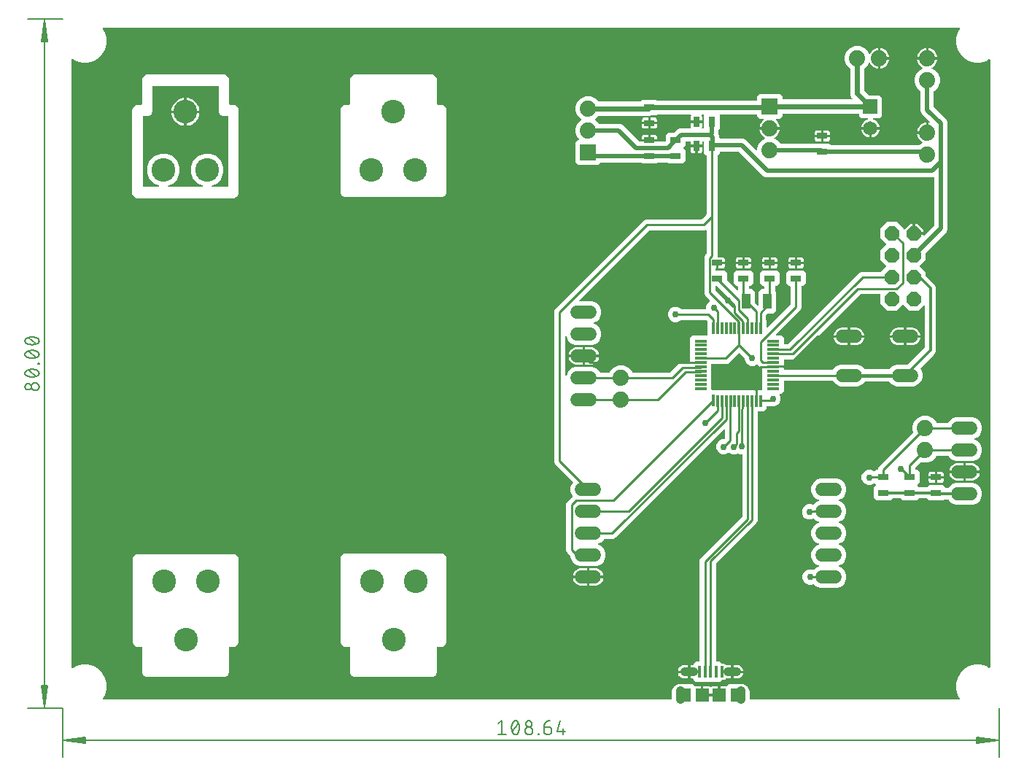
<source format=gbr>
G04 EAGLE Gerber RS-274X export*
G75*
%MOMM*%
%FSLAX34Y34*%
%LPD*%
%INTop Copper*%
%IPPOS*%
%AMOC8*
5,1,8,0,0,1.08239X$1,22.5*%
G01*
%ADD10C,0.130000*%
%ADD11C,0.152400*%
%ADD12C,1.879600*%
%ADD13C,2.743200*%
%ADD14C,1.651000*%
%ADD15R,1.651000X1.651000*%
%ADD16R,1.879600X1.879600*%
%ADD17C,1.524000*%
%ADD18R,0.300000X1.450000*%
%ADD19R,1.450000X0.300000*%
%ADD20R,1.000000X1.800000*%
%ADD21R,0.400000X1.350000*%
%ADD22C,1.058000*%
%ADD23C,1.008000*%
%ADD24R,1.500000X1.550000*%
%ADD25R,1.200000X0.800000*%
%ADD26R,0.800000X1.200000*%
%ADD27P,1.814519X8X292.500000*%
%ADD28C,0.254000*%
%ADD29C,0.756400*%
%ADD30C,0.508000*%
%ADD31C,0.406400*%
%ADD32C,0.304800*%
%ADD33C,0.609600*%

G36*
X705955Y10165D02*
X705955Y10165D01*
X705979Y10162D01*
X706076Y10184D01*
X706175Y10200D01*
X706196Y10211D01*
X706219Y10217D01*
X706304Y10269D01*
X706392Y10316D01*
X706408Y10333D01*
X706428Y10345D01*
X706493Y10421D01*
X706561Y10494D01*
X706571Y10515D01*
X706587Y10533D01*
X706623Y10626D01*
X706665Y10717D01*
X706668Y10740D01*
X706676Y10762D01*
X706681Y10862D01*
X706692Y10961D01*
X706687Y10984D01*
X706688Y11008D01*
X706651Y11172D01*
X706467Y11702D01*
X706651Y12082D01*
X706653Y12088D01*
X706656Y12093D01*
X706688Y12206D01*
X706721Y12318D01*
X706721Y12324D01*
X706723Y12330D01*
X706723Y12482D01*
X706723Y12484D01*
X706723Y12485D01*
X706723Y12497D01*
X706554Y14027D01*
X706587Y14068D01*
X706611Y14111D01*
X706644Y14149D01*
X706672Y14218D01*
X706708Y14282D01*
X706717Y14331D01*
X706736Y14377D01*
X706749Y14499D01*
X706754Y14524D01*
X706753Y14532D01*
X706754Y14544D01*
X706754Y15944D01*
X706746Y15992D01*
X706748Y16041D01*
X706727Y16113D01*
X706715Y16187D01*
X706692Y16230D01*
X706678Y16277D01*
X706611Y16383D01*
X706599Y16404D01*
X706594Y16409D01*
X706588Y16419D01*
X706550Y16466D01*
X706723Y17998D01*
X706723Y18004D01*
X706724Y18010D01*
X706717Y18127D01*
X706711Y18244D01*
X706708Y18249D01*
X706708Y18255D01*
X706652Y18414D01*
X706469Y18794D01*
X706712Y19486D01*
X706719Y19530D01*
X706736Y19571D01*
X706752Y19714D01*
X706754Y19729D01*
X706754Y19732D01*
X706754Y19738D01*
X706754Y20097D01*
X706765Y20107D01*
X706796Y20151D01*
X706835Y20188D01*
X706868Y20250D01*
X706909Y20307D01*
X706924Y20358D01*
X706949Y20406D01*
X706960Y20475D01*
X706981Y20542D01*
X706980Y20596D01*
X706988Y20648D01*
X706975Y20759D01*
X706975Y20788D01*
X706971Y20798D01*
X706969Y20815D01*
X706908Y21081D01*
X707013Y21249D01*
X707047Y21329D01*
X707088Y21405D01*
X707099Y21452D01*
X707109Y21476D01*
X707111Y21507D01*
X707125Y21569D01*
X707148Y21765D01*
X707428Y21989D01*
X707458Y22022D01*
X707494Y22048D01*
X707583Y22160D01*
X707593Y22172D01*
X707595Y22175D01*
X707598Y22179D01*
X707678Y22307D01*
X707679Y22309D01*
X707680Y22310D01*
X707752Y22461D01*
X707802Y22604D01*
X707810Y22647D01*
X707827Y22689D01*
X707842Y22832D01*
X707845Y22846D01*
X707844Y22850D01*
X707845Y22855D01*
X707845Y23214D01*
X707985Y23354D01*
X708031Y23418D01*
X708047Y23435D01*
X708050Y23440D01*
X708093Y23490D01*
X708113Y23532D01*
X708129Y23554D01*
X708138Y23583D01*
X708165Y23641D01*
X708231Y23827D01*
X708554Y23983D01*
X708590Y24009D01*
X708631Y24026D01*
X708743Y24115D01*
X708755Y24124D01*
X708757Y24127D01*
X708762Y24131D01*
X708869Y24238D01*
X708870Y24239D01*
X708871Y24240D01*
X708975Y24371D01*
X709056Y24499D01*
X709073Y24540D01*
X709098Y24576D01*
X709145Y24712D01*
X709151Y24726D01*
X709151Y24730D01*
X709153Y24735D01*
X709233Y25085D01*
X709401Y25190D01*
X709466Y25247D01*
X709536Y25298D01*
X709565Y25335D01*
X709585Y25353D01*
X709600Y25379D01*
X709640Y25429D01*
X709745Y25597D01*
X710095Y25677D01*
X710136Y25693D01*
X710180Y25701D01*
X710309Y25764D01*
X710323Y25769D01*
X710326Y25772D01*
X710331Y25774D01*
X710459Y25855D01*
X710460Y25856D01*
X710461Y25856D01*
X710592Y25961D01*
X710699Y26068D01*
X710725Y26104D01*
X710758Y26134D01*
X710834Y26256D01*
X710843Y26268D01*
X710844Y26271D01*
X710847Y26276D01*
X711003Y26599D01*
X711189Y26665D01*
X711265Y26706D01*
X711345Y26740D01*
X711382Y26770D01*
X711405Y26782D01*
X711426Y26805D01*
X711476Y26845D01*
X711616Y26985D01*
X711975Y26985D01*
X712018Y26992D01*
X712063Y26990D01*
X712203Y27022D01*
X712218Y27025D01*
X712221Y27026D01*
X712226Y27028D01*
X712369Y27078D01*
X712370Y27078D01*
X712372Y27079D01*
X712523Y27152D01*
X712651Y27232D01*
X712684Y27261D01*
X712722Y27283D01*
X712824Y27385D01*
X712835Y27395D01*
X712837Y27398D01*
X712841Y27402D01*
X713065Y27682D01*
X713261Y27705D01*
X713345Y27728D01*
X713430Y27743D01*
X713473Y27764D01*
X713498Y27771D01*
X713523Y27789D01*
X713581Y27817D01*
X713749Y27922D01*
X714015Y27861D01*
X714068Y27858D01*
X714120Y27845D01*
X714190Y27850D01*
X714260Y27846D01*
X714312Y27860D01*
X714365Y27864D01*
X714430Y27891D01*
X714498Y27910D01*
X714542Y27939D01*
X714592Y27960D01*
X714679Y28030D01*
X714703Y28046D01*
X714709Y28054D01*
X714723Y28065D01*
X714733Y28076D01*
X715092Y28076D01*
X715136Y28083D01*
X715180Y28081D01*
X715320Y28113D01*
X715335Y28115D01*
X715338Y28117D01*
X715344Y28118D01*
X716036Y28361D01*
X716416Y28178D01*
X716422Y28176D01*
X716427Y28172D01*
X716541Y28141D01*
X716652Y28108D01*
X716658Y28108D01*
X716664Y28107D01*
X716832Y28107D01*
X718364Y28280D01*
X718411Y28242D01*
X718454Y28218D01*
X718491Y28186D01*
X718561Y28158D01*
X718626Y28122D01*
X718674Y28112D01*
X718719Y28094D01*
X718844Y28080D01*
X718868Y28076D01*
X718875Y28077D01*
X718886Y28076D01*
X726318Y28076D01*
X726408Y28090D01*
X726499Y28098D01*
X726529Y28110D01*
X726561Y28115D01*
X726580Y28126D01*
X730947Y28126D01*
X733329Y25743D01*
X733384Y25704D01*
X733432Y25657D01*
X733483Y25633D01*
X733529Y25600D01*
X733593Y25580D01*
X733654Y25551D01*
X733710Y25544D01*
X733764Y25528D01*
X733831Y25529D01*
X733898Y25521D01*
X733961Y25531D01*
X740317Y25531D01*
X740317Y16002D01*
X740320Y15982D01*
X740318Y15963D01*
X740340Y15861D01*
X740357Y15759D01*
X740366Y15742D01*
X740370Y15722D01*
X740423Y15633D01*
X740472Y15542D01*
X740486Y15528D01*
X740496Y15511D01*
X740575Y15444D01*
X740650Y15373D01*
X740668Y15364D01*
X740683Y15351D01*
X740779Y15312D01*
X740873Y15269D01*
X740893Y15267D01*
X740911Y15259D01*
X741078Y15241D01*
X741841Y15241D01*
X741841Y14478D01*
X741844Y14458D01*
X741842Y14439D01*
X741864Y14337D01*
X741881Y14235D01*
X741890Y14218D01*
X741894Y14198D01*
X741947Y14109D01*
X741996Y14018D01*
X742010Y14004D01*
X742020Y13987D01*
X742099Y13920D01*
X742174Y13849D01*
X742192Y13840D01*
X742207Y13827D01*
X742303Y13788D01*
X742397Y13745D01*
X742417Y13743D01*
X742435Y13735D01*
X742602Y13717D01*
X761078Y13717D01*
X761098Y13720D01*
X761117Y13718D01*
X761219Y13740D01*
X761321Y13757D01*
X761338Y13766D01*
X761358Y13770D01*
X761447Y13823D01*
X761538Y13872D01*
X761552Y13886D01*
X761569Y13896D01*
X761636Y13975D01*
X761707Y14050D01*
X761716Y14068D01*
X761729Y14083D01*
X761768Y14179D01*
X761811Y14273D01*
X761813Y14293D01*
X761821Y14311D01*
X761839Y14478D01*
X761839Y15241D01*
X762602Y15241D01*
X762622Y15244D01*
X762641Y15242D01*
X762743Y15264D01*
X762845Y15281D01*
X762862Y15290D01*
X762882Y15294D01*
X762971Y15347D01*
X763062Y15396D01*
X763076Y15410D01*
X763093Y15420D01*
X763160Y15499D01*
X763231Y15574D01*
X763240Y15592D01*
X763253Y15607D01*
X763292Y15703D01*
X763335Y15797D01*
X763337Y15817D01*
X763345Y15835D01*
X763363Y16002D01*
X763363Y25531D01*
X769707Y25531D01*
X769722Y25529D01*
X769788Y25513D01*
X769844Y25517D01*
X769900Y25511D01*
X769966Y25527D01*
X770033Y25532D01*
X770085Y25554D01*
X770140Y25566D01*
X770197Y25602D01*
X770260Y25628D01*
X770321Y25677D01*
X770349Y25695D01*
X770363Y25711D01*
X770391Y25733D01*
X772733Y28076D01*
X784827Y28076D01*
X784875Y28083D01*
X784922Y28082D01*
X784995Y28103D01*
X785070Y28115D01*
X785112Y28138D01*
X785158Y28151D01*
X785268Y28220D01*
X785287Y28231D01*
X785292Y28235D01*
X785300Y28241D01*
X785354Y28283D01*
X786883Y28107D01*
X786889Y28108D01*
X786895Y28106D01*
X787012Y28113D01*
X787129Y28119D01*
X787135Y28121D01*
X787141Y28122D01*
X787299Y28177D01*
X787680Y28359D01*
X788360Y28119D01*
X788404Y28111D01*
X788446Y28094D01*
X788585Y28079D01*
X788602Y28076D01*
X788606Y28076D01*
X788613Y28076D01*
X788972Y28076D01*
X788988Y28059D01*
X789031Y28028D01*
X789067Y27990D01*
X789130Y27957D01*
X789188Y27915D01*
X789238Y27900D01*
X789285Y27875D01*
X789355Y27864D01*
X789423Y27843D01*
X789476Y27844D01*
X789528Y27836D01*
X789641Y27849D01*
X789669Y27849D01*
X789679Y27853D01*
X789694Y27855D01*
X789963Y27915D01*
X790132Y27809D01*
X790212Y27775D01*
X790288Y27734D01*
X790334Y27723D01*
X790358Y27713D01*
X790389Y27710D01*
X790451Y27696D01*
X790649Y27673D01*
X790874Y27391D01*
X790906Y27361D01*
X790932Y27325D01*
X791044Y27235D01*
X791056Y27225D01*
X791059Y27224D01*
X791063Y27220D01*
X791187Y27142D01*
X791189Y27141D01*
X791190Y27141D01*
X791341Y27068D01*
X791479Y27019D01*
X791523Y27011D01*
X791564Y26994D01*
X791707Y26978D01*
X791721Y26976D01*
X791725Y26976D01*
X791731Y26975D01*
X792091Y26975D01*
X792232Y26833D01*
X792302Y26782D01*
X792367Y26725D01*
X792410Y26704D01*
X792431Y26689D01*
X792461Y26680D01*
X792518Y26652D01*
X792706Y26586D01*
X792862Y26261D01*
X792887Y26224D01*
X792904Y26184D01*
X792994Y26071D01*
X793002Y26059D01*
X793005Y26057D01*
X793009Y26052D01*
X793112Y25948D01*
X793113Y25947D01*
X793114Y25946D01*
X793245Y25842D01*
X793370Y25763D01*
X793411Y25746D01*
X793447Y25720D01*
X793582Y25673D01*
X793596Y25667D01*
X793600Y25667D01*
X793605Y25665D01*
X793956Y25584D01*
X794062Y25415D01*
X794119Y25350D01*
X794170Y25279D01*
X794207Y25250D01*
X794224Y25230D01*
X794251Y25215D01*
X794301Y25175D01*
X794469Y25068D01*
X794549Y24717D01*
X794565Y24675D01*
X794573Y24632D01*
X794635Y24502D01*
X794641Y24488D01*
X794643Y24486D01*
X794646Y24481D01*
X794724Y24356D01*
X794725Y24355D01*
X794725Y24354D01*
X794830Y24222D01*
X794933Y24118D01*
X794969Y24092D01*
X794999Y24060D01*
X795120Y23983D01*
X795132Y23974D01*
X795136Y23973D01*
X795141Y23970D01*
X795465Y23813D01*
X795531Y23625D01*
X795553Y23584D01*
X795553Y23583D01*
X795554Y23582D01*
X795572Y23549D01*
X795606Y23469D01*
X795635Y23431D01*
X795648Y23409D01*
X795670Y23388D01*
X795679Y23372D01*
X795689Y23364D01*
X795710Y23337D01*
X795851Y23196D01*
X795850Y22835D01*
X795857Y22792D01*
X795855Y22747D01*
X795886Y22607D01*
X795889Y22593D01*
X795891Y22589D01*
X795892Y22584D01*
X795940Y22445D01*
X795941Y22444D01*
X795941Y22443D01*
X796014Y22291D01*
X796091Y22167D01*
X796121Y22134D01*
X796142Y22095D01*
X796244Y21993D01*
X796254Y21982D01*
X796257Y21980D01*
X796261Y21976D01*
X796542Y21751D01*
X796564Y21553D01*
X796587Y21469D01*
X796603Y21384D01*
X796623Y21341D01*
X796630Y21316D01*
X796648Y21290D01*
X796675Y21233D01*
X796781Y21064D01*
X796721Y20807D01*
X796718Y20752D01*
X796705Y20700D01*
X796710Y20631D01*
X796706Y20561D01*
X796720Y20509D01*
X796724Y20455D01*
X796751Y20391D01*
X796769Y20324D01*
X796799Y20278D01*
X796820Y20228D01*
X796888Y20143D01*
X796905Y20119D01*
X796914Y20112D01*
X796925Y20097D01*
X796926Y20097D01*
X796926Y19734D01*
X796933Y19691D01*
X796931Y19648D01*
X796963Y19503D01*
X796965Y19491D01*
X796967Y19489D01*
X796968Y19484D01*
X797213Y18778D01*
X797029Y18398D01*
X797027Y18392D01*
X797024Y18387D01*
X796992Y18274D01*
X796959Y18162D01*
X796959Y18156D01*
X796957Y18150D01*
X796957Y17983D01*
X797126Y16453D01*
X797093Y16412D01*
X797069Y16369D01*
X797036Y16331D01*
X797008Y16262D01*
X796972Y16198D01*
X796963Y16149D01*
X796944Y16103D01*
X796931Y15980D01*
X796926Y15956D01*
X796927Y15948D01*
X796926Y15936D01*
X796926Y14536D01*
X796934Y14488D01*
X796932Y14439D01*
X796953Y14367D01*
X796965Y14293D01*
X796988Y14250D01*
X797002Y14203D01*
X797069Y14097D01*
X797081Y14076D01*
X797086Y14071D01*
X797092Y14061D01*
X797130Y14014D01*
X796957Y12482D01*
X796957Y12476D01*
X796956Y12470D01*
X796959Y12413D01*
X796959Y12405D01*
X796961Y12396D01*
X796963Y12353D01*
X796969Y12236D01*
X796972Y12231D01*
X796972Y12225D01*
X797028Y12066D01*
X797211Y11686D01*
X797031Y11173D01*
X797027Y11149D01*
X797017Y11127D01*
X797006Y11029D01*
X796989Y10931D01*
X796992Y10907D01*
X796990Y10883D01*
X797011Y10786D01*
X797025Y10688D01*
X797037Y10666D01*
X797042Y10642D01*
X797093Y10557D01*
X797138Y10469D01*
X797155Y10452D01*
X797168Y10431D01*
X797243Y10367D01*
X797314Y10298D01*
X797336Y10287D01*
X797355Y10271D01*
X797447Y10234D01*
X797536Y10191D01*
X797560Y10188D01*
X797583Y10179D01*
X797750Y10161D01*
X1040147Y10161D01*
X1040241Y10176D01*
X1040336Y10185D01*
X1040362Y10196D01*
X1040390Y10200D01*
X1040474Y10245D01*
X1040561Y10283D01*
X1040582Y10302D01*
X1040607Y10316D01*
X1040672Y10385D01*
X1040743Y10449D01*
X1040757Y10473D01*
X1040776Y10494D01*
X1040816Y10580D01*
X1040863Y10664D01*
X1040868Y10691D01*
X1040880Y10717D01*
X1040890Y10812D01*
X1040908Y10905D01*
X1040904Y10933D01*
X1040907Y10961D01*
X1040887Y11055D01*
X1040873Y11149D01*
X1040859Y11181D01*
X1040855Y11202D01*
X1040838Y11230D01*
X1040806Y11303D01*
X1038274Y15688D01*
X1036559Y22088D01*
X1036559Y28712D01*
X1038274Y35112D01*
X1041586Y40849D01*
X1046271Y45534D01*
X1052008Y48846D01*
X1058408Y50561D01*
X1065032Y50561D01*
X1071432Y48846D01*
X1075057Y46753D01*
X1075146Y46719D01*
X1075233Y46679D01*
X1075261Y46676D01*
X1075287Y46666D01*
X1075383Y46662D01*
X1075477Y46652D01*
X1075505Y46658D01*
X1075533Y46657D01*
X1075625Y46684D01*
X1075718Y46704D01*
X1075742Y46719D01*
X1075769Y46727D01*
X1075847Y46781D01*
X1075929Y46830D01*
X1075947Y46852D01*
X1075970Y46868D01*
X1076027Y46945D01*
X1076089Y47017D01*
X1076099Y47043D01*
X1076116Y47066D01*
X1076145Y47157D01*
X1076181Y47245D01*
X1076185Y47281D01*
X1076191Y47300D01*
X1076191Y47333D01*
X1076199Y47412D01*
X1076199Y752688D01*
X1076184Y752782D01*
X1076175Y752877D01*
X1076164Y752903D01*
X1076160Y752931D01*
X1076115Y753015D01*
X1076077Y753102D01*
X1076058Y753123D01*
X1076044Y753148D01*
X1075975Y753214D01*
X1075911Y753284D01*
X1075887Y753298D01*
X1075866Y753317D01*
X1075780Y753358D01*
X1075696Y753404D01*
X1075669Y753409D01*
X1075643Y753421D01*
X1075548Y753432D01*
X1075455Y753449D01*
X1075427Y753445D01*
X1075399Y753448D01*
X1075305Y753428D01*
X1075211Y753415D01*
X1075179Y753400D01*
X1075158Y753396D01*
X1075130Y753379D01*
X1075057Y753347D01*
X1071432Y751254D01*
X1065032Y749539D01*
X1058408Y749539D01*
X1052008Y751254D01*
X1046271Y754566D01*
X1041586Y759251D01*
X1038274Y764988D01*
X1036559Y771388D01*
X1036559Y778012D01*
X1038274Y784412D01*
X1040748Y788697D01*
X1040782Y788786D01*
X1040822Y788873D01*
X1040825Y788901D01*
X1040835Y788927D01*
X1040839Y789023D01*
X1040849Y789117D01*
X1040843Y789145D01*
X1040844Y789173D01*
X1040817Y789265D01*
X1040797Y789358D01*
X1040783Y789382D01*
X1040775Y789409D01*
X1040720Y789487D01*
X1040671Y789569D01*
X1040649Y789587D01*
X1040633Y789610D01*
X1040556Y789667D01*
X1040484Y789729D01*
X1040458Y789739D01*
X1040435Y789756D01*
X1040344Y789785D01*
X1040256Y789821D01*
X1040221Y789825D01*
X1040201Y789831D01*
X1040168Y789831D01*
X1040089Y789839D01*
X47031Y789839D01*
X46937Y789824D01*
X46842Y789815D01*
X46816Y789804D01*
X46788Y789800D01*
X46704Y789755D01*
X46617Y789717D01*
X46596Y789698D01*
X46571Y789684D01*
X46505Y789615D01*
X46435Y789551D01*
X46421Y789527D01*
X46401Y789506D01*
X46361Y789420D01*
X46315Y789336D01*
X46310Y789309D01*
X46298Y789283D01*
X46287Y789188D01*
X46270Y789095D01*
X46274Y789067D01*
X46271Y789039D01*
X46291Y788945D01*
X46304Y788851D01*
X46319Y788819D01*
X46323Y788798D01*
X46340Y788770D01*
X46372Y788697D01*
X48846Y784412D01*
X50561Y778012D01*
X50561Y771388D01*
X48846Y764988D01*
X45534Y759251D01*
X40849Y754566D01*
X35112Y751254D01*
X28712Y749539D01*
X22088Y749539D01*
X15688Y751254D01*
X11303Y753786D01*
X11214Y753820D01*
X11127Y753860D01*
X11099Y753863D01*
X11073Y753873D01*
X10977Y753877D01*
X10883Y753887D01*
X10855Y753881D01*
X10827Y753882D01*
X10735Y753855D01*
X10642Y753835D01*
X10618Y753820D01*
X10591Y753812D01*
X10513Y753757D01*
X10431Y753709D01*
X10413Y753687D01*
X10390Y753671D01*
X10333Y753594D01*
X10271Y753522D01*
X10261Y753495D01*
X10244Y753473D01*
X10215Y753382D01*
X10179Y753293D01*
X10175Y753258D01*
X10169Y753238D01*
X10169Y753205D01*
X10161Y753127D01*
X10161Y46973D01*
X10176Y46879D01*
X10185Y46784D01*
X10196Y46758D01*
X10200Y46730D01*
X10245Y46646D01*
X10283Y46559D01*
X10302Y46538D01*
X10316Y46513D01*
X10385Y46448D01*
X10449Y46377D01*
X10473Y46363D01*
X10494Y46344D01*
X10580Y46304D01*
X10664Y46257D01*
X10691Y46252D01*
X10717Y46240D01*
X10812Y46230D01*
X10905Y46212D01*
X10933Y46216D01*
X10961Y46213D01*
X11055Y46233D01*
X11149Y46247D01*
X11181Y46261D01*
X11202Y46265D01*
X11230Y46282D01*
X11303Y46314D01*
X15688Y48846D01*
X22088Y50561D01*
X28712Y50561D01*
X35112Y48846D01*
X40849Y45534D01*
X45534Y40849D01*
X48846Y35112D01*
X50561Y28712D01*
X50561Y22088D01*
X48846Y15688D01*
X46314Y11303D01*
X46280Y11214D01*
X46240Y11127D01*
X46237Y11099D01*
X46227Y11073D01*
X46223Y10977D01*
X46213Y10883D01*
X46219Y10855D01*
X46218Y10827D01*
X46245Y10735D01*
X46265Y10642D01*
X46280Y10618D01*
X46288Y10591D01*
X46343Y10513D01*
X46391Y10431D01*
X46413Y10413D01*
X46429Y10390D01*
X46506Y10333D01*
X46578Y10271D01*
X46605Y10261D01*
X46627Y10244D01*
X46718Y10215D01*
X46807Y10179D01*
X46842Y10175D01*
X46862Y10169D01*
X46895Y10169D01*
X46973Y10161D01*
X705932Y10161D01*
X705955Y10165D01*
G37*
%LPC*%
G36*
X734735Y30409D02*
X734735Y30409D01*
X731759Y33385D01*
X731759Y33648D01*
X731756Y33668D01*
X731758Y33687D01*
X731736Y33789D01*
X731720Y33891D01*
X731710Y33908D01*
X731706Y33928D01*
X731653Y34017D01*
X731604Y34108D01*
X731590Y34122D01*
X731580Y34139D01*
X731501Y34206D01*
X731426Y34278D01*
X731408Y34286D01*
X731393Y34299D01*
X731297Y34338D01*
X731203Y34381D01*
X731183Y34383D01*
X731165Y34391D01*
X730998Y34409D01*
X728214Y34409D01*
X728214Y41627D01*
X728211Y41646D01*
X728213Y41666D01*
X728191Y41768D01*
X728175Y41870D01*
X728165Y41887D01*
X728161Y41907D01*
X728108Y41996D01*
X728059Y42087D01*
X728045Y42101D01*
X728035Y42118D01*
X727956Y42185D01*
X727899Y42239D01*
X727913Y42247D01*
X727927Y42261D01*
X727944Y42271D01*
X728011Y42350D01*
X728083Y42425D01*
X728091Y42443D01*
X728104Y42458D01*
X728143Y42555D01*
X728186Y42648D01*
X728188Y42668D01*
X728196Y42686D01*
X728214Y42853D01*
X728214Y50071D01*
X730998Y50071D01*
X731018Y50074D01*
X731037Y50072D01*
X731139Y50094D01*
X731241Y50110D01*
X731258Y50120D01*
X731278Y50124D01*
X731367Y50177D01*
X731458Y50226D01*
X731472Y50240D01*
X731489Y50250D01*
X731556Y50329D01*
X731628Y50404D01*
X731636Y50422D01*
X731649Y50437D01*
X731688Y50533D01*
X731731Y50627D01*
X731733Y50647D01*
X731741Y50665D01*
X731759Y50832D01*
X731759Y51095D01*
X734735Y54071D01*
X738228Y54071D01*
X738248Y54074D01*
X738267Y54072D01*
X738369Y54094D01*
X738471Y54110D01*
X738488Y54120D01*
X738508Y54124D01*
X738597Y54177D01*
X738688Y54226D01*
X738702Y54240D01*
X738719Y54250D01*
X738786Y54329D01*
X738858Y54404D01*
X738866Y54422D01*
X738879Y54437D01*
X738918Y54533D01*
X738961Y54627D01*
X738963Y54647D01*
X738971Y54665D01*
X738989Y54832D01*
X738989Y171293D01*
X739956Y173627D01*
X788246Y221918D01*
X788299Y221992D01*
X788359Y222061D01*
X788371Y222091D01*
X788390Y222117D01*
X788417Y222204D01*
X788451Y222289D01*
X788455Y222330D01*
X788462Y222352D01*
X788461Y222385D01*
X788469Y222456D01*
X788469Y294104D01*
X788466Y294124D01*
X788468Y294143D01*
X788446Y294245D01*
X788430Y294347D01*
X788420Y294364D01*
X788416Y294384D01*
X788363Y294473D01*
X788314Y294564D01*
X788300Y294578D01*
X788290Y294595D01*
X788211Y294662D01*
X788136Y294734D01*
X788118Y294742D01*
X788103Y294755D01*
X788007Y294794D01*
X787913Y294837D01*
X787893Y294839D01*
X787875Y294847D01*
X787708Y294865D01*
X786481Y294865D01*
X783907Y295931D01*
X783819Y295952D01*
X783732Y295980D01*
X783699Y295980D01*
X783668Y295988D01*
X783577Y295979D01*
X783486Y295978D01*
X783446Y295967D01*
X783423Y295964D01*
X783394Y295951D01*
X783325Y295931D01*
X780273Y294667D01*
X776747Y294667D01*
X773490Y296017D01*
X773333Y296173D01*
X773317Y296185D01*
X773305Y296200D01*
X773241Y296241D01*
X773195Y296280D01*
X773169Y296291D01*
X773134Y296316D01*
X773114Y296322D01*
X773098Y296333D01*
X773008Y296356D01*
X772967Y296372D01*
X772944Y296375D01*
X772898Y296389D01*
X772878Y296388D01*
X772859Y296393D01*
X772812Y296389D01*
X772800Y296391D01*
X772790Y296391D01*
X772756Y296385D01*
X772653Y296382D01*
X772634Y296376D01*
X772614Y296374D01*
X772568Y296354D01*
X772547Y296351D01*
X772504Y296328D01*
X772422Y296298D01*
X772406Y296286D01*
X772388Y296278D01*
X772346Y296245D01*
X772330Y296236D01*
X772312Y296217D01*
X772257Y296173D01*
X772100Y296017D01*
X768843Y294667D01*
X765317Y294667D01*
X762060Y296017D01*
X759567Y298510D01*
X758217Y301767D01*
X758217Y305293D01*
X759567Y308550D01*
X762060Y311043D01*
X765317Y312393D01*
X766646Y312393D01*
X766736Y312407D01*
X766827Y312415D01*
X766857Y312427D01*
X766889Y312432D01*
X766969Y312475D01*
X767053Y312511D01*
X767086Y312537D01*
X767106Y312548D01*
X767128Y312571D01*
X767184Y312616D01*
X768126Y313558D01*
X768179Y313632D01*
X768239Y313701D01*
X768251Y313731D01*
X768270Y313757D01*
X768297Y313844D01*
X768331Y313929D01*
X768335Y313970D01*
X768342Y313992D01*
X768341Y314025D01*
X768349Y314096D01*
X768349Y323190D01*
X768338Y323261D01*
X768336Y323333D01*
X768318Y323382D01*
X768310Y323433D01*
X768276Y323496D01*
X768251Y323564D01*
X768219Y323604D01*
X768194Y323650D01*
X768142Y323700D01*
X768098Y323756D01*
X768054Y323784D01*
X768016Y323820D01*
X767951Y323850D01*
X767891Y323889D01*
X767840Y323901D01*
X767793Y323923D01*
X767722Y323931D01*
X767652Y323949D01*
X767600Y323945D01*
X767549Y323950D01*
X767478Y323935D01*
X767407Y323930D01*
X767359Y323909D01*
X767308Y323898D01*
X767247Y323861D01*
X767181Y323833D01*
X767125Y323789D01*
X767097Y323772D01*
X767082Y323754D01*
X767050Y323728D01*
X641137Y197816D01*
X638803Y196849D01*
X628845Y196849D01*
X628730Y196830D01*
X628614Y196813D01*
X628609Y196811D01*
X628603Y196810D01*
X628500Y196755D01*
X628395Y196702D01*
X628391Y196697D01*
X628385Y196694D01*
X628305Y196610D01*
X628223Y196526D01*
X628219Y196520D01*
X628216Y196516D01*
X628208Y196499D01*
X628142Y196379D01*
X627987Y196006D01*
X624414Y192433D01*
X621446Y191203D01*
X621385Y191165D01*
X621320Y191136D01*
X621281Y191101D01*
X621237Y191074D01*
X621191Y191018D01*
X621138Y190970D01*
X621113Y190924D01*
X621080Y190884D01*
X621054Y190817D01*
X621020Y190754D01*
X621011Y190703D01*
X620992Y190655D01*
X620989Y190583D01*
X620976Y190512D01*
X620984Y190461D01*
X620982Y190409D01*
X621002Y190340D01*
X621012Y190269D01*
X621036Y190223D01*
X621050Y190173D01*
X621091Y190114D01*
X621123Y190050D01*
X621161Y190013D01*
X621190Y189971D01*
X621248Y189928D01*
X621299Y189878D01*
X621362Y189843D01*
X621388Y189824D01*
X621410Y189817D01*
X621446Y189797D01*
X624414Y188567D01*
X627987Y184994D01*
X629921Y180326D01*
X629921Y175274D01*
X627987Y170606D01*
X624414Y167033D01*
X619746Y165099D01*
X599454Y165099D01*
X594786Y167033D01*
X591213Y170606D01*
X589279Y175274D01*
X589279Y176124D01*
X589277Y176139D01*
X589278Y176153D01*
X589264Y176217D01*
X589257Y176305D01*
X589245Y176335D01*
X589240Y176367D01*
X589226Y176392D01*
X589226Y176393D01*
X589223Y176398D01*
X589197Y176448D01*
X589161Y176531D01*
X589135Y176564D01*
X589124Y176584D01*
X589101Y176606D01*
X589056Y176662D01*
X585166Y180553D01*
X584199Y182887D01*
X584199Y237483D01*
X585166Y239817D01*
X587060Y241711D01*
X591145Y245797D01*
X591157Y245813D01*
X591172Y245825D01*
X591229Y245912D01*
X591289Y245996D01*
X591295Y246015D01*
X591305Y246032D01*
X591331Y246133D01*
X591361Y246231D01*
X591361Y246251D01*
X591366Y246271D01*
X591358Y246374D01*
X591355Y246477D01*
X591348Y246496D01*
X591346Y246516D01*
X591306Y246611D01*
X591270Y246708D01*
X591258Y246724D01*
X591250Y246742D01*
X591227Y246771D01*
X589279Y251474D01*
X589279Y256526D01*
X591213Y261194D01*
X591780Y261762D01*
X591792Y261778D01*
X591807Y261790D01*
X591863Y261878D01*
X591924Y261962D01*
X591930Y261981D01*
X591940Y261997D01*
X591966Y262098D01*
X591996Y262197D01*
X591996Y262217D01*
X592001Y262236D01*
X591993Y262339D01*
X591990Y262443D01*
X591983Y262461D01*
X591981Y262481D01*
X591941Y262576D01*
X591905Y262674D01*
X591893Y262689D01*
X591885Y262707D01*
X591780Y262838D01*
X571196Y283423D01*
X570229Y285757D01*
X570229Y461003D01*
X571196Y463337D01*
X672689Y564830D01*
X674583Y566724D01*
X676917Y567691D01*
X741274Y567691D01*
X741364Y567705D01*
X741455Y567713D01*
X741485Y567725D01*
X741517Y567730D01*
X741598Y567773D01*
X741681Y567809D01*
X741714Y567835D01*
X741734Y567846D01*
X741756Y567869D01*
X741812Y567914D01*
X746646Y572748D01*
X746699Y572822D01*
X746759Y572891D01*
X746771Y572921D01*
X746790Y572947D01*
X746817Y573034D01*
X746851Y573119D01*
X746855Y573160D01*
X746862Y573182D01*
X746861Y573215D01*
X746869Y573286D01*
X746869Y641630D01*
X746855Y641720D01*
X746847Y641811D01*
X746835Y641841D01*
X746830Y641873D01*
X746787Y641954D01*
X746751Y642038D01*
X746725Y642070D01*
X746714Y642090D01*
X746691Y642112D01*
X746646Y642168D01*
X744139Y644675D01*
X744139Y657098D01*
X744136Y657118D01*
X744138Y657137D01*
X744116Y657239D01*
X744100Y657341D01*
X744090Y657358D01*
X744086Y657378D01*
X744033Y657467D01*
X743984Y657558D01*
X743970Y657572D01*
X743960Y657589D01*
X743881Y657656D01*
X743806Y657728D01*
X743788Y657736D01*
X743773Y657749D01*
X743677Y657788D01*
X743583Y657831D01*
X743563Y657833D01*
X743545Y657841D01*
X743378Y657859D01*
X742522Y657859D01*
X742502Y657856D01*
X742483Y657858D01*
X742381Y657836D01*
X742279Y657820D01*
X742262Y657810D01*
X742242Y657806D01*
X742153Y657753D01*
X742062Y657704D01*
X742048Y657690D01*
X742031Y657680D01*
X741964Y657601D01*
X741892Y657526D01*
X741884Y657508D01*
X741871Y657493D01*
X741832Y657397D01*
X741789Y657303D01*
X741787Y657283D01*
X741779Y657265D01*
X741761Y657098D01*
X741761Y654303D01*
X735982Y654303D01*
X735962Y654300D01*
X735943Y654302D01*
X735841Y654280D01*
X735739Y654263D01*
X735722Y654254D01*
X735702Y654250D01*
X735613Y654197D01*
X735522Y654148D01*
X735508Y654134D01*
X735491Y654124D01*
X735424Y654045D01*
X735353Y653970D01*
X735344Y653952D01*
X735331Y653937D01*
X735292Y653841D01*
X735249Y653747D01*
X735247Y653727D01*
X735239Y653709D01*
X735221Y653542D01*
X735221Y652779D01*
X735219Y652779D01*
X735219Y653542D01*
X735216Y653562D01*
X735218Y653581D01*
X735196Y653683D01*
X735179Y653785D01*
X735170Y653802D01*
X735166Y653822D01*
X735113Y653911D01*
X735064Y654002D01*
X735050Y654016D01*
X735040Y654033D01*
X734961Y654100D01*
X734886Y654171D01*
X734868Y654180D01*
X734853Y654193D01*
X734757Y654232D01*
X734663Y654275D01*
X734643Y654277D01*
X734625Y654285D01*
X734458Y654303D01*
X728679Y654303D01*
X728679Y657098D01*
X728676Y657118D01*
X728678Y657137D01*
X728656Y657239D01*
X728640Y657341D01*
X728630Y657358D01*
X728626Y657378D01*
X728573Y657467D01*
X728524Y657558D01*
X728510Y657572D01*
X728500Y657589D01*
X728421Y657656D01*
X728346Y657728D01*
X728328Y657736D01*
X728313Y657749D01*
X728217Y657788D01*
X728123Y657831D01*
X728103Y657833D01*
X728085Y657841D01*
X727918Y657859D01*
X723042Y657859D01*
X723022Y657856D01*
X723003Y657858D01*
X722901Y657836D01*
X722799Y657820D01*
X722782Y657810D01*
X722762Y657806D01*
X722673Y657753D01*
X722582Y657704D01*
X722568Y657690D01*
X722551Y657680D01*
X722484Y657601D01*
X722412Y657526D01*
X722404Y657508D01*
X722391Y657493D01*
X722352Y657397D01*
X722309Y657303D01*
X722307Y657283D01*
X722299Y657265D01*
X722281Y657098D01*
X722281Y653135D01*
X719924Y650778D01*
X719912Y650762D01*
X719896Y650750D01*
X719840Y650662D01*
X719780Y650579D01*
X719774Y650560D01*
X719763Y650543D01*
X719738Y650442D01*
X719708Y650343D01*
X719708Y650324D01*
X719703Y650304D01*
X719711Y650201D01*
X719714Y650098D01*
X719721Y650079D01*
X719722Y650059D01*
X719763Y649964D01*
X719798Y649867D01*
X719811Y649851D01*
X719819Y649833D01*
X719924Y649702D01*
X722281Y647345D01*
X722281Y635135D01*
X719305Y632159D01*
X703095Y632159D01*
X701858Y633396D01*
X701784Y633449D01*
X701715Y633509D01*
X701685Y633521D01*
X701659Y633540D01*
X701572Y633567D01*
X701487Y633601D01*
X701446Y633605D01*
X701424Y633612D01*
X701391Y633611D01*
X701320Y633619D01*
X690600Y633619D01*
X690510Y633605D01*
X690419Y633597D01*
X690389Y633585D01*
X690357Y633580D01*
X690276Y633537D01*
X690192Y633501D01*
X690160Y633475D01*
X690140Y633464D01*
X690118Y633441D01*
X690062Y633396D01*
X688825Y632159D01*
X672615Y632159D01*
X671378Y633396D01*
X671304Y633449D01*
X671235Y633509D01*
X671205Y633521D01*
X671179Y633540D01*
X671092Y633567D01*
X671007Y633601D01*
X670966Y633605D01*
X670944Y633612D01*
X670911Y633611D01*
X670840Y633619D01*
X624356Y633619D01*
X624266Y633605D01*
X624175Y633597D01*
X624145Y633585D01*
X624113Y633580D01*
X624032Y633537D01*
X623949Y633501D01*
X623916Y633475D01*
X623896Y633464D01*
X623874Y633441D01*
X623818Y633396D01*
X621103Y630681D01*
X598097Y630681D01*
X595121Y633657D01*
X595121Y656663D01*
X598097Y659639D01*
X598207Y659639D01*
X598278Y659650D01*
X598350Y659652D01*
X598399Y659670D01*
X598450Y659678D01*
X598514Y659712D01*
X598581Y659737D01*
X598622Y659769D01*
X598668Y659794D01*
X598717Y659846D01*
X598773Y659890D01*
X598801Y659934D01*
X598837Y659972D01*
X598867Y660037D01*
X598906Y660097D01*
X598919Y660148D01*
X598941Y660195D01*
X598948Y660266D01*
X598966Y660336D01*
X598962Y660388D01*
X598968Y660439D01*
X598952Y660510D01*
X598947Y660581D01*
X598927Y660629D01*
X598915Y660680D01*
X598879Y660741D01*
X598851Y660807D01*
X598806Y660863D01*
X598789Y660891D01*
X598771Y660906D01*
X598746Y660938D01*
X597326Y662358D01*
X595121Y667680D01*
X595121Y673440D01*
X597326Y678762D01*
X601286Y682722D01*
X601297Y682738D01*
X601313Y682750D01*
X601369Y682838D01*
X601429Y682921D01*
X601435Y682940D01*
X601446Y682957D01*
X601471Y683058D01*
X601502Y683157D01*
X601501Y683176D01*
X601506Y683196D01*
X601498Y683299D01*
X601495Y683402D01*
X601488Y683421D01*
X601487Y683441D01*
X601446Y683536D01*
X601411Y683633D01*
X601398Y683649D01*
X601391Y683667D01*
X601286Y683798D01*
X597326Y687758D01*
X595121Y693080D01*
X595121Y698840D01*
X597326Y704162D01*
X601398Y708234D01*
X606720Y710439D01*
X612480Y710439D01*
X617802Y708234D01*
X621724Y704312D01*
X621798Y704259D01*
X621868Y704199D01*
X621898Y704187D01*
X621924Y704168D01*
X622011Y704141D01*
X622096Y704107D01*
X622137Y704103D01*
X622159Y704096D01*
X622191Y704097D01*
X622263Y704089D01*
X669968Y704089D01*
X670058Y704103D01*
X670149Y704111D01*
X670179Y704123D01*
X670211Y704128D01*
X670292Y704171D01*
X670375Y704207D01*
X670408Y704233D01*
X670428Y704244D01*
X670450Y704267D01*
X670506Y704312D01*
X672615Y706421D01*
X688825Y706421D01*
X689554Y705692D01*
X689627Y705639D01*
X689697Y705579D01*
X689727Y705567D01*
X689753Y705548D01*
X689840Y705521D01*
X689925Y705487D01*
X689966Y705483D01*
X689988Y705476D01*
X690021Y705477D01*
X690092Y705469D01*
X805180Y705469D01*
X805200Y705472D01*
X805219Y705470D01*
X805321Y705492D01*
X805423Y705508D01*
X805440Y705518D01*
X805460Y705522D01*
X805549Y705575D01*
X805640Y705624D01*
X805654Y705638D01*
X805671Y705648D01*
X805738Y705727D01*
X805810Y705802D01*
X805818Y705820D01*
X805831Y705835D01*
X805870Y705931D01*
X805913Y706025D01*
X805915Y706045D01*
X805923Y706063D01*
X805941Y706230D01*
X805941Y710003D01*
X808917Y712979D01*
X831923Y712979D01*
X834899Y710003D01*
X834899Y707390D01*
X834902Y707370D01*
X834900Y707351D01*
X834922Y707249D01*
X834938Y707147D01*
X834948Y707130D01*
X834952Y707110D01*
X835005Y707021D01*
X835054Y706930D01*
X835068Y706916D01*
X835078Y706899D01*
X835157Y706832D01*
X835232Y706760D01*
X835250Y706752D01*
X835265Y706739D01*
X835361Y706700D01*
X835455Y706657D01*
X835475Y706655D01*
X835493Y706647D01*
X835660Y706629D01*
X915598Y706629D01*
X915668Y706640D01*
X915740Y706642D01*
X915789Y706660D01*
X915840Y706668D01*
X915904Y706702D01*
X915971Y706727D01*
X916012Y706759D01*
X916058Y706784D01*
X916107Y706836D01*
X916163Y706880D01*
X916191Y706924D01*
X916227Y706962D01*
X916257Y707027D01*
X916296Y707087D01*
X916309Y707138D01*
X916331Y707185D01*
X916339Y707256D01*
X916356Y707326D01*
X916352Y707378D01*
X916358Y707429D01*
X916343Y707500D01*
X916337Y707571D01*
X916317Y707619D01*
X916306Y707670D01*
X916269Y707731D01*
X916241Y707797D01*
X916196Y707853D01*
X916179Y707881D01*
X916162Y707896D01*
X916136Y707928D01*
X915129Y708935D01*
X913891Y711923D01*
X913891Y741717D01*
X913885Y741756D01*
X913886Y741761D01*
X913879Y741791D01*
X913877Y741808D01*
X913869Y741898D01*
X913857Y741928D01*
X913852Y741960D01*
X913836Y741989D01*
X913833Y742002D01*
X913806Y742048D01*
X913773Y742125D01*
X913747Y742157D01*
X913736Y742178D01*
X913718Y742195D01*
X913707Y742213D01*
X913692Y742226D01*
X913668Y742256D01*
X909746Y746178D01*
X907541Y751500D01*
X907541Y757260D01*
X909746Y762582D01*
X913818Y766654D01*
X919140Y768859D01*
X924900Y768859D01*
X930222Y766654D01*
X934294Y762582D01*
X935414Y759879D01*
X935436Y759844D01*
X935450Y759804D01*
X935500Y759740D01*
X935543Y759670D01*
X935576Y759644D01*
X935602Y759611D01*
X935670Y759566D01*
X935733Y759514D01*
X935772Y759499D01*
X935807Y759475D01*
X935886Y759455D01*
X935962Y759425D01*
X936004Y759424D01*
X936045Y759413D01*
X936127Y759418D01*
X936208Y759415D01*
X936249Y759427D01*
X936290Y759430D01*
X936366Y759461D01*
X936444Y759484D01*
X936479Y759507D01*
X936518Y759523D01*
X936579Y759577D01*
X936646Y759624D01*
X936672Y759657D01*
X936703Y759685D01*
X936788Y759814D01*
X936793Y759821D01*
X936794Y759823D01*
X936795Y759825D01*
X937209Y760637D01*
X938314Y762158D01*
X939642Y763486D01*
X941163Y764591D01*
X942837Y765444D01*
X944624Y766025D01*
X945897Y766226D01*
X945897Y755142D01*
X945900Y755122D01*
X945898Y755103D01*
X945920Y755001D01*
X945937Y754899D01*
X945946Y754882D01*
X945950Y754862D01*
X946003Y754773D01*
X946052Y754682D01*
X946066Y754668D01*
X946076Y754651D01*
X946155Y754584D01*
X946230Y754513D01*
X946248Y754504D01*
X946263Y754491D01*
X946359Y754453D01*
X946453Y754409D01*
X946473Y754407D01*
X946491Y754399D01*
X946658Y754381D01*
X947421Y754381D01*
X947421Y754379D01*
X946658Y754379D01*
X946638Y754376D01*
X946619Y754378D01*
X946517Y754356D01*
X946415Y754339D01*
X946398Y754330D01*
X946378Y754326D01*
X946289Y754273D01*
X946198Y754224D01*
X946184Y754210D01*
X946167Y754200D01*
X946100Y754121D01*
X946029Y754046D01*
X946020Y754028D01*
X946007Y754013D01*
X945968Y753917D01*
X945925Y753823D01*
X945923Y753803D01*
X945915Y753785D01*
X945897Y753618D01*
X945897Y742534D01*
X944624Y742735D01*
X942837Y743316D01*
X941163Y744169D01*
X939642Y745274D01*
X938314Y746602D01*
X937209Y748123D01*
X936795Y748935D01*
X936770Y748969D01*
X936753Y749007D01*
X936718Y749045D01*
X936707Y749064D01*
X936689Y749079D01*
X936650Y749133D01*
X936615Y749157D01*
X936587Y749188D01*
X936515Y749228D01*
X936448Y749275D01*
X936408Y749286D01*
X936371Y749307D01*
X936291Y749321D01*
X936213Y749344D01*
X936171Y749343D01*
X936129Y749350D01*
X936048Y749338D01*
X935967Y749336D01*
X935928Y749321D01*
X935886Y749315D01*
X935813Y749278D01*
X935737Y749249D01*
X935704Y749222D01*
X935667Y749203D01*
X935610Y749145D01*
X935546Y749093D01*
X935524Y749057D01*
X935495Y749028D01*
X935420Y748892D01*
X935415Y748885D01*
X935415Y748883D01*
X935414Y748881D01*
X934294Y746178D01*
X930372Y742256D01*
X930329Y742196D01*
X930285Y742150D01*
X930277Y742134D01*
X930259Y742112D01*
X930247Y742082D01*
X930228Y742056D01*
X930202Y741972D01*
X930181Y741927D01*
X930180Y741917D01*
X930167Y741884D01*
X930163Y741843D01*
X930156Y741821D01*
X930157Y741789D01*
X930149Y741717D01*
X930149Y717222D01*
X930163Y717132D01*
X930171Y717041D01*
X930183Y717012D01*
X930188Y716980D01*
X930231Y716899D01*
X930267Y716815D01*
X930293Y716783D01*
X930304Y716762D01*
X930327Y716740D01*
X930372Y716684D01*
X935197Y711859D01*
X935271Y711806D01*
X935340Y711746D01*
X935371Y711734D01*
X935397Y711715D01*
X935484Y711688D01*
X935569Y711654D01*
X935610Y711650D01*
X935632Y711643D01*
X935664Y711644D01*
X935735Y711636D01*
X947620Y711636D01*
X950596Y708660D01*
X950596Y687940D01*
X947620Y684964D01*
X941103Y684964D01*
X941099Y684964D01*
X941095Y684964D01*
X940978Y684944D01*
X940860Y684925D01*
X940857Y684923D01*
X940853Y684922D01*
X940748Y684865D01*
X940643Y684809D01*
X940640Y684807D01*
X940637Y684805D01*
X940556Y684717D01*
X940474Y684631D01*
X940472Y684627D01*
X940469Y684625D01*
X940420Y684516D01*
X940370Y684408D01*
X940370Y684404D01*
X940368Y684400D01*
X940356Y684281D01*
X940343Y684164D01*
X940344Y684160D01*
X940343Y684156D01*
X940370Y684040D01*
X940395Y683923D01*
X940397Y683920D01*
X940398Y683916D01*
X940460Y683815D01*
X940521Y683712D01*
X940524Y683710D01*
X940526Y683706D01*
X940617Y683630D01*
X940708Y683552D01*
X940712Y683551D01*
X940715Y683548D01*
X940868Y683479D01*
X941404Y683305D01*
X942918Y682533D01*
X944293Y681534D01*
X945494Y680333D01*
X946493Y678958D01*
X947265Y677444D01*
X947790Y675828D01*
X947949Y674823D01*
X938022Y674823D01*
X938002Y674820D01*
X937983Y674822D01*
X937881Y674800D01*
X937779Y674783D01*
X937762Y674774D01*
X937742Y674770D01*
X937653Y674717D01*
X937562Y674668D01*
X937548Y674654D01*
X937531Y674644D01*
X937464Y674565D01*
X937393Y674490D01*
X937384Y674472D01*
X937371Y674457D01*
X937333Y674361D01*
X937289Y674267D01*
X937287Y674247D01*
X937279Y674229D01*
X937261Y674062D01*
X937261Y673299D01*
X937259Y673299D01*
X937259Y674062D01*
X937256Y674082D01*
X937258Y674101D01*
X937236Y674203D01*
X937219Y674305D01*
X937210Y674322D01*
X937206Y674342D01*
X937153Y674431D01*
X937104Y674522D01*
X937090Y674536D01*
X937080Y674553D01*
X937001Y674620D01*
X936926Y674691D01*
X936908Y674700D01*
X936893Y674713D01*
X936797Y674752D01*
X936703Y674795D01*
X936683Y674797D01*
X936665Y674805D01*
X936498Y674823D01*
X926571Y674823D01*
X926730Y675828D01*
X927255Y677444D01*
X928027Y678958D01*
X929026Y680333D01*
X930227Y681534D01*
X931602Y682533D01*
X933116Y683305D01*
X933652Y683479D01*
X933656Y683481D01*
X933660Y683482D01*
X933764Y683537D01*
X933871Y683592D01*
X933874Y683595D01*
X933877Y683597D01*
X933959Y683683D01*
X934042Y683768D01*
X934044Y683772D01*
X934046Y683775D01*
X934096Y683883D01*
X934148Y683990D01*
X934148Y683994D01*
X934150Y683998D01*
X934163Y684115D01*
X934178Y684235D01*
X934177Y684239D01*
X934177Y684242D01*
X934152Y684358D01*
X934128Y684475D01*
X934126Y684479D01*
X934125Y684483D01*
X934065Y684583D01*
X934004Y684688D01*
X934001Y684691D01*
X933999Y684694D01*
X933908Y684772D01*
X933819Y684850D01*
X933815Y684851D01*
X933812Y684854D01*
X933701Y684899D01*
X933591Y684944D01*
X933587Y684944D01*
X933584Y684946D01*
X933417Y684964D01*
X926900Y684964D01*
X923924Y687940D01*
X923924Y689610D01*
X923921Y689630D01*
X923923Y689649D01*
X923901Y689751D01*
X923885Y689853D01*
X923875Y689870D01*
X923871Y689890D01*
X923818Y689979D01*
X923769Y690070D01*
X923755Y690084D01*
X923745Y690101D01*
X923666Y690168D01*
X923591Y690240D01*
X923573Y690248D01*
X923558Y690261D01*
X923462Y690300D01*
X923368Y690343D01*
X923348Y690345D01*
X923330Y690353D01*
X923163Y690371D01*
X835660Y690371D01*
X835640Y690368D01*
X835621Y690370D01*
X835519Y690348D01*
X835417Y690332D01*
X835400Y690322D01*
X835380Y690318D01*
X835291Y690265D01*
X835200Y690216D01*
X835186Y690202D01*
X835169Y690192D01*
X835102Y690113D01*
X835030Y690038D01*
X835022Y690020D01*
X835009Y690005D01*
X834970Y689909D01*
X834927Y689815D01*
X834925Y689795D01*
X834917Y689777D01*
X834899Y689610D01*
X834899Y686997D01*
X831923Y684021D01*
X828042Y684021D01*
X828035Y684020D01*
X828027Y684021D01*
X827913Y684000D01*
X827800Y683982D01*
X827793Y683978D01*
X827785Y683976D01*
X827684Y683920D01*
X827582Y683866D01*
X827577Y683861D01*
X827570Y683857D01*
X827492Y683772D01*
X827413Y683688D01*
X827410Y683681D01*
X827404Y683675D01*
X827358Y683569D01*
X827309Y683465D01*
X827308Y683457D01*
X827305Y683450D01*
X827295Y683335D01*
X827282Y683221D01*
X827284Y683213D01*
X827283Y683205D01*
X827310Y683092D01*
X827334Y682980D01*
X827339Y682973D01*
X827340Y682966D01*
X827402Y682867D01*
X827461Y682769D01*
X827467Y682764D01*
X827471Y682757D01*
X827595Y682644D01*
X828198Y682206D01*
X829526Y680878D01*
X830631Y679357D01*
X831484Y677683D01*
X832065Y675896D01*
X832266Y674623D01*
X821182Y674623D01*
X821162Y674620D01*
X821143Y674622D01*
X821041Y674600D01*
X820939Y674583D01*
X820922Y674574D01*
X820902Y674570D01*
X820813Y674517D01*
X820722Y674468D01*
X820708Y674454D01*
X820691Y674444D01*
X820624Y674365D01*
X820553Y674290D01*
X820544Y674272D01*
X820531Y674257D01*
X820493Y674161D01*
X820449Y674067D01*
X820447Y674047D01*
X820439Y674029D01*
X820421Y673862D01*
X820421Y672338D01*
X820424Y672318D01*
X820422Y672299D01*
X820444Y672197D01*
X820461Y672095D01*
X820470Y672078D01*
X820474Y672058D01*
X820527Y671969D01*
X820576Y671878D01*
X820590Y671864D01*
X820600Y671847D01*
X820679Y671780D01*
X820754Y671709D01*
X820772Y671700D01*
X820787Y671687D01*
X820883Y671648D01*
X820977Y671605D01*
X820997Y671603D01*
X821015Y671595D01*
X821182Y671577D01*
X832266Y671577D01*
X832065Y670304D01*
X831484Y668517D01*
X830631Y666843D01*
X829526Y665322D01*
X828198Y663994D01*
X826677Y662889D01*
X825865Y662475D01*
X825831Y662450D01*
X825793Y662433D01*
X825733Y662378D01*
X825667Y662330D01*
X825643Y662295D01*
X825612Y662267D01*
X825572Y662195D01*
X825525Y662128D01*
X825514Y662088D01*
X825493Y662051D01*
X825479Y661971D01*
X825456Y661893D01*
X825457Y661851D01*
X825450Y661809D01*
X825462Y661728D01*
X825464Y661647D01*
X825479Y661608D01*
X825485Y661566D01*
X825522Y661493D01*
X825551Y661417D01*
X825578Y661384D01*
X825597Y661347D01*
X825643Y661301D01*
X825644Y661300D01*
X825649Y661295D01*
X825655Y661290D01*
X825707Y661226D01*
X825743Y661204D01*
X825772Y661175D01*
X825823Y661147D01*
X825831Y661140D01*
X825848Y661133D01*
X825908Y661100D01*
X825915Y661095D01*
X825917Y661095D01*
X825919Y661094D01*
X828622Y659974D01*
X832694Y655902D01*
X832740Y655791D01*
X832802Y655691D01*
X832862Y655591D01*
X832867Y655587D01*
X832870Y655582D01*
X832960Y655507D01*
X833049Y655431D01*
X833055Y655429D01*
X833059Y655425D01*
X833168Y655383D01*
X833277Y655339D01*
X833285Y655338D01*
X833289Y655337D01*
X833307Y655336D01*
X833444Y655321D01*
X872880Y655321D01*
X872970Y655335D01*
X873061Y655343D01*
X873091Y655355D01*
X873123Y655360D01*
X873199Y655401D01*
X889485Y655401D01*
X890722Y654164D01*
X890795Y654111D01*
X890865Y654051D01*
X890895Y654039D01*
X890921Y654020D01*
X891008Y653993D01*
X891093Y653959D01*
X891134Y653955D01*
X891156Y653948D01*
X891189Y653949D01*
X891260Y653941D01*
X993829Y653941D01*
X993920Y653955D01*
X994010Y653963D01*
X994040Y653975D01*
X994072Y653980D01*
X994153Y654023D01*
X994237Y654059D01*
X994269Y654085D01*
X994290Y654096D01*
X994312Y654119D01*
X994368Y654164D01*
X995098Y654894D01*
X997801Y656014D01*
X997836Y656036D01*
X997876Y656050D01*
X997940Y656100D01*
X998010Y656143D01*
X998036Y656176D01*
X998069Y656202D01*
X998114Y656270D01*
X998166Y656333D01*
X998181Y656372D01*
X998205Y656407D01*
X998225Y656486D01*
X998255Y656562D01*
X998256Y656604D01*
X998267Y656645D01*
X998262Y656727D01*
X998265Y656808D01*
X998253Y656849D01*
X998250Y656890D01*
X998219Y656966D01*
X998196Y657044D01*
X998173Y657079D01*
X998157Y657118D01*
X998103Y657179D01*
X998056Y657246D01*
X998023Y657272D01*
X997995Y657303D01*
X997866Y657388D01*
X997859Y657393D01*
X997857Y657394D01*
X997855Y657395D01*
X997043Y657809D01*
X995522Y658914D01*
X994194Y660242D01*
X993089Y661763D01*
X992236Y663437D01*
X991655Y665224D01*
X991454Y666497D01*
X1002538Y666497D01*
X1002558Y666500D01*
X1002577Y666498D01*
X1002679Y666520D01*
X1002781Y666537D01*
X1002798Y666546D01*
X1002818Y666550D01*
X1002907Y666603D01*
X1002998Y666652D01*
X1003012Y666666D01*
X1003029Y666676D01*
X1003096Y666755D01*
X1003167Y666830D01*
X1003176Y666848D01*
X1003189Y666863D01*
X1003227Y666959D01*
X1003271Y667053D01*
X1003273Y667073D01*
X1003281Y667091D01*
X1003299Y667258D01*
X1003299Y668021D01*
X1004062Y668021D01*
X1004082Y668024D01*
X1004101Y668022D01*
X1004203Y668044D01*
X1004305Y668061D01*
X1004322Y668070D01*
X1004342Y668074D01*
X1004431Y668127D01*
X1004522Y668176D01*
X1004536Y668190D01*
X1004553Y668200D01*
X1004620Y668279D01*
X1004691Y668354D01*
X1004700Y668372D01*
X1004713Y668387D01*
X1004752Y668483D01*
X1004795Y668577D01*
X1004797Y668597D01*
X1004805Y668615D01*
X1004823Y668782D01*
X1004823Y679866D01*
X1005493Y679760D01*
X1005501Y679760D01*
X1005509Y679758D01*
X1005624Y679761D01*
X1005739Y679761D01*
X1005747Y679764D01*
X1005755Y679764D01*
X1005863Y679804D01*
X1005972Y679841D01*
X1005978Y679846D01*
X1005986Y679849D01*
X1006076Y679921D01*
X1006167Y679991D01*
X1006171Y679997D01*
X1006178Y680002D01*
X1006240Y680100D01*
X1006304Y680195D01*
X1006306Y680203D01*
X1006311Y680209D01*
X1006339Y680321D01*
X1006369Y680432D01*
X1006369Y680440D01*
X1006371Y680448D01*
X1006362Y680562D01*
X1006355Y680678D01*
X1006352Y680685D01*
X1006352Y680693D01*
X1006307Y680798D01*
X1006264Y680906D01*
X1006258Y680912D01*
X1006255Y680919D01*
X1006151Y681050D01*
X996839Y690361D01*
X995679Y693162D01*
X995679Y715956D01*
X995660Y716071D01*
X995643Y716187D01*
X995641Y716193D01*
X995640Y716199D01*
X995585Y716302D01*
X995532Y716406D01*
X995527Y716411D01*
X995524Y716416D01*
X995440Y716496D01*
X995356Y716579D01*
X995350Y716582D01*
X995346Y716586D01*
X995329Y716594D01*
X995209Y716660D01*
X995098Y716706D01*
X991026Y720778D01*
X988821Y726100D01*
X988821Y731860D01*
X991026Y737182D01*
X995098Y741254D01*
X997801Y742374D01*
X997836Y742396D01*
X997876Y742410D01*
X997940Y742460D01*
X998010Y742503D01*
X998036Y742536D01*
X998069Y742562D01*
X998114Y742630D01*
X998166Y742693D01*
X998181Y742732D01*
X998205Y742767D01*
X998225Y742846D01*
X998255Y742922D01*
X998256Y742964D01*
X998267Y743005D01*
X998262Y743087D01*
X998265Y743168D01*
X998253Y743209D01*
X998250Y743250D01*
X998219Y743326D01*
X998196Y743404D01*
X998173Y743439D01*
X998157Y743478D01*
X998103Y743539D01*
X998056Y743606D01*
X998023Y743632D01*
X997995Y743663D01*
X997866Y743748D01*
X997859Y743753D01*
X997857Y743754D01*
X997855Y743755D01*
X997043Y744169D01*
X995522Y745274D01*
X994194Y746602D01*
X993089Y748123D01*
X992236Y749797D01*
X991655Y751584D01*
X991454Y752857D01*
X1002538Y752857D01*
X1002558Y752860D01*
X1002577Y752858D01*
X1002679Y752880D01*
X1002781Y752897D01*
X1002798Y752906D01*
X1002818Y752910D01*
X1002907Y752963D01*
X1002998Y753012D01*
X1003012Y753026D01*
X1003029Y753036D01*
X1003096Y753115D01*
X1003167Y753190D01*
X1003176Y753208D01*
X1003189Y753223D01*
X1003227Y753319D01*
X1003271Y753413D01*
X1003273Y753433D01*
X1003281Y753451D01*
X1003299Y753618D01*
X1003299Y754381D01*
X1003301Y754381D01*
X1003301Y753618D01*
X1003304Y753598D01*
X1003302Y753579D01*
X1003324Y753477D01*
X1003341Y753375D01*
X1003350Y753358D01*
X1003354Y753338D01*
X1003407Y753249D01*
X1003456Y753158D01*
X1003470Y753144D01*
X1003480Y753127D01*
X1003559Y753060D01*
X1003634Y752989D01*
X1003652Y752980D01*
X1003667Y752967D01*
X1003763Y752928D01*
X1003857Y752885D01*
X1003877Y752883D01*
X1003895Y752875D01*
X1004062Y752857D01*
X1015146Y752857D01*
X1014945Y751584D01*
X1014364Y749797D01*
X1013511Y748123D01*
X1012406Y746602D01*
X1011078Y745274D01*
X1009557Y744169D01*
X1008745Y743755D01*
X1008711Y743730D01*
X1008673Y743713D01*
X1008613Y743658D01*
X1008547Y743610D01*
X1008523Y743575D01*
X1008492Y743547D01*
X1008452Y743475D01*
X1008405Y743408D01*
X1008394Y743368D01*
X1008373Y743331D01*
X1008359Y743251D01*
X1008336Y743173D01*
X1008337Y743131D01*
X1008330Y743089D01*
X1008342Y743008D01*
X1008344Y742927D01*
X1008359Y742888D01*
X1008365Y742846D01*
X1008402Y742773D01*
X1008431Y742697D01*
X1008458Y742664D01*
X1008477Y742627D01*
X1008535Y742570D01*
X1008587Y742506D01*
X1008623Y742484D01*
X1008652Y742455D01*
X1008788Y742380D01*
X1008795Y742375D01*
X1008797Y742375D01*
X1008799Y742374D01*
X1011502Y741254D01*
X1015574Y737182D01*
X1017779Y731860D01*
X1017779Y726100D01*
X1015574Y720778D01*
X1011502Y716706D01*
X1011391Y716660D01*
X1011291Y716598D01*
X1011191Y716538D01*
X1011187Y716533D01*
X1011182Y716530D01*
X1011107Y716440D01*
X1011031Y716351D01*
X1011029Y716345D01*
X1011025Y716341D01*
X1010983Y716232D01*
X1010939Y716123D01*
X1010938Y716115D01*
X1010937Y716111D01*
X1010936Y716093D01*
X1010921Y715956D01*
X1010921Y698150D01*
X1010935Y698060D01*
X1010943Y697969D01*
X1010955Y697939D01*
X1010960Y697907D01*
X1011003Y697827D01*
X1011039Y697743D01*
X1011065Y697711D01*
X1011076Y697690D01*
X1011099Y697668D01*
X1011144Y697612D01*
X1025763Y682993D01*
X1026923Y680192D01*
X1026923Y555760D01*
X1025763Y552959D01*
X1023512Y550708D01*
X1001492Y528688D01*
X1001439Y528614D01*
X1001379Y528545D01*
X1001367Y528515D01*
X1001348Y528489D01*
X1001321Y528402D01*
X1001287Y528317D01*
X1001283Y528276D01*
X1001276Y528254D01*
X1001277Y528221D01*
X1001269Y528150D01*
X1001269Y520204D01*
X994683Y513618D01*
X994672Y513602D01*
X994656Y513590D01*
X994600Y513502D01*
X994540Y513419D01*
X994534Y513400D01*
X994523Y513383D01*
X994498Y513282D01*
X994468Y513183D01*
X994468Y513164D01*
X994463Y513144D01*
X994471Y513041D01*
X994474Y512938D01*
X994481Y512919D01*
X994482Y512899D01*
X994523Y512804D01*
X994558Y512707D01*
X994571Y512691D01*
X994579Y512673D01*
X994683Y512542D01*
X1001269Y505956D01*
X1001269Y502923D01*
X1001283Y502833D01*
X1001291Y502742D01*
X1001303Y502712D01*
X1001308Y502680D01*
X1001351Y502600D01*
X1001387Y502516D01*
X1001413Y502484D01*
X1001424Y502463D01*
X1001447Y502441D01*
X1001492Y502385D01*
X1012455Y491421D01*
X1013461Y488994D01*
X1013461Y414484D01*
X1012455Y412057D01*
X1010490Y410092D01*
X995391Y394993D01*
X995380Y394977D01*
X995364Y394964D01*
X995308Y394877D01*
X995248Y394793D01*
X995242Y394774D01*
X995231Y394757D01*
X995206Y394657D01*
X995175Y394558D01*
X995176Y394538D01*
X995171Y394519D01*
X995179Y394416D01*
X995182Y394312D01*
X995189Y394293D01*
X995190Y394273D01*
X995231Y394178D01*
X995266Y394081D01*
X995279Y394065D01*
X995286Y394047D01*
X995391Y393916D01*
X995779Y393528D01*
X997713Y388860D01*
X997713Y383808D01*
X995779Y379140D01*
X992206Y375567D01*
X987538Y373633D01*
X967246Y373633D01*
X962578Y375567D01*
X959146Y378998D01*
X959072Y379051D01*
X959003Y379111D01*
X958973Y379123D01*
X958946Y379142D01*
X958859Y379169D01*
X958775Y379203D01*
X958734Y379207D01*
X958711Y379214D01*
X958679Y379213D01*
X958608Y379221D01*
X931152Y379221D01*
X931062Y379207D01*
X930971Y379199D01*
X930941Y379187D01*
X930909Y379182D01*
X930829Y379139D01*
X930745Y379103D01*
X930713Y379077D01*
X930692Y379066D01*
X930670Y379043D01*
X930614Y378998D01*
X927182Y375567D01*
X922514Y373633D01*
X902222Y373633D01*
X897554Y375567D01*
X893981Y379140D01*
X893839Y379483D01*
X893776Y379584D01*
X893716Y379683D01*
X893712Y379687D01*
X893709Y379692D01*
X893618Y379767D01*
X893529Y379843D01*
X893524Y379845D01*
X893520Y379849D01*
X893410Y379891D01*
X893301Y379935D01*
X893294Y379935D01*
X893290Y379937D01*
X893273Y379938D01*
X893134Y379953D01*
X879697Y379932D01*
X879683Y379929D01*
X878275Y379929D01*
X878274Y379929D01*
X876922Y379927D01*
X876920Y379928D01*
X876916Y379927D01*
X876889Y379927D01*
X876869Y379929D01*
X837412Y379929D01*
X837392Y379926D01*
X837373Y379928D01*
X837271Y379906D01*
X837169Y379890D01*
X837152Y379880D01*
X837132Y379876D01*
X837043Y379823D01*
X836952Y379774D01*
X836938Y379760D01*
X836921Y379750D01*
X836854Y379671D01*
X836782Y379596D01*
X836774Y379578D01*
X836761Y379563D01*
X836722Y379467D01*
X836679Y379373D01*
X836677Y379353D01*
X836669Y379335D01*
X836651Y379168D01*
X836651Y367675D01*
X833675Y364699D01*
X832771Y364699D01*
X832726Y364692D01*
X832680Y364694D01*
X832605Y364672D01*
X832529Y364660D01*
X832488Y364638D01*
X832444Y364625D01*
X832380Y364581D01*
X832311Y364544D01*
X832280Y364511D01*
X832242Y364485D01*
X832195Y364423D01*
X832142Y364366D01*
X832122Y364324D01*
X832095Y364288D01*
X832071Y364214D01*
X832038Y364143D01*
X832033Y364097D01*
X832019Y364054D01*
X832020Y363976D01*
X832011Y363899D01*
X832021Y363854D01*
X832021Y363808D01*
X832059Y363676D01*
X832063Y363658D01*
X832066Y363654D01*
X832068Y363647D01*
X833093Y361173D01*
X833093Y357647D01*
X831743Y354390D01*
X829250Y351897D01*
X825993Y350547D01*
X822467Y350547D01*
X821830Y350811D01*
X821766Y350826D01*
X821705Y350851D01*
X821622Y350860D01*
X821590Y350867D01*
X821571Y350866D01*
X821538Y350869D01*
X817162Y350869D01*
X817142Y350866D01*
X817123Y350868D01*
X817021Y350846D01*
X816919Y350830D01*
X816902Y350820D01*
X816882Y350816D01*
X816793Y350763D01*
X816702Y350714D01*
X816688Y350700D01*
X816671Y350690D01*
X816604Y350611D01*
X816532Y350536D01*
X816524Y350518D01*
X816511Y350503D01*
X816472Y350407D01*
X816429Y350313D01*
X816427Y350293D01*
X816419Y350275D01*
X816401Y350108D01*
X816401Y347425D01*
X813425Y344449D01*
X806932Y344449D01*
X806912Y344446D01*
X806893Y344448D01*
X806791Y344426D01*
X806689Y344410D01*
X806672Y344400D01*
X806652Y344396D01*
X806563Y344343D01*
X806472Y344294D01*
X806458Y344280D01*
X806441Y344270D01*
X806374Y344191D01*
X806302Y344116D01*
X806294Y344098D01*
X806281Y344083D01*
X806242Y343987D01*
X806199Y343893D01*
X806197Y343873D01*
X806189Y343855D01*
X806171Y343688D01*
X806171Y217499D01*
X805204Y215165D01*
X758414Y168375D01*
X758361Y168301D01*
X758301Y168232D01*
X758289Y168201D01*
X758270Y168175D01*
X758243Y168088D01*
X758209Y168003D01*
X758205Y167963D01*
X758198Y167940D01*
X758199Y167908D01*
X758191Y167837D01*
X758191Y54832D01*
X758194Y54812D01*
X758192Y54793D01*
X758214Y54691D01*
X758230Y54589D01*
X758240Y54572D01*
X758244Y54552D01*
X758297Y54463D01*
X758346Y54372D01*
X758360Y54358D01*
X758370Y54341D01*
X758449Y54274D01*
X758524Y54202D01*
X758542Y54194D01*
X758557Y54181D01*
X758653Y54142D01*
X758747Y54099D01*
X758767Y54097D01*
X758785Y54089D01*
X758952Y54071D01*
X762445Y54071D01*
X764762Y51754D01*
X764835Y51701D01*
X764905Y51641D01*
X764935Y51629D01*
X764961Y51610D01*
X765048Y51583D01*
X765133Y51549D01*
X765174Y51545D01*
X765196Y51538D01*
X765229Y51539D01*
X765300Y51531D01*
X767174Y51531D01*
X767821Y51358D01*
X768400Y51023D01*
X768873Y50550D01*
X769045Y50253D01*
X769057Y50238D01*
X769064Y50221D01*
X769135Y50143D01*
X769201Y50062D01*
X769217Y50052D01*
X769229Y50038D01*
X769321Y49987D01*
X769409Y49931D01*
X769427Y49927D01*
X769444Y49918D01*
X769547Y49898D01*
X769648Y49874D01*
X769667Y49876D01*
X769686Y49872D01*
X769853Y49887D01*
X770779Y50071D01*
X775466Y50071D01*
X775466Y43614D01*
X770142Y43614D01*
X770122Y43611D01*
X770103Y43613D01*
X770001Y43591D01*
X769899Y43575D01*
X769882Y43565D01*
X769862Y43561D01*
X769773Y43508D01*
X769682Y43459D01*
X769668Y43445D01*
X769651Y43435D01*
X769584Y43356D01*
X769512Y43281D01*
X769504Y43263D01*
X769491Y43248D01*
X769488Y43239D01*
X766182Y43239D01*
X766162Y43236D01*
X766143Y43238D01*
X766041Y43216D01*
X765939Y43200D01*
X765922Y43190D01*
X765902Y43186D01*
X765813Y43133D01*
X765722Y43084D01*
X765708Y43070D01*
X765691Y43060D01*
X765624Y42981D01*
X765552Y42906D01*
X765544Y42888D01*
X765531Y42873D01*
X765492Y42777D01*
X765449Y42683D01*
X765447Y42663D01*
X765439Y42645D01*
X765421Y42478D01*
X765421Y42002D01*
X765424Y41982D01*
X765422Y41962D01*
X765444Y41861D01*
X765460Y41759D01*
X765470Y41742D01*
X765474Y41722D01*
X765527Y41633D01*
X765576Y41542D01*
X765590Y41528D01*
X765600Y41511D01*
X765679Y41444D01*
X765754Y41372D01*
X765772Y41364D01*
X765787Y41351D01*
X765883Y41312D01*
X765977Y41269D01*
X765997Y41267D01*
X766015Y41259D01*
X766182Y41241D01*
X769496Y41241D01*
X769536Y41167D01*
X769550Y41153D01*
X769560Y41136D01*
X769639Y41069D01*
X769714Y40997D01*
X769732Y40989D01*
X769747Y40976D01*
X769843Y40937D01*
X769937Y40894D01*
X769957Y40892D01*
X769975Y40884D01*
X770142Y40866D01*
X775466Y40866D01*
X775466Y34409D01*
X770779Y34409D01*
X769853Y34593D01*
X769834Y34594D01*
X769816Y34600D01*
X769711Y34598D01*
X769607Y34602D01*
X769589Y34596D01*
X769570Y34596D01*
X769471Y34561D01*
X769371Y34531D01*
X769356Y34521D01*
X769338Y34514D01*
X769256Y34450D01*
X769170Y34390D01*
X769159Y34374D01*
X769144Y34363D01*
X769045Y34227D01*
X768873Y33930D01*
X768400Y33457D01*
X767821Y33122D01*
X767174Y32949D01*
X765300Y32949D01*
X765210Y32935D01*
X765119Y32927D01*
X765089Y32915D01*
X765057Y32910D01*
X764976Y32867D01*
X764893Y32831D01*
X764860Y32805D01*
X764840Y32794D01*
X764818Y32771D01*
X764762Y32726D01*
X762445Y30409D01*
X734735Y30409D01*
G37*
%LPD*%
G36*
X841160Y422645D02*
X841160Y422645D01*
X841251Y422653D01*
X841281Y422665D01*
X841313Y422670D01*
X841394Y422713D01*
X841477Y422749D01*
X841510Y422775D01*
X841530Y422786D01*
X841552Y422809D01*
X841608Y422854D01*
X924519Y505764D01*
X926853Y506731D01*
X949402Y506731D01*
X949492Y506745D01*
X949583Y506753D01*
X949613Y506765D01*
X949645Y506770D01*
X949726Y506813D01*
X949810Y506849D01*
X949842Y506875D01*
X949862Y506886D01*
X949885Y506909D01*
X949941Y506954D01*
X955529Y512542D01*
X955540Y512558D01*
X955556Y512570D01*
X955612Y512658D01*
X955672Y512741D01*
X955678Y512760D01*
X955689Y512777D01*
X955714Y512878D01*
X955744Y512977D01*
X955744Y512996D01*
X955749Y513016D01*
X955741Y513119D01*
X955738Y513222D01*
X955731Y513241D01*
X955730Y513261D01*
X955689Y513356D01*
X955654Y513453D01*
X955641Y513469D01*
X955633Y513487D01*
X955529Y513618D01*
X948943Y520204D01*
X948943Y531356D01*
X955529Y537942D01*
X955540Y537958D01*
X955556Y537970D01*
X955585Y538016D01*
X955608Y538040D01*
X955624Y538074D01*
X955672Y538141D01*
X955678Y538160D01*
X955689Y538177D01*
X955709Y538257D01*
X955712Y538263D01*
X955713Y538272D01*
X955714Y538278D01*
X955744Y538377D01*
X955744Y538396D01*
X955749Y538416D01*
X955741Y538519D01*
X955738Y538622D01*
X955731Y538641D01*
X955730Y538661D01*
X955689Y538756D01*
X955654Y538853D01*
X955641Y538869D01*
X955633Y538887D01*
X955529Y539018D01*
X948943Y545604D01*
X948943Y556756D01*
X956830Y564643D01*
X967982Y564643D01*
X975869Y556756D01*
X975869Y556528D01*
X975880Y556457D01*
X975882Y556385D01*
X975900Y556336D01*
X975908Y556285D01*
X975942Y556222D01*
X975967Y556154D01*
X975999Y556114D01*
X976024Y556067D01*
X976076Y556018D01*
X976120Y555962D01*
X976164Y555934D01*
X976202Y555898D01*
X976267Y555868D01*
X976327Y555829D01*
X976378Y555816D01*
X976425Y555794D01*
X976496Y555787D01*
X976566Y555769D01*
X976618Y555773D01*
X976669Y555767D01*
X976740Y555783D01*
X976811Y555788D01*
X976859Y555809D01*
X976910Y555820D01*
X976971Y555856D01*
X977037Y555885D01*
X977093Y555929D01*
X977121Y555946D01*
X977136Y555964D01*
X977168Y555989D01*
X983282Y562103D01*
X986283Y562103D01*
X986283Y551942D01*
X986286Y551922D01*
X986284Y551903D01*
X986306Y551801D01*
X986323Y551699D01*
X986332Y551682D01*
X986336Y551662D01*
X986389Y551573D01*
X986438Y551482D01*
X986452Y551468D01*
X986462Y551451D01*
X986541Y551384D01*
X986616Y551313D01*
X986634Y551304D01*
X986649Y551291D01*
X986745Y551253D01*
X986839Y551209D01*
X986859Y551207D01*
X986877Y551199D01*
X987044Y551181D01*
X987807Y551181D01*
X987807Y550418D01*
X987810Y550398D01*
X987808Y550379D01*
X987830Y550277D01*
X987847Y550175D01*
X987856Y550158D01*
X987860Y550138D01*
X987913Y550049D01*
X987962Y549958D01*
X987976Y549944D01*
X987986Y549927D01*
X988065Y549860D01*
X988140Y549789D01*
X988158Y549780D01*
X988173Y549767D01*
X988269Y549728D01*
X988363Y549685D01*
X988383Y549683D01*
X988401Y549675D01*
X988568Y549657D01*
X998729Y549657D01*
X998729Y549318D01*
X998740Y549247D01*
X998742Y549175D01*
X998760Y549126D01*
X998768Y549075D01*
X998802Y549012D01*
X998827Y548944D01*
X998859Y548904D01*
X998884Y548858D01*
X998936Y548808D01*
X998980Y548752D01*
X999024Y548724D01*
X999062Y548688D01*
X999127Y548658D01*
X999187Y548619D01*
X999238Y548607D01*
X999285Y548585D01*
X999356Y548577D01*
X999426Y548559D01*
X999478Y548563D01*
X999529Y548558D01*
X999600Y548573D01*
X999671Y548578D01*
X999719Y548599D01*
X999770Y548610D01*
X999831Y548647D01*
X999897Y548675D01*
X999953Y548720D01*
X999981Y548736D01*
X999996Y548754D01*
X1000028Y548780D01*
X1011458Y560210D01*
X1011511Y560284D01*
X1011571Y560353D01*
X1011583Y560383D01*
X1011602Y560409D01*
X1011629Y560496D01*
X1011663Y560581D01*
X1011667Y560622D01*
X1011674Y560644D01*
X1011673Y560677D01*
X1011681Y560748D01*
X1011681Y615852D01*
X1011674Y615897D01*
X1011676Y615943D01*
X1011654Y616018D01*
X1011642Y616095D01*
X1011620Y616135D01*
X1011607Y616179D01*
X1011563Y616243D01*
X1011526Y616312D01*
X1011493Y616344D01*
X1011467Y616381D01*
X1011405Y616428D01*
X1011348Y616482D01*
X1011306Y616501D01*
X1011270Y616528D01*
X1011196Y616552D01*
X1011125Y616585D01*
X1011079Y616590D01*
X1011036Y616604D01*
X1010958Y616604D01*
X1010881Y616612D01*
X1010836Y616602D01*
X1010790Y616602D01*
X1010658Y616564D01*
X1010640Y616560D01*
X1010636Y616557D01*
X1010629Y616555D01*
X1010392Y616457D01*
X815868Y616457D01*
X813067Y617617D01*
X784588Y646096D01*
X784514Y646149D01*
X784445Y646209D01*
X784415Y646221D01*
X784388Y646240D01*
X784301Y646267D01*
X784217Y646301D01*
X784176Y646305D01*
X784153Y646312D01*
X784121Y646311D01*
X784050Y646319D01*
X763062Y646319D01*
X763042Y646316D01*
X763023Y646318D01*
X762921Y646296D01*
X762819Y646280D01*
X762802Y646270D01*
X762782Y646266D01*
X762693Y646213D01*
X762602Y646164D01*
X762588Y646150D01*
X762571Y646140D01*
X762504Y646061D01*
X762432Y645986D01*
X762424Y645968D01*
X762411Y645953D01*
X762372Y645857D01*
X762329Y645763D01*
X762327Y645743D01*
X762319Y645725D01*
X762301Y645558D01*
X762301Y644675D01*
X759794Y642168D01*
X759741Y642094D01*
X759681Y642025D01*
X759669Y641995D01*
X759650Y641969D01*
X759623Y641882D01*
X759589Y641797D01*
X759585Y641756D01*
X759578Y641734D01*
X759579Y641701D01*
X759571Y641630D01*
X759571Y524302D01*
X759574Y524282D01*
X759572Y524263D01*
X759594Y524161D01*
X759610Y524059D01*
X759620Y524042D01*
X759624Y524022D01*
X759677Y523933D01*
X759726Y523842D01*
X759740Y523828D01*
X759750Y523811D01*
X759829Y523744D01*
X759904Y523672D01*
X759922Y523664D01*
X759937Y523651D01*
X760033Y523612D01*
X760127Y523569D01*
X760147Y523567D01*
X760165Y523559D01*
X760332Y523541D01*
X765794Y523541D01*
X766441Y523368D01*
X767020Y523033D01*
X767493Y522560D01*
X767828Y521981D01*
X768001Y521334D01*
X768001Y518523D01*
X760222Y518523D01*
X760202Y518520D01*
X760183Y518522D01*
X760081Y518500D01*
X759979Y518483D01*
X759962Y518474D01*
X759942Y518470D01*
X759853Y518417D01*
X759762Y518368D01*
X759748Y518354D01*
X759731Y518344D01*
X759664Y518265D01*
X759593Y518190D01*
X759584Y518172D01*
X759571Y518157D01*
X759532Y518061D01*
X759489Y517967D01*
X759487Y517947D01*
X759479Y517929D01*
X759461Y517762D01*
X759461Y516999D01*
X758698Y516999D01*
X758678Y516996D01*
X758659Y516998D01*
X758557Y516976D01*
X758455Y516959D01*
X758438Y516950D01*
X758418Y516946D01*
X758329Y516893D01*
X758238Y516844D01*
X758224Y516830D01*
X758207Y516820D01*
X758140Y516741D01*
X758069Y516666D01*
X758060Y516648D01*
X758047Y516633D01*
X758008Y516537D01*
X757965Y516443D01*
X757963Y516423D01*
X757955Y516405D01*
X757937Y516238D01*
X757937Y510459D01*
X757778Y510459D01*
X757758Y510456D01*
X757739Y510458D01*
X757637Y510436D01*
X757535Y510420D01*
X757518Y510410D01*
X757498Y510406D01*
X757409Y510353D01*
X757318Y510304D01*
X757304Y510290D01*
X757287Y510280D01*
X757220Y510201D01*
X757148Y510126D01*
X757140Y510108D01*
X757127Y510093D01*
X757088Y509997D01*
X757045Y509903D01*
X757043Y509883D01*
X757035Y509865D01*
X757017Y509698D01*
X757017Y508842D01*
X757020Y508822D01*
X757018Y508803D01*
X757040Y508701D01*
X757056Y508599D01*
X757066Y508582D01*
X757070Y508562D01*
X757123Y508473D01*
X757172Y508382D01*
X757186Y508368D01*
X757196Y508351D01*
X757275Y508284D01*
X757350Y508212D01*
X757368Y508204D01*
X757383Y508191D01*
X757479Y508152D01*
X757573Y508109D01*
X757593Y508107D01*
X757611Y508099D01*
X757778Y508081D01*
X767565Y508081D01*
X770541Y505105D01*
X770541Y497216D01*
X770555Y497126D01*
X770563Y497035D01*
X770575Y497005D01*
X770580Y496973D01*
X770623Y496892D01*
X770659Y496809D01*
X770685Y496776D01*
X770696Y496756D01*
X770719Y496734D01*
X770764Y496678D01*
X782290Y485152D01*
X782348Y485110D01*
X782400Y485060D01*
X782447Y485038D01*
X782489Y485008D01*
X782558Y484987D01*
X782623Y484957D01*
X782675Y484951D01*
X782725Y484936D01*
X782796Y484938D01*
X782867Y484930D01*
X782918Y484941D01*
X782970Y484942D01*
X783038Y484967D01*
X783108Y484982D01*
X783153Y485009D01*
X783201Y485026D01*
X783257Y485071D01*
X783319Y485108D01*
X783353Y485148D01*
X783393Y485180D01*
X783432Y485240D01*
X783479Y485295D01*
X783498Y485343D01*
X783526Y485387D01*
X783544Y485457D01*
X783571Y485523D01*
X783579Y485594D01*
X783587Y485626D01*
X783585Y485649D01*
X783589Y485690D01*
X783589Y489158D01*
X783586Y489178D01*
X783588Y489197D01*
X783566Y489299D01*
X783550Y489401D01*
X783540Y489418D01*
X783536Y489438D01*
X783483Y489527D01*
X783434Y489618D01*
X783420Y489632D01*
X783410Y489649D01*
X783331Y489716D01*
X783256Y489788D01*
X783238Y489796D01*
X783223Y489809D01*
X783127Y489848D01*
X783033Y489891D01*
X783013Y489893D01*
X782995Y489901D01*
X782828Y489919D01*
X781835Y489919D01*
X778859Y492895D01*
X778859Y505105D01*
X781835Y508081D01*
X798045Y508081D01*
X801021Y505105D01*
X801021Y492895D01*
X798045Y489919D01*
X797052Y489919D01*
X797032Y489916D01*
X797013Y489918D01*
X796911Y489896D01*
X796809Y489880D01*
X796792Y489870D01*
X796772Y489866D01*
X796683Y489813D01*
X796592Y489764D01*
X796578Y489750D01*
X796561Y489740D01*
X796494Y489661D01*
X796422Y489586D01*
X796414Y489568D01*
X796401Y489553D01*
X796362Y489457D01*
X796319Y489363D01*
X796317Y489343D01*
X796309Y489325D01*
X796291Y489158D01*
X796291Y487282D01*
X796294Y487262D01*
X796292Y487243D01*
X796314Y487141D01*
X796330Y487039D01*
X796340Y487022D01*
X796344Y487002D01*
X796397Y486913D01*
X796446Y486822D01*
X796460Y486808D01*
X796470Y486791D01*
X796549Y486724D01*
X796624Y486652D01*
X796642Y486644D01*
X796657Y486631D01*
X796753Y486592D01*
X796847Y486549D01*
X796867Y486547D01*
X796885Y486539D01*
X797052Y486521D01*
X799785Y486521D01*
X802761Y483545D01*
X802761Y471656D01*
X802775Y471566D01*
X802783Y471475D01*
X802795Y471445D01*
X802800Y471413D01*
X802843Y471333D01*
X802879Y471249D01*
X802905Y471216D01*
X802916Y471196D01*
X802939Y471174D01*
X802984Y471118D01*
X806300Y467802D01*
X806358Y467760D01*
X806410Y467710D01*
X806457Y467688D01*
X806499Y467658D01*
X806568Y467637D01*
X806633Y467607D01*
X806685Y467601D01*
X806735Y467586D01*
X806806Y467588D01*
X806877Y467580D01*
X806928Y467591D01*
X806980Y467592D01*
X807048Y467617D01*
X807118Y467632D01*
X807163Y467659D01*
X807211Y467676D01*
X807267Y467721D01*
X807329Y467758D01*
X807363Y467798D01*
X807403Y467830D01*
X807442Y467890D01*
X807489Y467945D01*
X807508Y467993D01*
X807536Y468037D01*
X807554Y468107D01*
X807581Y468173D01*
X807589Y468244D01*
X807597Y468276D01*
X807595Y468299D01*
X807599Y468340D01*
X807599Y483545D01*
X810575Y486521D01*
X813308Y486521D01*
X813328Y486524D01*
X813347Y486522D01*
X813449Y486544D01*
X813551Y486560D01*
X813568Y486570D01*
X813588Y486574D01*
X813677Y486627D01*
X813768Y486676D01*
X813782Y486690D01*
X813799Y486700D01*
X813866Y486779D01*
X813938Y486854D01*
X813946Y486872D01*
X813959Y486887D01*
X813998Y486983D01*
X814041Y487077D01*
X814043Y487097D01*
X814051Y487115D01*
X814069Y487282D01*
X814069Y489158D01*
X814066Y489178D01*
X814068Y489197D01*
X814046Y489299D01*
X814030Y489401D01*
X814020Y489418D01*
X814016Y489438D01*
X813963Y489527D01*
X813914Y489618D01*
X813900Y489632D01*
X813890Y489649D01*
X813811Y489716D01*
X813736Y489788D01*
X813718Y489796D01*
X813703Y489809D01*
X813607Y489848D01*
X813513Y489891D01*
X813493Y489893D01*
X813475Y489901D01*
X813308Y489919D01*
X812315Y489919D01*
X809339Y492895D01*
X809339Y505105D01*
X812315Y508081D01*
X828525Y508081D01*
X831501Y505105D01*
X831501Y492895D01*
X828525Y489919D01*
X827532Y489919D01*
X827512Y489916D01*
X827493Y489918D01*
X827391Y489896D01*
X827289Y489880D01*
X827272Y489870D01*
X827252Y489866D01*
X827163Y489813D01*
X827072Y489764D01*
X827058Y489750D01*
X827041Y489740D01*
X826974Y489661D01*
X826902Y489586D01*
X826894Y489568D01*
X826881Y489553D01*
X826842Y489457D01*
X826799Y489363D01*
X826797Y489343D01*
X826789Y489325D01*
X826771Y489158D01*
X826771Y484850D01*
X826785Y484760D01*
X826793Y484669D01*
X826805Y484639D01*
X826810Y484607D01*
X826853Y484526D01*
X826889Y484443D01*
X826915Y484410D01*
X826926Y484390D01*
X826949Y484368D01*
X826994Y484312D01*
X827761Y483545D01*
X827761Y461335D01*
X824785Y458359D01*
X818176Y458359D01*
X818086Y458345D01*
X817995Y458337D01*
X817965Y458325D01*
X817933Y458320D01*
X817852Y458277D01*
X817769Y458241D01*
X817736Y458215D01*
X817716Y458204D01*
X817694Y458181D01*
X817638Y458136D01*
X816394Y456892D01*
X816341Y456818D01*
X816281Y456749D01*
X816269Y456719D01*
X816250Y456693D01*
X816223Y456605D01*
X816189Y456521D01*
X816185Y456480D01*
X816178Y456458D01*
X816179Y456425D01*
X816171Y456354D01*
X816171Y450680D01*
X816185Y450590D01*
X816193Y450499D01*
X816205Y450469D01*
X816210Y450437D01*
X816253Y450356D01*
X816289Y450273D01*
X816315Y450240D01*
X816326Y450220D01*
X816349Y450198D01*
X816394Y450142D01*
X816401Y450135D01*
X816401Y442410D01*
X816412Y442339D01*
X816414Y442267D01*
X816432Y442218D01*
X816440Y442167D01*
X816474Y442104D01*
X816499Y442036D01*
X816531Y441996D01*
X816556Y441950D01*
X816608Y441900D01*
X816652Y441844D01*
X816696Y441816D01*
X816734Y441780D01*
X816799Y441750D01*
X816859Y441711D01*
X816910Y441699D01*
X816957Y441677D01*
X817028Y441669D01*
X817098Y441651D01*
X817150Y441655D01*
X817201Y441650D01*
X817272Y441665D01*
X817343Y441670D01*
X817391Y441691D01*
X817442Y441702D01*
X817503Y441739D01*
X817569Y441767D01*
X817625Y441811D01*
X817653Y441828D01*
X817668Y441846D01*
X817700Y441872D01*
X844326Y468498D01*
X844379Y468572D01*
X844439Y468641D01*
X844451Y468671D01*
X844470Y468697D01*
X844497Y468784D01*
X844531Y468869D01*
X844535Y468910D01*
X844542Y468932D01*
X844541Y468965D01*
X844549Y469036D01*
X844549Y489158D01*
X844546Y489178D01*
X844548Y489197D01*
X844526Y489299D01*
X844510Y489401D01*
X844500Y489418D01*
X844496Y489438D01*
X844443Y489527D01*
X844394Y489618D01*
X844380Y489632D01*
X844370Y489649D01*
X844291Y489716D01*
X844216Y489788D01*
X844198Y489796D01*
X844183Y489809D01*
X844087Y489848D01*
X843993Y489891D01*
X843973Y489893D01*
X843955Y489901D01*
X843788Y489919D01*
X842795Y489919D01*
X839819Y492895D01*
X839819Y505105D01*
X842795Y508081D01*
X859005Y508081D01*
X861981Y505105D01*
X861981Y492895D01*
X859005Y489919D01*
X858012Y489919D01*
X857992Y489916D01*
X857973Y489918D01*
X857871Y489896D01*
X857769Y489880D01*
X857752Y489870D01*
X857732Y489866D01*
X857643Y489813D01*
X857552Y489764D01*
X857538Y489750D01*
X857521Y489740D01*
X857454Y489661D01*
X857382Y489586D01*
X857374Y489568D01*
X857361Y489553D01*
X857322Y489457D01*
X857279Y489363D01*
X857277Y489343D01*
X857269Y489325D01*
X857251Y489158D01*
X857251Y464827D01*
X856284Y462493D01*
X827952Y434160D01*
X827910Y434102D01*
X827860Y434050D01*
X827838Y434003D01*
X827808Y433961D01*
X827787Y433892D01*
X827757Y433827D01*
X827751Y433775D01*
X827736Y433725D01*
X827738Y433654D01*
X827730Y433583D01*
X827741Y433532D01*
X827742Y433480D01*
X827767Y433412D01*
X827782Y433342D01*
X827809Y433297D01*
X827826Y433249D01*
X827871Y433193D01*
X827908Y433131D01*
X827948Y433097D01*
X827980Y433057D01*
X828040Y433018D01*
X828095Y432971D01*
X828143Y432952D01*
X828187Y432924D01*
X828257Y432906D01*
X828323Y432879D01*
X828394Y432871D01*
X828426Y432863D01*
X828449Y432865D01*
X828490Y432861D01*
X833675Y432861D01*
X836651Y429885D01*
X836651Y423392D01*
X836654Y423372D01*
X836652Y423353D01*
X836674Y423251D01*
X836690Y423149D01*
X836700Y423132D01*
X836704Y423112D01*
X836757Y423023D01*
X836806Y422932D01*
X836820Y422918D01*
X836830Y422901D01*
X836909Y422834D01*
X836984Y422762D01*
X837002Y422754D01*
X837017Y422741D01*
X837113Y422702D01*
X837207Y422659D01*
X837227Y422657D01*
X837245Y422649D01*
X837412Y422631D01*
X841070Y422631D01*
X841160Y422645D01*
G37*
G36*
X583706Y386073D02*
X583706Y386073D01*
X583731Y386071D01*
X583827Y386091D01*
X583923Y386105D01*
X583946Y386117D01*
X583972Y386123D01*
X584055Y386173D01*
X584142Y386217D01*
X584161Y386236D01*
X584183Y386249D01*
X584246Y386323D01*
X584314Y386393D01*
X584330Y386421D01*
X584343Y386436D01*
X584355Y386467D01*
X584395Y386540D01*
X586133Y390734D01*
X589706Y394307D01*
X594374Y396241D01*
X614666Y396241D01*
X619334Y394307D01*
X622907Y390734D01*
X623062Y390361D01*
X623123Y390261D01*
X623183Y390161D01*
X623188Y390157D01*
X623192Y390152D01*
X623281Y390077D01*
X623370Y390001D01*
X623376Y389999D01*
X623381Y389995D01*
X623489Y389953D01*
X623599Y389909D01*
X623606Y389908D01*
X623611Y389907D01*
X623629Y389906D01*
X623765Y389891D01*
X634150Y389891D01*
X634265Y389910D01*
X634381Y389927D01*
X634387Y389929D01*
X634393Y389930D01*
X634496Y389985D01*
X634600Y390038D01*
X634605Y390043D01*
X634610Y390046D01*
X634690Y390130D01*
X634773Y390214D01*
X634776Y390220D01*
X634780Y390224D01*
X634788Y390241D01*
X634854Y390361D01*
X635426Y391742D01*
X639498Y395814D01*
X644820Y398019D01*
X650580Y398019D01*
X655902Y395814D01*
X659974Y391742D01*
X660546Y390361D01*
X660608Y390261D01*
X660668Y390161D01*
X660673Y390157D01*
X660676Y390152D01*
X660766Y390077D01*
X660855Y390001D01*
X660861Y389999D01*
X660866Y389995D01*
X660974Y389953D01*
X661083Y389909D01*
X661091Y389908D01*
X661095Y389907D01*
X661113Y389906D01*
X661250Y389891D01*
X704233Y389891D01*
X704323Y389905D01*
X704414Y389913D01*
X704444Y389925D01*
X704476Y389930D01*
X704556Y389973D01*
X704640Y390009D01*
X704672Y390035D01*
X704693Y390046D01*
X704715Y390069D01*
X704771Y390114D01*
X715615Y400958D01*
X717949Y401925D01*
X727228Y401925D01*
X727248Y401928D01*
X727267Y401926D01*
X727369Y401948D01*
X727471Y401964D01*
X727488Y401974D01*
X727508Y401978D01*
X727597Y402031D01*
X727688Y402080D01*
X727702Y402094D01*
X727719Y402104D01*
X727786Y402183D01*
X727858Y402258D01*
X727866Y402276D01*
X727879Y402291D01*
X727918Y402387D01*
X727961Y402481D01*
X727963Y402501D01*
X727971Y402519D01*
X727989Y402686D01*
X727989Y429885D01*
X730965Y432861D01*
X747478Y432861D01*
X747498Y432864D01*
X747517Y432862D01*
X747619Y432884D01*
X747721Y432900D01*
X747738Y432910D01*
X747758Y432914D01*
X747847Y432967D01*
X747938Y433016D01*
X747952Y433030D01*
X747969Y433040D01*
X748036Y433119D01*
X748108Y433194D01*
X748116Y433212D01*
X748129Y433227D01*
X748168Y433323D01*
X748211Y433417D01*
X748213Y433437D01*
X748221Y433455D01*
X748239Y433622D01*
X748239Y448964D01*
X748225Y449054D01*
X748217Y449145D01*
X748205Y449175D01*
X748200Y449207D01*
X748157Y449288D01*
X748121Y449371D01*
X748095Y449404D01*
X748084Y449424D01*
X748061Y449446D01*
X748016Y449502D01*
X746892Y450626D01*
X746818Y450679D01*
X746749Y450739D01*
X746719Y450751D01*
X746693Y450770D01*
X746606Y450797D01*
X746521Y450831D01*
X746480Y450835D01*
X746458Y450842D01*
X746425Y450841D01*
X746354Y450849D01*
X717698Y450849D01*
X717608Y450835D01*
X717517Y450827D01*
X717488Y450815D01*
X717456Y450810D01*
X717375Y450767D01*
X717291Y450731D01*
X717259Y450705D01*
X717238Y450694D01*
X717216Y450671D01*
X717160Y450626D01*
X716220Y449687D01*
X712963Y448337D01*
X709437Y448337D01*
X706180Y449687D01*
X703687Y452180D01*
X702337Y455437D01*
X702337Y458963D01*
X703687Y462220D01*
X706180Y464713D01*
X709437Y466063D01*
X712963Y466063D01*
X716220Y464713D01*
X717160Y463774D01*
X717234Y463721D01*
X717304Y463661D01*
X717334Y463649D01*
X717360Y463630D01*
X717447Y463603D01*
X717532Y463569D01*
X717573Y463565D01*
X717595Y463558D01*
X717627Y463559D01*
X717698Y463551D01*
X746026Y463551D01*
X746046Y463554D01*
X746065Y463552D01*
X746167Y463574D01*
X746269Y463590D01*
X746286Y463600D01*
X746306Y463604D01*
X746395Y463657D01*
X746486Y463706D01*
X746500Y463720D01*
X746517Y463730D01*
X746584Y463809D01*
X746656Y463884D01*
X746664Y463902D01*
X746677Y463917D01*
X746716Y464013D01*
X746759Y464107D01*
X746761Y464127D01*
X746769Y464145D01*
X746787Y464312D01*
X746787Y466583D01*
X748137Y469840D01*
X750677Y472380D01*
X750703Y472394D01*
X750711Y472403D01*
X750745Y472424D01*
X750775Y472460D01*
X750811Y472489D01*
X750849Y472549D01*
X750872Y472573D01*
X750877Y472584D01*
X750902Y472614D01*
X750919Y472657D01*
X750944Y472695D01*
X750961Y472764D01*
X750976Y472796D01*
X750977Y472809D01*
X750991Y472843D01*
X750993Y472889D01*
X751004Y472934D01*
X750999Y473001D01*
X751003Y473040D01*
X751000Y473055D01*
X751001Y473089D01*
X750988Y473133D01*
X750985Y473179D01*
X750960Y473237D01*
X750951Y473281D01*
X750941Y473297D01*
X750933Y473325D01*
X750906Y473363D01*
X750888Y473406D01*
X750839Y473467D01*
X750824Y473492D01*
X750808Y473505D01*
X750803Y473512D01*
X750792Y473527D01*
X750788Y473531D01*
X750784Y473536D01*
X745282Y479038D01*
X744315Y481372D01*
X744315Y523421D01*
X745282Y525755D01*
X746646Y527119D01*
X746699Y527193D01*
X746759Y527262D01*
X746771Y527292D01*
X746790Y527319D01*
X746817Y527406D01*
X746851Y527490D01*
X746855Y527531D01*
X746862Y527554D01*
X746861Y527586D01*
X746869Y527657D01*
X746869Y554424D01*
X746862Y554469D01*
X746864Y554515D01*
X746842Y554590D01*
X746830Y554667D01*
X746808Y554707D01*
X746795Y554752D01*
X746751Y554816D01*
X746714Y554884D01*
X746681Y554916D01*
X746655Y554954D01*
X746592Y555000D01*
X746536Y555054D01*
X746495Y555073D01*
X746458Y555100D01*
X746383Y555124D01*
X746313Y555157D01*
X746267Y555162D01*
X746224Y555177D01*
X746146Y555176D01*
X746069Y555184D01*
X746024Y555175D01*
X745978Y555174D01*
X745847Y555136D01*
X745828Y555132D01*
X745824Y555129D01*
X745817Y555127D01*
X745483Y554989D01*
X681126Y554989D01*
X681036Y554975D01*
X680945Y554967D01*
X680915Y554955D01*
X680883Y554950D01*
X680802Y554907D01*
X680719Y554871D01*
X680686Y554845D01*
X680666Y554834D01*
X680644Y554811D01*
X680588Y554766D01*
X599562Y473740D01*
X599520Y473682D01*
X599470Y473630D01*
X599448Y473583D01*
X599418Y473541D01*
X599397Y473472D01*
X599367Y473407D01*
X599361Y473355D01*
X599346Y473305D01*
X599348Y473234D01*
X599340Y473163D01*
X599351Y473112D01*
X599352Y473060D01*
X599377Y472992D01*
X599392Y472922D01*
X599419Y472878D01*
X599436Y472829D01*
X599481Y472773D01*
X599518Y472711D01*
X599558Y472677D01*
X599590Y472637D01*
X599650Y472598D01*
X599705Y472551D01*
X599753Y472532D01*
X599797Y472504D01*
X599867Y472486D01*
X599933Y472459D01*
X600004Y472451D01*
X600036Y472443D01*
X600059Y472445D01*
X600100Y472441D01*
X614666Y472441D01*
X619334Y470507D01*
X622907Y466934D01*
X624841Y462266D01*
X624841Y457214D01*
X622907Y452546D01*
X619334Y448973D01*
X616366Y447743D01*
X616305Y447705D01*
X616240Y447676D01*
X616201Y447641D01*
X616157Y447614D01*
X616111Y447558D01*
X616058Y447510D01*
X616033Y447464D01*
X616000Y447424D01*
X615974Y447357D01*
X615940Y447294D01*
X615931Y447243D01*
X615912Y447195D01*
X615909Y447123D01*
X615896Y447052D01*
X615904Y447001D01*
X615902Y446949D01*
X615921Y446880D01*
X615932Y446809D01*
X615956Y446763D01*
X615970Y446713D01*
X616011Y446654D01*
X616043Y446590D01*
X616081Y446553D01*
X616110Y446511D01*
X616168Y446468D01*
X616219Y446418D01*
X616282Y446383D01*
X616308Y446364D01*
X616330Y446357D01*
X616366Y446337D01*
X619334Y445107D01*
X622907Y441534D01*
X624841Y436866D01*
X624841Y431814D01*
X622907Y427146D01*
X619334Y423573D01*
X614666Y421639D01*
X594374Y421639D01*
X589706Y423573D01*
X586133Y427146D01*
X584395Y431341D01*
X584344Y431424D01*
X584298Y431509D01*
X584280Y431527D01*
X584266Y431550D01*
X584190Y431612D01*
X584120Y431679D01*
X584096Y431690D01*
X584076Y431706D01*
X583985Y431741D01*
X583897Y431782D01*
X583871Y431785D01*
X583847Y431795D01*
X583749Y431799D01*
X583653Y431809D01*
X583627Y431804D01*
X583601Y431805D01*
X583507Y431778D01*
X583412Y431757D01*
X583390Y431744D01*
X583365Y431736D01*
X583285Y431681D01*
X583201Y431631D01*
X583184Y431611D01*
X583163Y431596D01*
X583104Y431518D01*
X583041Y431444D01*
X583031Y431420D01*
X583016Y431399D01*
X582986Y431306D01*
X582949Y431216D01*
X582946Y431183D01*
X582940Y431165D01*
X582940Y431132D01*
X582931Y431049D01*
X582931Y386831D01*
X582946Y386735D01*
X582956Y386638D01*
X582966Y386614D01*
X582970Y386588D01*
X583016Y386502D01*
X583056Y386413D01*
X583073Y386394D01*
X583086Y386371D01*
X583156Y386304D01*
X583222Y386232D01*
X583245Y386219D01*
X583264Y386201D01*
X583352Y386160D01*
X583438Y386113D01*
X583463Y386109D01*
X583487Y386098D01*
X583584Y386087D01*
X583680Y386070D01*
X583706Y386073D01*
G37*
%LPC*%
G36*
X85301Y592283D02*
X85301Y592283D01*
X83060Y593211D01*
X81345Y594926D01*
X80417Y597167D01*
X80417Y694943D01*
X80459Y695044D01*
X80467Y695078D01*
X80469Y695081D01*
X80469Y695086D01*
X80474Y695108D01*
X80499Y695169D01*
X80508Y695252D01*
X80515Y695284D01*
X80514Y695303D01*
X80517Y695336D01*
X80517Y695743D01*
X81445Y697984D01*
X83160Y699699D01*
X85401Y700627D01*
X90832Y700627D01*
X90852Y700630D01*
X90871Y700628D01*
X90973Y700650D01*
X91075Y700666D01*
X91092Y700676D01*
X91112Y700680D01*
X91201Y700733D01*
X91292Y700782D01*
X91306Y700796D01*
X91323Y700806D01*
X91390Y700885D01*
X91462Y700960D01*
X91470Y700978D01*
X91483Y700993D01*
X91522Y701089D01*
X91565Y701183D01*
X91567Y701203D01*
X91575Y701221D01*
X91593Y701388D01*
X91593Y729741D01*
X91635Y729842D01*
X91650Y729906D01*
X91675Y729967D01*
X91684Y730050D01*
X91691Y730082D01*
X91690Y730101D01*
X91693Y730134D01*
X91693Y730541D01*
X92621Y732782D01*
X94336Y734497D01*
X96577Y735425D01*
X187903Y735425D01*
X190144Y734497D01*
X191859Y732782D01*
X192787Y730541D01*
X192787Y701388D01*
X192790Y701368D01*
X192788Y701349D01*
X192810Y701247D01*
X192826Y701145D01*
X192836Y701128D01*
X192840Y701108D01*
X192893Y701019D01*
X192942Y700928D01*
X192956Y700914D01*
X192966Y700897D01*
X193045Y700830D01*
X193120Y700758D01*
X193138Y700750D01*
X193153Y700737D01*
X193249Y700698D01*
X193343Y700655D01*
X193363Y700653D01*
X193381Y700645D01*
X193548Y700627D01*
X199079Y700627D01*
X201320Y699699D01*
X203035Y697984D01*
X203963Y695743D01*
X203963Y598067D01*
X203921Y597966D01*
X203906Y597902D01*
X203881Y597841D01*
X203872Y597758D01*
X203865Y597726D01*
X203866Y597707D01*
X203863Y597674D01*
X203863Y597167D01*
X202935Y594926D01*
X201220Y593211D01*
X198979Y592283D01*
X85301Y592283D01*
G37*
%LPD*%
%LPC*%
G36*
X337877Y36735D02*
X337877Y36735D01*
X335636Y37663D01*
X333921Y39378D01*
X332993Y41619D01*
X332993Y70772D01*
X332990Y70792D01*
X332992Y70811D01*
X332970Y70913D01*
X332954Y71015D01*
X332944Y71032D01*
X332940Y71052D01*
X332887Y71141D01*
X332838Y71232D01*
X332824Y71246D01*
X332814Y71263D01*
X332735Y71330D01*
X332660Y71402D01*
X332642Y71410D01*
X332627Y71423D01*
X332531Y71462D01*
X332437Y71505D01*
X332417Y71507D01*
X332399Y71515D01*
X332232Y71533D01*
X326701Y71533D01*
X324460Y72461D01*
X322745Y74176D01*
X321817Y76417D01*
X321817Y174093D01*
X321859Y174194D01*
X321874Y174258D01*
X321899Y174319D01*
X321908Y174402D01*
X321915Y174434D01*
X321914Y174453D01*
X321917Y174486D01*
X321917Y174993D01*
X322845Y177234D01*
X324560Y178949D01*
X326801Y179877D01*
X440479Y179877D01*
X442720Y178949D01*
X444435Y177234D01*
X445363Y174993D01*
X445363Y77217D01*
X445321Y77116D01*
X445306Y77052D01*
X445281Y76991D01*
X445272Y76908D01*
X445265Y76876D01*
X445266Y76857D01*
X445263Y76824D01*
X445263Y76417D01*
X444335Y74176D01*
X442620Y72461D01*
X440379Y71533D01*
X434948Y71533D01*
X434928Y71530D01*
X434909Y71532D01*
X434807Y71510D01*
X434705Y71494D01*
X434688Y71484D01*
X434668Y71480D01*
X434579Y71427D01*
X434488Y71378D01*
X434474Y71364D01*
X434457Y71354D01*
X434390Y71275D01*
X434318Y71200D01*
X434310Y71182D01*
X434297Y71167D01*
X434258Y71071D01*
X434215Y70977D01*
X434213Y70957D01*
X434205Y70939D01*
X434187Y70772D01*
X434187Y42419D01*
X434145Y42318D01*
X434130Y42254D01*
X434105Y42193D01*
X434096Y42110D01*
X434089Y42078D01*
X434090Y42059D01*
X434087Y42026D01*
X434087Y41619D01*
X433159Y39378D01*
X431444Y37663D01*
X429203Y36735D01*
X337877Y36735D01*
G37*
%LPD*%
%LPC*%
G36*
X326701Y593183D02*
X326701Y593183D01*
X324460Y594111D01*
X322745Y595826D01*
X321817Y598067D01*
X321817Y695743D01*
X322745Y697984D01*
X324460Y699699D01*
X326701Y700627D01*
X332232Y700627D01*
X332252Y700630D01*
X332271Y700628D01*
X332373Y700650D01*
X332475Y700666D01*
X332492Y700676D01*
X332512Y700680D01*
X332601Y700733D01*
X332692Y700782D01*
X332706Y700796D01*
X332723Y700806D01*
X332790Y700885D01*
X332862Y700960D01*
X332870Y700978D01*
X332883Y700993D01*
X332922Y701089D01*
X332965Y701183D01*
X332967Y701203D01*
X332975Y701221D01*
X332993Y701388D01*
X332993Y730541D01*
X333921Y732782D01*
X335636Y734497D01*
X337877Y735425D01*
X429203Y735425D01*
X431444Y734497D01*
X433159Y732782D01*
X434087Y730541D01*
X434087Y701388D01*
X434090Y701368D01*
X434088Y701349D01*
X434110Y701247D01*
X434126Y701145D01*
X434136Y701128D01*
X434140Y701108D01*
X434193Y701019D01*
X434242Y700928D01*
X434256Y700914D01*
X434266Y700897D01*
X434345Y700830D01*
X434420Y700758D01*
X434438Y700750D01*
X434453Y700737D01*
X434549Y700698D01*
X434643Y700655D01*
X434663Y700653D01*
X434681Y700645D01*
X434848Y700627D01*
X440379Y700627D01*
X442620Y699699D01*
X444335Y697984D01*
X445263Y695743D01*
X445263Y598067D01*
X444335Y595826D01*
X442620Y594111D01*
X440379Y593183D01*
X326701Y593183D01*
G37*
%LPD*%
%LPC*%
G36*
X96577Y36735D02*
X96577Y36735D01*
X94336Y37663D01*
X92621Y39378D01*
X91693Y41619D01*
X91693Y70772D01*
X91690Y70792D01*
X91692Y70811D01*
X91670Y70913D01*
X91654Y71015D01*
X91644Y71032D01*
X91640Y71052D01*
X91587Y71141D01*
X91538Y71232D01*
X91524Y71246D01*
X91514Y71263D01*
X91435Y71330D01*
X91360Y71402D01*
X91342Y71410D01*
X91327Y71423D01*
X91231Y71462D01*
X91137Y71505D01*
X91117Y71507D01*
X91099Y71515D01*
X90932Y71533D01*
X85401Y71533D01*
X83160Y72461D01*
X81445Y74176D01*
X80517Y76417D01*
X80517Y174093D01*
X81445Y176334D01*
X83160Y178049D01*
X85401Y178977D01*
X199079Y178977D01*
X201320Y178049D01*
X203035Y176334D01*
X203963Y174093D01*
X203963Y76417D01*
X203035Y74176D01*
X201320Y72461D01*
X199079Y71533D01*
X193548Y71533D01*
X193528Y71530D01*
X193509Y71532D01*
X193407Y71510D01*
X193305Y71494D01*
X193288Y71484D01*
X193268Y71480D01*
X193179Y71427D01*
X193088Y71378D01*
X193074Y71364D01*
X193057Y71354D01*
X192990Y71275D01*
X192918Y71200D01*
X192910Y71182D01*
X192897Y71167D01*
X192858Y71071D01*
X192815Y70977D01*
X192813Y70957D01*
X192805Y70939D01*
X192787Y70772D01*
X192787Y41619D01*
X191859Y39378D01*
X190144Y37663D01*
X187903Y36735D01*
X96577Y36735D01*
G37*
%LPD*%
G36*
X878274Y392631D02*
X878274Y392631D01*
X893111Y392654D01*
X893226Y392673D01*
X893341Y392690D01*
X893347Y392693D01*
X893354Y392694D01*
X893456Y392749D01*
X893560Y392802D01*
X893565Y392807D01*
X893571Y392810D01*
X893651Y392894D01*
X893733Y392977D01*
X893737Y392985D01*
X893740Y392988D01*
X893748Y393006D01*
X893813Y393124D01*
X893981Y393528D01*
X897554Y397101D01*
X902222Y399035D01*
X922514Y399035D01*
X927182Y397101D01*
X930614Y393670D01*
X930688Y393617D01*
X930757Y393557D01*
X930787Y393545D01*
X930814Y393526D01*
X930901Y393499D01*
X930985Y393465D01*
X931026Y393461D01*
X931049Y393454D01*
X931081Y393455D01*
X931152Y393447D01*
X958608Y393447D01*
X958698Y393461D01*
X958789Y393469D01*
X958819Y393481D01*
X958851Y393486D01*
X958931Y393529D01*
X959015Y393565D01*
X959047Y393591D01*
X959068Y393602D01*
X959090Y393625D01*
X959146Y393670D01*
X962578Y397101D01*
X967246Y399035D01*
X980437Y399035D01*
X980527Y399049D01*
X980618Y399057D01*
X980648Y399069D01*
X980680Y399074D01*
X980760Y399117D01*
X980844Y399153D01*
X980876Y399179D01*
X980897Y399190D01*
X980919Y399213D01*
X980975Y399258D01*
X1000028Y418311D01*
X1000081Y418385D01*
X1000141Y418454D01*
X1000153Y418484D01*
X1000172Y418511D01*
X1000199Y418598D01*
X1000233Y418682D01*
X1000237Y418723D01*
X1000244Y418746D01*
X1000243Y418778D01*
X1000251Y418849D01*
X1000251Y466548D01*
X1000240Y466619D01*
X1000238Y466691D01*
X1000220Y466740D01*
X1000212Y466791D01*
X1000178Y466854D01*
X1000153Y466922D01*
X1000121Y466962D01*
X1000096Y467008D01*
X1000044Y467058D01*
X1000000Y467114D01*
X999956Y467142D01*
X999918Y467178D01*
X999853Y467208D01*
X999793Y467247D01*
X999742Y467259D01*
X999695Y467281D01*
X999624Y467289D01*
X999554Y467307D01*
X999502Y467303D01*
X999451Y467309D01*
X999380Y467293D01*
X999309Y467288D01*
X999261Y467267D01*
X999210Y467256D01*
X999149Y467219D01*
X999083Y467191D01*
X999027Y467147D01*
X998999Y467130D01*
X998984Y467112D01*
X998952Y467087D01*
X993382Y461517D01*
X982230Y461517D01*
X975644Y468103D01*
X975628Y468114D01*
X975616Y468130D01*
X975528Y468186D01*
X975445Y468246D01*
X975426Y468252D01*
X975409Y468263D01*
X975308Y468288D01*
X975209Y468318D01*
X975190Y468318D01*
X975170Y468323D01*
X975067Y468315D01*
X974964Y468312D01*
X974945Y468305D01*
X974925Y468304D01*
X974830Y468263D01*
X974733Y468228D01*
X974717Y468215D01*
X974699Y468207D01*
X974568Y468103D01*
X967982Y461517D01*
X956830Y461517D01*
X948943Y469404D01*
X948943Y479806D01*
X948940Y479826D01*
X948942Y479845D01*
X948920Y479947D01*
X948904Y480049D01*
X948894Y480066D01*
X948890Y480086D01*
X948837Y480175D01*
X948788Y480266D01*
X948774Y480280D01*
X948764Y480297D01*
X948685Y480364D01*
X948610Y480436D01*
X948592Y480444D01*
X948577Y480457D01*
X948481Y480496D01*
X948387Y480539D01*
X948367Y480541D01*
X948349Y480549D01*
X948182Y480567D01*
X925845Y480567D01*
X925755Y480553D01*
X925664Y480545D01*
X925634Y480533D01*
X925602Y480528D01*
X925522Y480485D01*
X925438Y480449D01*
X925406Y480423D01*
X925385Y480412D01*
X925363Y480389D01*
X925307Y480344D01*
X852752Y407790D01*
X850859Y405896D01*
X848525Y404929D01*
X837412Y404929D01*
X837392Y404926D01*
X837373Y404928D01*
X837271Y404906D01*
X837169Y404890D01*
X837152Y404880D01*
X837132Y404876D01*
X837043Y404823D01*
X836952Y404774D01*
X836938Y404760D01*
X836921Y404750D01*
X836854Y404671D01*
X836782Y404596D01*
X836774Y404578D01*
X836761Y404563D01*
X836722Y404467D01*
X836679Y404373D01*
X836677Y404353D01*
X836669Y404335D01*
X836651Y404168D01*
X836651Y397675D01*
X835794Y396818D01*
X835782Y396802D01*
X835766Y396790D01*
X835710Y396702D01*
X835650Y396619D01*
X835644Y396600D01*
X835633Y396583D01*
X835608Y396482D01*
X835578Y396383D01*
X835578Y396364D01*
X835573Y396344D01*
X835581Y396241D01*
X835584Y396138D01*
X835591Y396119D01*
X835592Y396099D01*
X835633Y396004D01*
X835668Y395907D01*
X835681Y395891D01*
X835689Y395873D01*
X835794Y395742D01*
X836651Y394885D01*
X836651Y393392D01*
X836654Y393372D01*
X836652Y393353D01*
X836674Y393251D01*
X836690Y393149D01*
X836700Y393132D01*
X836704Y393112D01*
X836757Y393023D01*
X836806Y392932D01*
X836820Y392918D01*
X836830Y392901D01*
X836909Y392834D01*
X836984Y392762D01*
X837002Y392754D01*
X837017Y392741D01*
X837113Y392702D01*
X837207Y392659D01*
X837227Y392657D01*
X837245Y392649D01*
X837412Y392631D01*
X878273Y392631D01*
X878274Y392631D01*
G37*
G36*
X110976Y605392D02*
X110976Y605392D01*
X111073Y605402D01*
X111097Y605412D01*
X111123Y605416D01*
X111209Y605462D01*
X111298Y605502D01*
X111317Y605519D01*
X111340Y605532D01*
X111407Y605602D01*
X111479Y605668D01*
X111491Y605691D01*
X111509Y605710D01*
X111550Y605798D01*
X111597Y605884D01*
X111602Y605909D01*
X111613Y605933D01*
X111624Y606030D01*
X111641Y606126D01*
X111637Y606152D01*
X111640Y606177D01*
X111619Y606273D01*
X111605Y606369D01*
X111593Y606392D01*
X111588Y606418D01*
X111538Y606501D01*
X111494Y606588D01*
X111475Y606607D01*
X111462Y606629D01*
X111388Y606692D01*
X111318Y606760D01*
X111290Y606776D01*
X111275Y606789D01*
X111244Y606801D01*
X111171Y606841D01*
X106092Y608945D01*
X100805Y614232D01*
X97943Y621141D01*
X97943Y628619D01*
X100805Y635528D01*
X106092Y640815D01*
X113001Y643677D01*
X120479Y643677D01*
X127388Y640815D01*
X132675Y635528D01*
X135537Y628619D01*
X135537Y621141D01*
X132675Y614232D01*
X127388Y608945D01*
X122309Y606841D01*
X122226Y606790D01*
X122140Y606744D01*
X122122Y606725D01*
X122100Y606712D01*
X122038Y606637D01*
X121971Y606566D01*
X121960Y606542D01*
X121943Y606522D01*
X121908Y606431D01*
X121867Y606343D01*
X121864Y606317D01*
X121855Y606293D01*
X121851Y606195D01*
X121840Y606099D01*
X121845Y606073D01*
X121844Y606047D01*
X121872Y605953D01*
X121892Y605858D01*
X121906Y605836D01*
X121913Y605811D01*
X121968Y605731D01*
X122018Y605647D01*
X122038Y605630D01*
X122053Y605609D01*
X122131Y605550D01*
X122205Y605487D01*
X122230Y605477D01*
X122251Y605462D01*
X122343Y605432D01*
X122433Y605395D01*
X122466Y605392D01*
X122484Y605386D01*
X122517Y605386D01*
X122600Y605377D01*
X161680Y605377D01*
X161776Y605392D01*
X161873Y605402D01*
X161897Y605412D01*
X161923Y605416D01*
X162009Y605462D01*
X162098Y605502D01*
X162117Y605519D01*
X162140Y605532D01*
X162207Y605602D01*
X162279Y605668D01*
X162291Y605691D01*
X162309Y605710D01*
X162350Y605798D01*
X162397Y605884D01*
X162402Y605909D01*
X162413Y605933D01*
X162424Y606030D01*
X162441Y606126D01*
X162437Y606152D01*
X162440Y606177D01*
X162419Y606273D01*
X162405Y606369D01*
X162393Y606392D01*
X162388Y606418D01*
X162338Y606501D01*
X162294Y606588D01*
X162275Y606607D01*
X162262Y606629D01*
X162188Y606692D01*
X162118Y606760D01*
X162090Y606776D01*
X162075Y606789D01*
X162044Y606801D01*
X161971Y606841D01*
X156892Y608945D01*
X151605Y614232D01*
X148743Y621141D01*
X148743Y628619D01*
X151605Y635528D01*
X156892Y640815D01*
X163801Y643677D01*
X171279Y643677D01*
X178188Y640815D01*
X183475Y635528D01*
X186337Y628619D01*
X186337Y621141D01*
X183475Y614232D01*
X178188Y608945D01*
X173109Y606841D01*
X173026Y606790D01*
X172940Y606744D01*
X172922Y606725D01*
X172900Y606712D01*
X172838Y606637D01*
X172771Y606566D01*
X172760Y606542D01*
X172743Y606522D01*
X172708Y606431D01*
X172667Y606343D01*
X172664Y606317D01*
X172655Y606293D01*
X172651Y606195D01*
X172640Y606099D01*
X172645Y606073D01*
X172644Y606047D01*
X172672Y605953D01*
X172692Y605858D01*
X172706Y605836D01*
X172713Y605811D01*
X172768Y605731D01*
X172818Y605647D01*
X172838Y605630D01*
X172853Y605609D01*
X172931Y605550D01*
X173005Y605487D01*
X173030Y605477D01*
X173051Y605462D01*
X173143Y605432D01*
X173233Y605395D01*
X173266Y605392D01*
X173284Y605386D01*
X173317Y605386D01*
X173400Y605377D01*
X190908Y605377D01*
X190928Y605380D01*
X190947Y605378D01*
X191049Y605400D01*
X191151Y605416D01*
X191168Y605426D01*
X191188Y605430D01*
X191277Y605483D01*
X191368Y605532D01*
X191382Y605546D01*
X191399Y605556D01*
X191466Y605635D01*
X191538Y605710D01*
X191546Y605728D01*
X191559Y605743D01*
X191598Y605839D01*
X191641Y605933D01*
X191643Y605953D01*
X191651Y605971D01*
X191669Y606138D01*
X191669Y686872D01*
X191666Y686892D01*
X191668Y686911D01*
X191646Y687013D01*
X191630Y687115D01*
X191620Y687132D01*
X191616Y687152D01*
X191563Y687241D01*
X191514Y687332D01*
X191500Y687346D01*
X191490Y687363D01*
X191411Y687430D01*
X191336Y687502D01*
X191318Y687510D01*
X191303Y687523D01*
X191207Y687562D01*
X191113Y687605D01*
X191093Y687607D01*
X191075Y687615D01*
X190908Y687633D01*
X185377Y687633D01*
X183136Y688561D01*
X181421Y690276D01*
X180493Y692517D01*
X180493Y721670D01*
X180490Y721690D01*
X180492Y721709D01*
X180470Y721811D01*
X180454Y721913D01*
X180444Y721930D01*
X180440Y721950D01*
X180387Y722039D01*
X180338Y722130D01*
X180324Y722144D01*
X180314Y722161D01*
X180235Y722228D01*
X180160Y722300D01*
X180142Y722308D01*
X180127Y722321D01*
X180031Y722360D01*
X179937Y722403D01*
X179917Y722405D01*
X179899Y722413D01*
X179732Y722431D01*
X104648Y722431D01*
X104628Y722428D01*
X104609Y722430D01*
X104507Y722408D01*
X104405Y722392D01*
X104388Y722382D01*
X104368Y722378D01*
X104279Y722325D01*
X104188Y722276D01*
X104174Y722262D01*
X104157Y722252D01*
X104090Y722173D01*
X104018Y722098D01*
X104010Y722080D01*
X103997Y722065D01*
X103958Y721969D01*
X103915Y721875D01*
X103913Y721855D01*
X103905Y721837D01*
X103887Y721670D01*
X103887Y693317D01*
X103845Y693216D01*
X103830Y693152D01*
X103805Y693091D01*
X103796Y693008D01*
X103789Y692976D01*
X103790Y692957D01*
X103787Y692924D01*
X103787Y692517D01*
X102859Y690276D01*
X101144Y688561D01*
X98903Y687633D01*
X93472Y687633D01*
X93452Y687630D01*
X93433Y687632D01*
X93331Y687610D01*
X93229Y687594D01*
X93212Y687584D01*
X93192Y687580D01*
X93103Y687527D01*
X93012Y687478D01*
X92998Y687464D01*
X92981Y687454D01*
X92914Y687375D01*
X92842Y687300D01*
X92834Y687282D01*
X92821Y687267D01*
X92782Y687171D01*
X92739Y687077D01*
X92737Y687057D01*
X92729Y687039D01*
X92711Y686872D01*
X92711Y606138D01*
X92714Y606118D01*
X92712Y606099D01*
X92734Y605997D01*
X92750Y605895D01*
X92760Y605878D01*
X92764Y605858D01*
X92817Y605769D01*
X92866Y605678D01*
X92880Y605664D01*
X92890Y605647D01*
X92969Y605580D01*
X93044Y605508D01*
X93062Y605500D01*
X93077Y605487D01*
X93173Y605448D01*
X93267Y605405D01*
X93287Y605403D01*
X93305Y605395D01*
X93472Y605377D01*
X110880Y605377D01*
X110976Y605392D01*
G37*
%LPC*%
G36*
X1036334Y236219D02*
X1036334Y236219D01*
X1031666Y238153D01*
X1028093Y241726D01*
X1028043Y241845D01*
X1027982Y241945D01*
X1027922Y242045D01*
X1027917Y242049D01*
X1027914Y242054D01*
X1027824Y242129D01*
X1027735Y242205D01*
X1027729Y242207D01*
X1027724Y242211D01*
X1027615Y242253D01*
X1027507Y242297D01*
X1027499Y242298D01*
X1027495Y242299D01*
X1027476Y242300D01*
X1027340Y242315D01*
X1023196Y242315D01*
X1023106Y242301D01*
X1023015Y242293D01*
X1022985Y242281D01*
X1022953Y242276D01*
X1022872Y242233D01*
X1022789Y242197D01*
X1022756Y242171D01*
X1022736Y242160D01*
X1022714Y242137D01*
X1022658Y242092D01*
X1021565Y240999D01*
X1005355Y240999D01*
X1003102Y243252D01*
X1003029Y243305D01*
X1002959Y243365D01*
X1002929Y243377D01*
X1002903Y243396D01*
X1002816Y243423D01*
X1002731Y243457D01*
X1002690Y243461D01*
X1002668Y243468D01*
X1002635Y243467D01*
X1002564Y243475D01*
X993876Y243475D01*
X993786Y243461D01*
X993695Y243453D01*
X993665Y243441D01*
X993633Y243436D01*
X993552Y243393D01*
X993469Y243357D01*
X993436Y243331D01*
X993416Y243320D01*
X993394Y243297D01*
X993338Y243252D01*
X991085Y240999D01*
X974875Y240999D01*
X972622Y243252D01*
X972549Y243305D01*
X972479Y243365D01*
X972449Y243377D01*
X972423Y243396D01*
X972336Y243423D01*
X972251Y243457D01*
X972210Y243461D01*
X972188Y243468D01*
X972155Y243467D01*
X972084Y243475D01*
X963396Y243475D01*
X963306Y243461D01*
X963215Y243453D01*
X963185Y243441D01*
X963153Y243436D01*
X963072Y243393D01*
X962989Y243357D01*
X962956Y243331D01*
X962936Y243320D01*
X962914Y243297D01*
X962858Y243252D01*
X960605Y240999D01*
X944395Y240999D01*
X941419Y243975D01*
X941419Y256185D01*
X943776Y258542D01*
X943788Y258558D01*
X943804Y258570D01*
X943860Y258658D01*
X943920Y258741D01*
X943926Y258760D01*
X943937Y258777D01*
X943962Y258878D01*
X943992Y258977D01*
X943992Y258996D01*
X943997Y259016D01*
X943989Y259119D01*
X943989Y259125D01*
X943989Y259129D01*
X943988Y259132D01*
X943986Y259222D01*
X943979Y259241D01*
X943978Y259261D01*
X943942Y259344D01*
X943937Y259369D01*
X943925Y259388D01*
X943902Y259453D01*
X943889Y259469D01*
X943881Y259487D01*
X943821Y259562D01*
X943811Y259580D01*
X943799Y259591D01*
X943776Y259618D01*
X942513Y260882D01*
X942496Y260894D01*
X942484Y260909D01*
X942397Y260966D01*
X942313Y261026D01*
X942294Y261032D01*
X942277Y261042D01*
X942177Y261068D01*
X942078Y261098D01*
X942058Y261098D01*
X942039Y261102D01*
X941936Y261094D01*
X941832Y261092D01*
X941813Y261085D01*
X941793Y261083D01*
X941699Y261043D01*
X941601Y261007D01*
X941585Y260995D01*
X941567Y260987D01*
X941436Y260882D01*
X941010Y260457D01*
X937753Y259107D01*
X934227Y259107D01*
X930970Y260457D01*
X928477Y262950D01*
X927127Y266207D01*
X927127Y269733D01*
X928477Y272990D01*
X930970Y275483D01*
X934227Y276833D01*
X937753Y276833D01*
X941010Y275483D01*
X941326Y275168D01*
X941342Y275156D01*
X941355Y275141D01*
X941442Y275084D01*
X941526Y275024D01*
X941545Y275018D01*
X941562Y275008D01*
X941662Y274982D01*
X941761Y274952D01*
X941781Y274952D01*
X941800Y274948D01*
X941903Y274956D01*
X942007Y274958D01*
X942026Y274965D01*
X942045Y274967D01*
X942140Y275007D01*
X942238Y275043D01*
X942253Y275055D01*
X942272Y275063D01*
X942403Y275168D01*
X944395Y277161D01*
X945388Y277161D01*
X945408Y277164D01*
X945427Y277162D01*
X945529Y277184D01*
X945631Y277200D01*
X945648Y277210D01*
X945668Y277214D01*
X945757Y277267D01*
X945848Y277316D01*
X945862Y277330D01*
X945879Y277340D01*
X945946Y277419D01*
X946018Y277494D01*
X946026Y277512D01*
X946039Y277527D01*
X946078Y277623D01*
X946121Y277717D01*
X946123Y277737D01*
X946131Y277755D01*
X946149Y277922D01*
X946149Y278123D01*
X947116Y280457D01*
X949010Y282351D01*
X986688Y320030D01*
X986756Y320123D01*
X986826Y320218D01*
X986828Y320224D01*
X986832Y320229D01*
X986866Y320340D01*
X986902Y320452D01*
X986902Y320458D01*
X986904Y320464D01*
X986901Y320581D01*
X986900Y320698D01*
X986898Y320705D01*
X986898Y320710D01*
X986891Y320728D01*
X986853Y320859D01*
X986281Y322240D01*
X986281Y328000D01*
X988486Y333322D01*
X992558Y337394D01*
X997880Y339599D01*
X1003640Y339599D01*
X1008962Y337394D01*
X1013034Y333322D01*
X1013606Y331941D01*
X1013668Y331841D01*
X1013728Y331741D01*
X1013733Y331737D01*
X1013736Y331732D01*
X1013826Y331657D01*
X1013915Y331581D01*
X1013921Y331579D01*
X1013926Y331575D01*
X1014034Y331533D01*
X1014143Y331489D01*
X1014151Y331488D01*
X1014155Y331487D01*
X1014173Y331486D01*
X1014310Y331471D01*
X1027235Y331471D01*
X1027350Y331490D01*
X1027466Y331507D01*
X1027471Y331509D01*
X1027477Y331510D01*
X1027580Y331565D01*
X1027685Y331618D01*
X1027689Y331623D01*
X1027695Y331626D01*
X1027775Y331710D01*
X1027857Y331794D01*
X1027861Y331800D01*
X1027864Y331804D01*
X1027872Y331821D01*
X1027938Y331941D01*
X1028093Y332314D01*
X1031666Y335887D01*
X1036334Y337821D01*
X1056626Y337821D01*
X1061294Y335887D01*
X1064867Y332314D01*
X1066801Y327646D01*
X1066801Y322594D01*
X1064867Y317926D01*
X1061294Y314353D01*
X1058326Y313123D01*
X1058265Y313085D01*
X1058200Y313056D01*
X1058161Y313021D01*
X1058117Y312994D01*
X1058071Y312938D01*
X1058018Y312890D01*
X1057993Y312844D01*
X1057960Y312804D01*
X1057934Y312737D01*
X1057900Y312674D01*
X1057891Y312623D01*
X1057872Y312575D01*
X1057869Y312503D01*
X1057856Y312432D01*
X1057864Y312381D01*
X1057862Y312329D01*
X1057882Y312260D01*
X1057892Y312189D01*
X1057916Y312143D01*
X1057930Y312093D01*
X1057971Y312034D01*
X1058003Y311970D01*
X1058041Y311933D01*
X1058070Y311891D01*
X1058128Y311848D01*
X1058179Y311798D01*
X1058242Y311763D01*
X1058268Y311744D01*
X1058290Y311737D01*
X1058326Y311717D01*
X1061294Y310487D01*
X1064867Y306914D01*
X1066801Y302246D01*
X1066801Y297194D01*
X1064867Y292526D01*
X1061294Y288953D01*
X1056626Y287019D01*
X1036334Y287019D01*
X1031666Y288953D01*
X1028093Y292526D01*
X1027938Y292899D01*
X1027877Y292999D01*
X1027817Y293099D01*
X1027812Y293103D01*
X1027808Y293108D01*
X1027719Y293183D01*
X1027630Y293259D01*
X1027624Y293261D01*
X1027619Y293265D01*
X1027511Y293307D01*
X1027401Y293351D01*
X1027394Y293352D01*
X1027389Y293353D01*
X1027371Y293354D01*
X1027235Y293369D01*
X1014310Y293369D01*
X1014195Y293350D01*
X1014079Y293333D01*
X1014073Y293331D01*
X1014067Y293330D01*
X1013964Y293275D01*
X1013860Y293222D01*
X1013855Y293217D01*
X1013850Y293214D01*
X1013770Y293130D01*
X1013687Y293046D01*
X1013684Y293040D01*
X1013680Y293036D01*
X1013672Y293019D01*
X1013606Y292899D01*
X1013034Y291518D01*
X1008962Y287446D01*
X1003640Y285241D01*
X997880Y285241D01*
X996499Y285813D01*
X996386Y285840D01*
X996272Y285868D01*
X996266Y285868D01*
X996260Y285869D01*
X996143Y285858D01*
X996027Y285849D01*
X996021Y285847D01*
X996015Y285846D01*
X995907Y285798D01*
X995800Y285753D01*
X995795Y285748D01*
X995790Y285746D01*
X995776Y285734D01*
X995670Y285648D01*
X989554Y279532D01*
X989501Y279458D01*
X989441Y279389D01*
X989429Y279359D01*
X989410Y279333D01*
X989383Y279246D01*
X989349Y279161D01*
X989345Y279120D01*
X989338Y279098D01*
X989339Y279065D01*
X989331Y278994D01*
X989331Y277922D01*
X989334Y277902D01*
X989332Y277883D01*
X989354Y277781D01*
X989370Y277679D01*
X989380Y277662D01*
X989384Y277642D01*
X989437Y277553D01*
X989486Y277462D01*
X989500Y277448D01*
X989510Y277431D01*
X989589Y277364D01*
X989664Y277292D01*
X989682Y277284D01*
X989697Y277271D01*
X989793Y277232D01*
X989887Y277189D01*
X989907Y277187D01*
X989925Y277179D01*
X990092Y277161D01*
X991085Y277161D01*
X994061Y274185D01*
X994061Y261975D01*
X991704Y259618D01*
X991692Y259602D01*
X991676Y259590D01*
X991647Y259544D01*
X991622Y259518D01*
X991605Y259481D01*
X991560Y259419D01*
X991554Y259400D01*
X991543Y259383D01*
X991525Y259308D01*
X991518Y259294D01*
X991516Y259276D01*
X991488Y259183D01*
X991488Y259164D01*
X991483Y259144D01*
X991491Y259041D01*
X991494Y258938D01*
X991501Y258919D01*
X991502Y258899D01*
X991543Y258804D01*
X991578Y258707D01*
X991591Y258691D01*
X991599Y258673D01*
X991704Y258542D01*
X993338Y256908D01*
X993411Y256855D01*
X993481Y256795D01*
X993511Y256783D01*
X993537Y256764D01*
X993624Y256737D01*
X993709Y256703D01*
X993750Y256699D01*
X993772Y256692D01*
X993805Y256693D01*
X993876Y256685D01*
X1002564Y256685D01*
X1002654Y256699D01*
X1002745Y256707D01*
X1002775Y256719D01*
X1002807Y256724D01*
X1002888Y256767D01*
X1002971Y256803D01*
X1003004Y256829D01*
X1003024Y256840D01*
X1003046Y256863D01*
X1003102Y256908D01*
X1005355Y259161D01*
X1021565Y259161D01*
X1024559Y256166D01*
X1024564Y256145D01*
X1024580Y256043D01*
X1024590Y256026D01*
X1024594Y256006D01*
X1024647Y255917D01*
X1024696Y255826D01*
X1024710Y255812D01*
X1024720Y255795D01*
X1024799Y255728D01*
X1024874Y255656D01*
X1024892Y255648D01*
X1024907Y255635D01*
X1025003Y255596D01*
X1025097Y255553D01*
X1025117Y255551D01*
X1025135Y255543D01*
X1025302Y255525D01*
X1027340Y255525D01*
X1027454Y255543D01*
X1027571Y255561D01*
X1027577Y255563D01*
X1027583Y255564D01*
X1027686Y255619D01*
X1027790Y255672D01*
X1027795Y255677D01*
X1027800Y255680D01*
X1027881Y255765D01*
X1027962Y255848D01*
X1027966Y255854D01*
X1027969Y255858D01*
X1027977Y255875D01*
X1028043Y255995D01*
X1028093Y256114D01*
X1031666Y259687D01*
X1036334Y261621D01*
X1056626Y261621D01*
X1061294Y259687D01*
X1064867Y256114D01*
X1066801Y251446D01*
X1066801Y246394D01*
X1064867Y241726D01*
X1061294Y238153D01*
X1056626Y236219D01*
X1036334Y236219D01*
G37*
%LPD*%
%LPC*%
G36*
X878854Y139699D02*
X878854Y139699D01*
X874186Y141633D01*
X871730Y144088D01*
X871636Y144156D01*
X871542Y144226D01*
X871536Y144228D01*
X871531Y144232D01*
X871420Y144266D01*
X871308Y144302D01*
X871302Y144302D01*
X871296Y144304D01*
X871179Y144301D01*
X871062Y144300D01*
X871055Y144298D01*
X871050Y144298D01*
X871032Y144291D01*
X870901Y144253D01*
X869173Y143537D01*
X865647Y143537D01*
X862390Y144887D01*
X859897Y147380D01*
X858547Y150637D01*
X858547Y154163D01*
X859897Y157420D01*
X862390Y159913D01*
X865647Y161263D01*
X869173Y161263D01*
X870901Y160547D01*
X871014Y160520D01*
X871128Y160492D01*
X871134Y160492D01*
X871140Y160491D01*
X871257Y160502D01*
X871373Y160511D01*
X871379Y160513D01*
X871385Y160514D01*
X871493Y160562D01*
X871599Y160607D01*
X871605Y160612D01*
X871610Y160614D01*
X871624Y160627D01*
X871730Y160712D01*
X874186Y163167D01*
X877154Y164397D01*
X877215Y164435D01*
X877280Y164464D01*
X877319Y164499D01*
X877363Y164526D01*
X877409Y164582D01*
X877462Y164630D01*
X877487Y164676D01*
X877520Y164716D01*
X877546Y164783D01*
X877580Y164846D01*
X877589Y164897D01*
X877608Y164945D01*
X877611Y165017D01*
X877624Y165088D01*
X877616Y165139D01*
X877618Y165191D01*
X877598Y165260D01*
X877588Y165331D01*
X877564Y165377D01*
X877550Y165427D01*
X877509Y165486D01*
X877477Y165550D01*
X877439Y165587D01*
X877410Y165629D01*
X877352Y165672D01*
X877301Y165722D01*
X877238Y165757D01*
X877212Y165776D01*
X877190Y165783D01*
X877154Y165803D01*
X874186Y167033D01*
X870613Y170606D01*
X868679Y175274D01*
X868679Y180326D01*
X870613Y184994D01*
X874186Y188567D01*
X877154Y189797D01*
X877215Y189835D01*
X877280Y189864D01*
X877319Y189899D01*
X877363Y189926D01*
X877409Y189982D01*
X877462Y190030D01*
X877487Y190076D01*
X877520Y190116D01*
X877546Y190183D01*
X877580Y190246D01*
X877589Y190297D01*
X877608Y190345D01*
X877611Y190417D01*
X877624Y190488D01*
X877616Y190539D01*
X877618Y190591D01*
X877598Y190660D01*
X877588Y190731D01*
X877564Y190777D01*
X877550Y190827D01*
X877509Y190886D01*
X877477Y190950D01*
X877439Y190987D01*
X877410Y191029D01*
X877352Y191072D01*
X877301Y191122D01*
X877238Y191157D01*
X877212Y191176D01*
X877190Y191183D01*
X877154Y191203D01*
X874186Y192433D01*
X870613Y196006D01*
X868679Y200674D01*
X868679Y205726D01*
X870613Y210394D01*
X874186Y213967D01*
X877154Y215197D01*
X877215Y215235D01*
X877280Y215264D01*
X877319Y215299D01*
X877363Y215326D01*
X877409Y215382D01*
X877462Y215430D01*
X877487Y215476D01*
X877520Y215516D01*
X877546Y215583D01*
X877580Y215646D01*
X877589Y215697D01*
X877608Y215745D01*
X877611Y215817D01*
X877624Y215888D01*
X877616Y215939D01*
X877618Y215991D01*
X877598Y216060D01*
X877588Y216131D01*
X877564Y216177D01*
X877550Y216227D01*
X877509Y216286D01*
X877477Y216350D01*
X877439Y216387D01*
X877410Y216429D01*
X877352Y216472D01*
X877301Y216522D01*
X877238Y216557D01*
X877212Y216576D01*
X877190Y216583D01*
X877154Y216603D01*
X874186Y217833D01*
X871993Y220025D01*
X871900Y220092D01*
X871805Y220163D01*
X871799Y220165D01*
X871794Y220168D01*
X871683Y220203D01*
X871571Y220239D01*
X871565Y220239D01*
X871559Y220241D01*
X871442Y220238D01*
X871325Y220237D01*
X871318Y220235D01*
X871313Y220234D01*
X871295Y220228D01*
X871164Y220190D01*
X868538Y219102D01*
X865012Y219102D01*
X861755Y220452D01*
X859262Y222945D01*
X857912Y226202D01*
X857912Y229728D01*
X859262Y232985D01*
X861755Y235478D01*
X865012Y236828D01*
X868538Y236828D01*
X870266Y236112D01*
X870379Y236085D01*
X870493Y236057D01*
X870499Y236057D01*
X870505Y236056D01*
X870622Y236067D01*
X870738Y236076D01*
X870744Y236078D01*
X870750Y236079D01*
X870858Y236127D01*
X870964Y236172D01*
X870970Y236177D01*
X870975Y236179D01*
X870989Y236192D01*
X871095Y236277D01*
X874186Y239367D01*
X877154Y240597D01*
X877215Y240635D01*
X877280Y240664D01*
X877319Y240699D01*
X877363Y240726D01*
X877409Y240782D01*
X877462Y240830D01*
X877487Y240876D01*
X877520Y240916D01*
X877546Y240983D01*
X877580Y241046D01*
X877589Y241097D01*
X877608Y241145D01*
X877611Y241217D01*
X877624Y241288D01*
X877616Y241339D01*
X877618Y241391D01*
X877598Y241460D01*
X877588Y241531D01*
X877564Y241577D01*
X877550Y241627D01*
X877509Y241686D01*
X877477Y241750D01*
X877439Y241787D01*
X877410Y241829D01*
X877352Y241872D01*
X877301Y241922D01*
X877238Y241957D01*
X877212Y241976D01*
X877190Y241983D01*
X877154Y242003D01*
X874186Y243233D01*
X870613Y246806D01*
X868679Y251474D01*
X868679Y256526D01*
X870613Y261194D01*
X874186Y264767D01*
X878854Y266701D01*
X899146Y266701D01*
X903814Y264767D01*
X907387Y261194D01*
X909321Y256526D01*
X909321Y251474D01*
X907387Y246806D01*
X903814Y243233D01*
X900846Y242003D01*
X900785Y241966D01*
X900720Y241936D01*
X900681Y241901D01*
X900637Y241874D01*
X900591Y241819D01*
X900538Y241770D01*
X900513Y241724D01*
X900480Y241684D01*
X900454Y241617D01*
X900420Y241554D01*
X900411Y241503D01*
X900392Y241455D01*
X900389Y241383D01*
X900376Y241312D01*
X900384Y241261D01*
X900382Y241209D01*
X900402Y241140D01*
X900412Y241069D01*
X900436Y241023D01*
X900450Y240973D01*
X900491Y240914D01*
X900523Y240850D01*
X900561Y240813D01*
X900590Y240771D01*
X900648Y240728D01*
X900699Y240678D01*
X900762Y240643D01*
X900788Y240624D01*
X900810Y240617D01*
X900846Y240597D01*
X903814Y239367D01*
X907387Y235794D01*
X909321Y231126D01*
X909321Y226074D01*
X907387Y221406D01*
X903814Y217833D01*
X900846Y216603D01*
X900785Y216566D01*
X900720Y216536D01*
X900681Y216501D01*
X900637Y216474D01*
X900591Y216419D01*
X900538Y216370D01*
X900513Y216324D01*
X900480Y216284D01*
X900454Y216217D01*
X900420Y216154D01*
X900411Y216103D01*
X900392Y216055D01*
X900389Y215983D01*
X900376Y215912D01*
X900384Y215861D01*
X900382Y215809D01*
X900402Y215740D01*
X900412Y215669D01*
X900436Y215623D01*
X900450Y215573D01*
X900491Y215514D01*
X900523Y215450D01*
X900561Y215413D01*
X900590Y215371D01*
X900648Y215328D01*
X900699Y215278D01*
X900762Y215243D01*
X900788Y215224D01*
X900810Y215217D01*
X900846Y215197D01*
X903814Y213967D01*
X907387Y210394D01*
X909321Y205726D01*
X909321Y200674D01*
X907387Y196006D01*
X903814Y192433D01*
X900846Y191203D01*
X900785Y191166D01*
X900720Y191136D01*
X900681Y191101D01*
X900637Y191074D01*
X900591Y191019D01*
X900538Y190970D01*
X900513Y190924D01*
X900480Y190884D01*
X900454Y190817D01*
X900420Y190754D01*
X900411Y190703D01*
X900392Y190655D01*
X900389Y190583D01*
X900376Y190512D01*
X900384Y190461D01*
X900382Y190409D01*
X900402Y190340D01*
X900412Y190269D01*
X900436Y190223D01*
X900450Y190173D01*
X900491Y190114D01*
X900523Y190050D01*
X900561Y190013D01*
X900590Y189971D01*
X900648Y189928D01*
X900699Y189878D01*
X900762Y189843D01*
X900788Y189824D01*
X900810Y189817D01*
X900846Y189797D01*
X903814Y188567D01*
X907387Y184994D01*
X909321Y180326D01*
X909321Y175274D01*
X907387Y170606D01*
X903814Y167033D01*
X900846Y165803D01*
X900785Y165766D01*
X900720Y165736D01*
X900681Y165701D01*
X900637Y165674D01*
X900591Y165619D01*
X900538Y165570D01*
X900513Y165524D01*
X900480Y165484D01*
X900454Y165417D01*
X900420Y165354D01*
X900411Y165303D01*
X900392Y165255D01*
X900389Y165183D01*
X900376Y165112D01*
X900384Y165061D01*
X900382Y165009D01*
X900402Y164940D01*
X900412Y164869D01*
X900436Y164823D01*
X900450Y164773D01*
X900491Y164714D01*
X900523Y164650D01*
X900561Y164613D01*
X900590Y164571D01*
X900648Y164528D01*
X900699Y164478D01*
X900762Y164443D01*
X900788Y164424D01*
X900810Y164417D01*
X900846Y164397D01*
X903814Y163167D01*
X907387Y159594D01*
X909321Y154926D01*
X909321Y149874D01*
X907387Y145206D01*
X903814Y141633D01*
X899146Y139699D01*
X878854Y139699D01*
G37*
%LPD*%
G36*
X679978Y657864D02*
X679978Y657864D01*
X679997Y657862D01*
X680099Y657884D01*
X680201Y657900D01*
X680218Y657910D01*
X680238Y657914D01*
X680327Y657967D01*
X680418Y658016D01*
X680432Y658030D01*
X680449Y658040D01*
X680516Y658119D01*
X680587Y658194D01*
X680596Y658212D01*
X680609Y658227D01*
X680648Y658323D01*
X680691Y658417D01*
X680693Y658437D01*
X680701Y658455D01*
X680719Y658622D01*
X680719Y659241D01*
X680721Y659241D01*
X680721Y658622D01*
X680724Y658602D01*
X680722Y658583D01*
X680744Y658481D01*
X680761Y658379D01*
X680770Y658362D01*
X680774Y658342D01*
X680827Y658253D01*
X680876Y658162D01*
X680890Y658148D01*
X680900Y658131D01*
X680979Y658064D01*
X681054Y657992D01*
X681072Y657984D01*
X681087Y657971D01*
X681183Y657932D01*
X681277Y657889D01*
X681297Y657887D01*
X681315Y657879D01*
X681482Y657861D01*
X698728Y657861D01*
X698818Y657875D01*
X698909Y657883D01*
X698939Y657895D01*
X698971Y657900D01*
X699052Y657943D01*
X699135Y657979D01*
X699168Y658005D01*
X699188Y658016D01*
X699210Y658039D01*
X699266Y658084D01*
X699896Y658714D01*
X699949Y658788D01*
X700009Y658857D01*
X700021Y658887D01*
X700040Y658913D01*
X700067Y659000D01*
X700101Y659085D01*
X700105Y659126D01*
X700112Y659148D01*
X700111Y659181D01*
X700119Y659252D01*
X700119Y665345D01*
X703095Y668321D01*
X709188Y668321D01*
X709278Y668335D01*
X709369Y668343D01*
X709399Y668355D01*
X709431Y668360D01*
X709511Y668403D01*
X709595Y668439D01*
X709628Y668465D01*
X709648Y668476D01*
X709670Y668499D01*
X709726Y668544D01*
X710872Y669690D01*
X713123Y671941D01*
X715924Y673101D01*
X728031Y673101D01*
X728148Y673120D01*
X728266Y673138D01*
X728270Y673140D01*
X728274Y673140D01*
X728379Y673196D01*
X728485Y673251D01*
X728488Y673254D01*
X728492Y673256D01*
X728573Y673341D01*
X728656Y673427D01*
X728658Y673431D01*
X728661Y673434D01*
X728711Y673541D01*
X728762Y673649D01*
X728763Y673653D01*
X728765Y673657D01*
X728778Y673775D01*
X728792Y673893D01*
X728791Y673898D01*
X728792Y673901D01*
X728789Y673915D01*
X728767Y674059D01*
X728679Y674386D01*
X728679Y679197D01*
X734458Y679197D01*
X734478Y679200D01*
X734497Y679198D01*
X734599Y679220D01*
X734701Y679237D01*
X734718Y679246D01*
X734738Y679250D01*
X734827Y679303D01*
X734918Y679352D01*
X734932Y679366D01*
X734949Y679376D01*
X735016Y679455D01*
X735087Y679530D01*
X735096Y679548D01*
X735109Y679563D01*
X735148Y679659D01*
X735191Y679753D01*
X735193Y679773D01*
X735201Y679791D01*
X735219Y679958D01*
X735219Y681482D01*
X735216Y681502D01*
X735218Y681521D01*
X735196Y681623D01*
X735179Y681725D01*
X735170Y681742D01*
X735166Y681762D01*
X735113Y681851D01*
X735064Y681942D01*
X735050Y681956D01*
X735040Y681973D01*
X734961Y682040D01*
X734886Y682111D01*
X734868Y682120D01*
X734853Y682133D01*
X734757Y682172D01*
X734663Y682215D01*
X734643Y682217D01*
X734625Y682225D01*
X734458Y682243D01*
X728679Y682243D01*
X728679Y687054D01*
X728852Y687701D01*
X729065Y688069D01*
X729099Y688159D01*
X729139Y688245D01*
X729142Y688273D01*
X729152Y688299D01*
X729156Y688395D01*
X729166Y688489D01*
X729160Y688517D01*
X729161Y688545D01*
X729134Y688637D01*
X729114Y688730D01*
X729100Y688754D01*
X729092Y688781D01*
X729037Y688859D01*
X728988Y688941D01*
X728966Y688959D01*
X728950Y688982D01*
X728873Y689039D01*
X728801Y689101D01*
X728775Y689111D01*
X728752Y689128D01*
X728661Y689157D01*
X728573Y689193D01*
X728537Y689197D01*
X728518Y689203D01*
X728485Y689203D01*
X728406Y689211D01*
X690092Y689211D01*
X690002Y689197D01*
X689911Y689189D01*
X689881Y689177D01*
X689849Y689172D01*
X689768Y689129D01*
X689685Y689093D01*
X689652Y689067D01*
X689632Y689056D01*
X689618Y689042D01*
X689616Y689041D01*
X689606Y689030D01*
X689554Y688988D01*
X688825Y688259D01*
X682142Y688259D01*
X682077Y688249D01*
X682011Y688248D01*
X681931Y688225D01*
X681899Y688220D01*
X681882Y688210D01*
X681850Y688201D01*
X680957Y687831D01*
X622263Y687831D01*
X622173Y687817D01*
X622082Y687809D01*
X622052Y687797D01*
X622020Y687792D01*
X621939Y687749D01*
X621855Y687713D01*
X621823Y687687D01*
X621802Y687676D01*
X621780Y687653D01*
X621724Y687608D01*
X617914Y683798D01*
X617903Y683782D01*
X617887Y683770D01*
X617831Y683682D01*
X617771Y683599D01*
X617765Y683580D01*
X617754Y683563D01*
X617729Y683462D01*
X617698Y683363D01*
X617699Y683344D01*
X617694Y683324D01*
X617702Y683221D01*
X617705Y683118D01*
X617712Y683099D01*
X617713Y683079D01*
X617753Y682984D01*
X617789Y682887D01*
X617802Y682871D01*
X617809Y682853D01*
X617914Y682722D01*
X621874Y678762D01*
X621920Y678651D01*
X621982Y678551D01*
X622042Y678451D01*
X622047Y678447D01*
X622050Y678442D01*
X622140Y678367D01*
X622229Y678291D01*
X622235Y678289D01*
X622239Y678285D01*
X622348Y678243D01*
X622457Y678199D01*
X622465Y678198D01*
X622469Y678197D01*
X622487Y678196D01*
X622624Y678181D01*
X646676Y678181D01*
X649477Y677021D01*
X668414Y658084D01*
X668488Y658031D01*
X668557Y657971D01*
X668587Y657959D01*
X668613Y657940D01*
X668700Y657913D01*
X668785Y657879D01*
X668826Y657875D01*
X668848Y657868D01*
X668881Y657869D01*
X668952Y657861D01*
X679958Y657861D01*
X679978Y657864D01*
G37*
G36*
X804859Y368041D02*
X804859Y368041D01*
X804962Y368044D01*
X804981Y368051D01*
X805001Y368052D01*
X805096Y368093D01*
X805193Y368128D01*
X805209Y368141D01*
X805227Y368149D01*
X805358Y368254D01*
X806215Y369111D01*
X811228Y369111D01*
X811248Y369114D01*
X811267Y369112D01*
X811369Y369134D01*
X811471Y369150D01*
X811488Y369160D01*
X811508Y369164D01*
X811597Y369217D01*
X811688Y369266D01*
X811702Y369280D01*
X811719Y369290D01*
X811786Y369369D01*
X811858Y369444D01*
X811866Y369462D01*
X811879Y369477D01*
X811918Y369573D01*
X811961Y369667D01*
X811963Y369687D01*
X811971Y369705D01*
X811989Y369872D01*
X811989Y394250D01*
X811970Y394365D01*
X811953Y394481D01*
X811951Y394486D01*
X811950Y394493D01*
X811895Y394595D01*
X811842Y394700D01*
X811837Y394704D01*
X811834Y394710D01*
X811750Y394790D01*
X811666Y394872D01*
X811660Y394876D01*
X811656Y394879D01*
X811639Y394887D01*
X811519Y394953D01*
X809243Y395896D01*
X806305Y398834D01*
X806288Y398846D01*
X806276Y398861D01*
X806189Y398917D01*
X806105Y398978D01*
X806086Y398984D01*
X806069Y398994D01*
X805968Y399020D01*
X805870Y399050D01*
X805850Y399050D01*
X805830Y399054D01*
X805727Y399046D01*
X805624Y399044D01*
X805605Y399037D01*
X805585Y399035D01*
X805490Y398995D01*
X805393Y398959D01*
X805377Y398947D01*
X805359Y398939D01*
X805228Y398834D01*
X805160Y398767D01*
X801903Y397417D01*
X798377Y397417D01*
X795120Y398767D01*
X792627Y401260D01*
X791277Y404517D01*
X791277Y405846D01*
X791263Y405936D01*
X791255Y406027D01*
X791243Y406057D01*
X791238Y406089D01*
X791195Y406170D01*
X791159Y406253D01*
X791133Y406286D01*
X791122Y406306D01*
X791099Y406328D01*
X791054Y406384D01*
X785358Y412080D01*
X785342Y412092D01*
X785330Y412108D01*
X785242Y412164D01*
X785159Y412224D01*
X785140Y412230D01*
X785123Y412241D01*
X785022Y412266D01*
X784923Y412296D01*
X784904Y412296D01*
X784884Y412301D01*
X784781Y412293D01*
X784678Y412290D01*
X784659Y412283D01*
X784639Y412282D01*
X784544Y412241D01*
X784447Y412206D01*
X784431Y412193D01*
X784413Y412185D01*
X784282Y412080D01*
X773097Y400896D01*
X770763Y399929D01*
X753412Y399929D01*
X753392Y399926D01*
X753373Y399928D01*
X753271Y399906D01*
X753169Y399890D01*
X753152Y399880D01*
X753132Y399876D01*
X753043Y399823D01*
X752952Y399774D01*
X752938Y399760D01*
X752921Y399750D01*
X752854Y399671D01*
X752782Y399596D01*
X752774Y399578D01*
X752761Y399563D01*
X752722Y399467D01*
X752679Y399373D01*
X752677Y399353D01*
X752669Y399335D01*
X752651Y399168D01*
X752651Y370172D01*
X752654Y370152D01*
X752652Y370133D01*
X752674Y370031D01*
X752690Y369929D01*
X752700Y369912D01*
X752704Y369892D01*
X752757Y369803D01*
X752806Y369712D01*
X752820Y369698D01*
X752830Y369681D01*
X752909Y369614D01*
X752984Y369542D01*
X753002Y369534D01*
X753017Y369521D01*
X753113Y369482D01*
X753207Y369439D01*
X753227Y369437D01*
X753245Y369429D01*
X753412Y369411D01*
X758425Y369411D01*
X758502Y369334D01*
X758575Y369281D01*
X758645Y369221D01*
X758675Y369209D01*
X758701Y369190D01*
X758788Y369163D01*
X758873Y369129D01*
X758914Y369125D01*
X758936Y369118D01*
X758969Y369119D01*
X759040Y369111D01*
X803425Y369111D01*
X804282Y368254D01*
X804298Y368242D01*
X804310Y368226D01*
X804398Y368170D01*
X804481Y368110D01*
X804500Y368104D01*
X804517Y368093D01*
X804618Y368068D01*
X804717Y368038D01*
X804736Y368038D01*
X804756Y368033D01*
X804859Y368041D01*
G37*
G36*
X805270Y647387D02*
X805270Y647387D01*
X805322Y647388D01*
X805390Y647412D01*
X805460Y647428D01*
X805505Y647454D01*
X805553Y647472D01*
X805609Y647517D01*
X805671Y647554D01*
X805705Y647593D01*
X805745Y647626D01*
X805784Y647686D01*
X805831Y647741D01*
X805850Y647789D01*
X805878Y647833D01*
X805896Y647902D01*
X805923Y647969D01*
X805931Y648040D01*
X805939Y648071D01*
X805937Y648095D01*
X805941Y648136D01*
X805941Y650580D01*
X808146Y655902D01*
X812218Y659974D01*
X814921Y661094D01*
X814956Y661116D01*
X814996Y661130D01*
X815047Y661170D01*
X815074Y661184D01*
X815085Y661196D01*
X815130Y661223D01*
X815156Y661256D01*
X815189Y661282D01*
X815234Y661350D01*
X815286Y661413D01*
X815301Y661452D01*
X815325Y661487D01*
X815345Y661566D01*
X815375Y661642D01*
X815376Y661684D01*
X815387Y661725D01*
X815382Y661807D01*
X815385Y661888D01*
X815373Y661929D01*
X815370Y661970D01*
X815339Y662046D01*
X815316Y662124D01*
X815293Y662159D01*
X815277Y662198D01*
X815223Y662259D01*
X815176Y662326D01*
X815143Y662352D01*
X815115Y662383D01*
X814986Y662468D01*
X814979Y662473D01*
X814977Y662474D01*
X814975Y662475D01*
X814163Y662889D01*
X812642Y663994D01*
X811314Y665322D01*
X810209Y666843D01*
X809356Y668517D01*
X808775Y670304D01*
X808574Y671577D01*
X819658Y671577D01*
X819678Y671580D01*
X819697Y671578D01*
X819799Y671600D01*
X819901Y671617D01*
X819918Y671626D01*
X819938Y671630D01*
X820027Y671683D01*
X820118Y671732D01*
X820132Y671746D01*
X820149Y671756D01*
X820216Y671835D01*
X820287Y671910D01*
X820296Y671928D01*
X820309Y671943D01*
X820347Y672039D01*
X820391Y672133D01*
X820393Y672153D01*
X820401Y672171D01*
X820419Y672338D01*
X820419Y673862D01*
X820416Y673882D01*
X820418Y673901D01*
X820396Y674003D01*
X820379Y674105D01*
X820370Y674122D01*
X820366Y674142D01*
X820313Y674231D01*
X820264Y674322D01*
X820250Y674336D01*
X820240Y674353D01*
X820161Y674420D01*
X820086Y674491D01*
X820068Y674500D01*
X820053Y674513D01*
X819957Y674552D01*
X819863Y674595D01*
X819843Y674597D01*
X819825Y674605D01*
X819658Y674623D01*
X808574Y674623D01*
X808775Y675896D01*
X809356Y677683D01*
X810209Y679357D01*
X811314Y680878D01*
X812642Y682206D01*
X813245Y682644D01*
X813251Y682650D01*
X813258Y682654D01*
X813337Y682737D01*
X813418Y682819D01*
X813422Y682826D01*
X813427Y682832D01*
X813475Y682936D01*
X813526Y683040D01*
X813527Y683048D01*
X813531Y683055D01*
X813543Y683169D01*
X813558Y683284D01*
X813557Y683292D01*
X813558Y683299D01*
X813533Y683412D01*
X813511Y683525D01*
X813507Y683532D01*
X813506Y683540D01*
X813446Y683639D01*
X813389Y683739D01*
X813383Y683744D01*
X813379Y683751D01*
X813291Y683826D01*
X813206Y683903D01*
X813199Y683906D01*
X813192Y683911D01*
X813085Y683954D01*
X812980Y683999D01*
X812972Y684000D01*
X812964Y684003D01*
X812798Y684021D01*
X808917Y684021D01*
X805941Y686997D01*
X805941Y688450D01*
X805939Y688463D01*
X805940Y688474D01*
X805939Y688479D01*
X805940Y688489D01*
X805918Y688591D01*
X805902Y688693D01*
X805892Y688710D01*
X805888Y688730D01*
X805835Y688819D01*
X805786Y688910D01*
X805772Y688924D01*
X805762Y688941D01*
X805683Y689008D01*
X805608Y689080D01*
X805590Y689088D01*
X805575Y689101D01*
X805479Y689140D01*
X805385Y689183D01*
X805365Y689185D01*
X805347Y689193D01*
X805180Y689211D01*
X763062Y689211D01*
X763042Y689208D01*
X763023Y689210D01*
X762921Y689188D01*
X762819Y689172D01*
X762802Y689162D01*
X762782Y689158D01*
X762693Y689105D01*
X762602Y689056D01*
X762588Y689042D01*
X762571Y689032D01*
X762504Y688953D01*
X762432Y688878D01*
X762424Y688860D01*
X762411Y688845D01*
X762372Y688749D01*
X762329Y688655D01*
X762327Y688635D01*
X762319Y688617D01*
X762301Y688450D01*
X762301Y672615D01*
X761064Y671378D01*
X761011Y671304D01*
X760951Y671235D01*
X760939Y671205D01*
X760920Y671179D01*
X760893Y671092D01*
X760859Y671007D01*
X760855Y670966D01*
X760848Y670944D01*
X760849Y670911D01*
X760841Y670840D01*
X760841Y667408D01*
X760851Y667343D01*
X760852Y667278D01*
X760875Y667197D01*
X760880Y667165D01*
X760890Y667148D01*
X760899Y667116D01*
X762001Y664456D01*
X762001Y662322D01*
X762004Y662302D01*
X762002Y662283D01*
X762024Y662181D01*
X762040Y662079D01*
X762050Y662062D01*
X762054Y662042D01*
X762107Y661953D01*
X762156Y661862D01*
X762170Y661848D01*
X762180Y661831D01*
X762259Y661764D01*
X762334Y661692D01*
X762352Y661684D01*
X762367Y661671D01*
X762463Y661632D01*
X762557Y661589D01*
X762577Y661587D01*
X762595Y661579D01*
X762762Y661561D01*
X789038Y661561D01*
X791839Y660401D01*
X804642Y647597D01*
X804700Y647556D01*
X804752Y647506D01*
X804799Y647484D01*
X804841Y647454D01*
X804910Y647433D01*
X804975Y647403D01*
X805027Y647397D01*
X805077Y647381D01*
X805148Y647383D01*
X805219Y647375D01*
X805270Y647387D01*
G37*
G36*
X774894Y7439D02*
X774894Y7439D01*
X774894Y7440D01*
X774894Y7486D01*
X786840Y7486D01*
X787953Y7611D01*
X787954Y7612D01*
X787954Y7611D01*
X789011Y7981D01*
X789011Y7982D01*
X789012Y7982D01*
X789960Y8577D01*
X789960Y8578D01*
X790752Y9370D01*
X790753Y9370D01*
X791348Y10318D01*
X791348Y10319D01*
X791349Y10319D01*
X791719Y11376D01*
X791718Y11377D01*
X791719Y11377D01*
X791719Y11379D01*
X791720Y11388D01*
X791721Y11392D01*
X791722Y11400D01*
X791722Y11401D01*
X791722Y11405D01*
X791723Y11413D01*
X791723Y11417D01*
X791723Y11418D01*
X791724Y11422D01*
X791724Y11426D01*
X791725Y11430D01*
X791725Y11434D01*
X791725Y11435D01*
X791726Y11439D01*
X791726Y11443D01*
X791727Y11447D01*
X791728Y11456D01*
X791728Y11460D01*
X791729Y11468D01*
X791729Y11469D01*
X791730Y11473D01*
X791731Y11481D01*
X791731Y11485D01*
X791731Y11486D01*
X791732Y11494D01*
X791733Y11498D01*
X791733Y11507D01*
X791734Y11507D01*
X791733Y11507D01*
X791734Y11511D01*
X791735Y11519D01*
X791735Y11520D01*
X791735Y11524D01*
X791736Y11532D01*
X791737Y11536D01*
X791737Y11537D01*
X791738Y11545D01*
X791738Y11549D01*
X791739Y11558D01*
X791740Y11562D01*
X791741Y11570D01*
X791741Y11571D01*
X791741Y11575D01*
X791742Y11583D01*
X791743Y11587D01*
X791743Y11588D01*
X791743Y11592D01*
X791744Y11596D01*
X791744Y11600D01*
X791744Y11604D01*
X791745Y11604D01*
X791745Y11605D01*
X791745Y11609D01*
X791745Y11613D01*
X791746Y11617D01*
X791746Y11621D01*
X791746Y11622D01*
X791747Y11626D01*
X791747Y11630D01*
X791748Y11638D01*
X791748Y11639D01*
X791749Y11643D01*
X791750Y11651D01*
X791750Y11655D01*
X791750Y11656D01*
X791751Y11664D01*
X791752Y11668D01*
X791753Y11677D01*
X791753Y11681D01*
X791754Y11689D01*
X791754Y11690D01*
X791755Y11694D01*
X791756Y11702D01*
X791756Y11706D01*
X791756Y11707D01*
X791757Y11715D01*
X791757Y11719D01*
X791758Y11728D01*
X791759Y11732D01*
X791760Y11740D01*
X791760Y11741D01*
X791760Y11745D01*
X791761Y11753D01*
X791762Y11757D01*
X791762Y11758D01*
X791763Y11766D01*
X791763Y11770D01*
X791764Y11774D01*
X791764Y11775D01*
X791764Y11779D01*
X791765Y11783D01*
X791765Y11787D01*
X791766Y11791D01*
X791766Y11792D01*
X791766Y11796D01*
X791767Y11800D01*
X791767Y11808D01*
X791768Y11808D01*
X791767Y11809D01*
X791768Y11813D01*
X791769Y11821D01*
X791769Y11825D01*
X791769Y11826D01*
X791770Y11834D01*
X791771Y11838D01*
X791772Y11847D01*
X791772Y11851D01*
X791773Y11859D01*
X791773Y11860D01*
X791774Y11864D01*
X791775Y11872D01*
X791775Y11876D01*
X791775Y11877D01*
X791776Y11885D01*
X791777Y11889D01*
X791778Y11898D01*
X791778Y11902D01*
X791779Y11910D01*
X791779Y11911D01*
X791779Y11915D01*
X791780Y11923D01*
X791781Y11927D01*
X791781Y11928D01*
X791782Y11936D01*
X791782Y11940D01*
X791783Y11949D01*
X791784Y11953D01*
X791784Y11957D01*
X791785Y11961D01*
X791785Y11962D01*
X791785Y11966D01*
X791786Y11970D01*
X791786Y11974D01*
X791787Y11978D01*
X791787Y11979D01*
X791787Y11983D01*
X791788Y11991D01*
X791789Y11995D01*
X791789Y11996D01*
X791790Y12004D01*
X791790Y12008D01*
X791791Y12017D01*
X791791Y12021D01*
X791792Y12029D01*
X791792Y12030D01*
X791793Y12034D01*
X791794Y12042D01*
X791794Y12046D01*
X791794Y12047D01*
X791795Y12055D01*
X791796Y12059D01*
X791797Y12068D01*
X791797Y12072D01*
X791798Y12080D01*
X791798Y12081D01*
X791799Y12085D01*
X791800Y12093D01*
X791800Y12097D01*
X791800Y12098D01*
X791801Y12106D01*
X791801Y12110D01*
X791802Y12110D01*
X791801Y12110D01*
X791802Y12119D01*
X791803Y12123D01*
X791804Y12131D01*
X791804Y12132D01*
X791804Y12136D01*
X791805Y12140D01*
X791805Y12144D01*
X791806Y12148D01*
X791806Y12149D01*
X791806Y12153D01*
X791807Y12157D01*
X791807Y12161D01*
X791808Y12165D01*
X791808Y12166D01*
X791809Y12174D01*
X791809Y12178D01*
X791810Y12187D01*
X791811Y12191D01*
X791812Y12199D01*
X791812Y12200D01*
X791812Y12204D01*
X791813Y12212D01*
X791813Y12216D01*
X791813Y12217D01*
X791814Y12225D01*
X791815Y12229D01*
X791816Y12238D01*
X791816Y12242D01*
X791817Y12250D01*
X791817Y12251D01*
X791818Y12255D01*
X791819Y12263D01*
X791819Y12267D01*
X791819Y12268D01*
X791820Y12276D01*
X791821Y12280D01*
X791822Y12289D01*
X791822Y12293D01*
X791823Y12301D01*
X791823Y12302D01*
X791824Y12306D01*
X791824Y12310D01*
X791824Y12314D01*
X791825Y12314D01*
X791824Y12314D01*
X791825Y12318D01*
X791825Y12319D01*
X791825Y12323D01*
X791826Y12327D01*
X791826Y12331D01*
X791827Y12335D01*
X791827Y12336D01*
X791827Y12340D01*
X791828Y12344D01*
X791828Y12348D01*
X791829Y12357D01*
X791830Y12361D01*
X791831Y12369D01*
X791831Y12370D01*
X791831Y12374D01*
X791832Y12382D01*
X791833Y12386D01*
X791833Y12387D01*
X791834Y12395D01*
X791834Y12399D01*
X791835Y12408D01*
X791835Y12412D01*
X791836Y12412D01*
X791835Y12412D01*
X791836Y12420D01*
X791836Y12421D01*
X791837Y12425D01*
X791838Y12433D01*
X791838Y12437D01*
X791838Y12438D01*
X791839Y12446D01*
X791840Y12450D01*
X791841Y12459D01*
X791841Y12463D01*
X791842Y12471D01*
X791842Y12472D01*
X791843Y12476D01*
X791844Y12484D01*
X791844Y12488D01*
X791844Y12489D01*
X791844Y12490D01*
X791844Y17990D01*
X791722Y19101D01*
X791721Y19101D01*
X791722Y19102D01*
X791356Y20157D01*
X791355Y20157D01*
X790763Y21105D01*
X789975Y21897D01*
X789974Y21897D01*
X789974Y21898D01*
X789030Y22494D01*
X789029Y22494D01*
X789029Y22495D01*
X787976Y22866D01*
X787975Y22866D01*
X786866Y22994D01*
X786861Y22991D01*
X786861Y22990D01*
X786861Y20990D01*
X786864Y20986D01*
X787507Y20898D01*
X788105Y20647D01*
X788617Y20250D01*
X789009Y19733D01*
X789254Y19133D01*
X789336Y18490D01*
X789336Y11990D01*
X789334Y11980D01*
X789334Y11975D01*
X789333Y11971D01*
X789333Y11967D01*
X789328Y11933D01*
X789328Y11929D01*
X789327Y11924D01*
X789327Y11920D01*
X789326Y11920D01*
X789327Y11920D01*
X789323Y11890D01*
X789322Y11886D01*
X789321Y11882D01*
X789321Y11878D01*
X789316Y11844D01*
X789316Y11839D01*
X789315Y11835D01*
X789315Y11831D01*
X789311Y11801D01*
X789310Y11797D01*
X789310Y11793D01*
X789309Y11788D01*
X789305Y11754D01*
X789304Y11750D01*
X789304Y11746D01*
X789303Y11742D01*
X789299Y11712D01*
X789299Y11708D01*
X789298Y11703D01*
X789297Y11699D01*
X789293Y11665D01*
X789292Y11661D01*
X789292Y11657D01*
X789291Y11652D01*
X789287Y11623D01*
X789287Y11618D01*
X789286Y11614D01*
X789286Y11610D01*
X789281Y11576D01*
X789281Y11572D01*
X789280Y11567D01*
X789280Y11563D01*
X789279Y11563D01*
X789280Y11563D01*
X789276Y11533D01*
X789275Y11529D01*
X789274Y11525D01*
X789274Y11521D01*
X789269Y11487D01*
X789269Y11482D01*
X789268Y11478D01*
X789268Y11474D01*
X789264Y11444D01*
X789263Y11440D01*
X789263Y11436D01*
X789262Y11431D01*
X789258Y11397D01*
X789257Y11393D01*
X789257Y11389D01*
X789256Y11385D01*
X789252Y11355D01*
X789252Y11351D01*
X789251Y11346D01*
X789251Y11344D01*
X789001Y10742D01*
X788605Y10225D01*
X788088Y9829D01*
X787486Y9579D01*
X786840Y9494D01*
X786194Y9579D01*
X785592Y9829D01*
X785075Y10225D01*
X784679Y10742D01*
X784429Y11344D01*
X784344Y11990D01*
X784344Y18490D01*
X784345Y18494D01*
X784345Y18498D01*
X784347Y18511D01*
X784347Y18515D01*
X784348Y18519D01*
X784350Y18532D01*
X784350Y18536D01*
X784352Y18553D01*
X784353Y18557D01*
X784353Y18558D01*
X784354Y18570D01*
X784355Y18574D01*
X784355Y18575D01*
X784356Y18579D01*
X784357Y18591D01*
X784357Y18592D01*
X784358Y18596D01*
X784358Y18600D01*
X784360Y18613D01*
X784360Y18617D01*
X784363Y18634D01*
X784363Y18638D01*
X784365Y18651D01*
X784365Y18655D01*
X784366Y18659D01*
X784366Y18660D01*
X784367Y18672D01*
X784368Y18676D01*
X784368Y18677D01*
X784368Y18681D01*
X784370Y18693D01*
X784370Y18694D01*
X784371Y18698D01*
X784373Y18715D01*
X784373Y18719D01*
X784375Y18732D01*
X784375Y18736D01*
X784376Y18740D01*
X784378Y18753D01*
X784378Y18757D01*
X784380Y18774D01*
X784381Y18778D01*
X784381Y18779D01*
X784383Y18795D01*
X784383Y18796D01*
X784383Y18800D01*
X784384Y18800D01*
X784383Y18800D01*
X784385Y18812D01*
X784385Y18813D01*
X784386Y18817D01*
X784386Y18821D01*
X784388Y18834D01*
X784388Y18838D01*
X784390Y18855D01*
X784391Y18855D01*
X784390Y18855D01*
X784391Y18859D01*
X784393Y18876D01*
X784394Y18880D01*
X784394Y18881D01*
X784395Y18893D01*
X784396Y18897D01*
X784396Y18898D01*
X784396Y18902D01*
X784398Y18914D01*
X784398Y18915D01*
X784399Y18919D01*
X784401Y18936D01*
X784401Y18940D01*
X784403Y18953D01*
X784403Y18957D01*
X784404Y18961D01*
X784406Y18974D01*
X784406Y18978D01*
X784407Y18982D01*
X784407Y18983D01*
X784408Y18995D01*
X784409Y18999D01*
X784409Y19000D01*
X784411Y19016D01*
X784411Y19017D01*
X784411Y19021D01*
X784413Y19033D01*
X784413Y19034D01*
X784414Y19038D01*
X784414Y19042D01*
X784416Y19055D01*
X784416Y19059D01*
X784417Y19063D01*
X784418Y19076D01*
X784419Y19080D01*
X784421Y19097D01*
X784422Y19101D01*
X784422Y19102D01*
X784423Y19114D01*
X784424Y19118D01*
X784424Y19119D01*
X784424Y19123D01*
X784426Y19133D01*
X784671Y19733D01*
X785063Y20250D01*
X785575Y20647D01*
X786173Y20898D01*
X786816Y20986D01*
X786819Y20990D01*
X786819Y22990D01*
X786816Y22994D01*
X786815Y22994D01*
X774840Y22994D01*
X774836Y22991D01*
X774836Y22990D01*
X774836Y7440D01*
X774839Y7436D01*
X774840Y7436D01*
X774890Y7436D01*
X774894Y7439D01*
G37*
G36*
X728844Y7489D02*
X728844Y7489D01*
X728844Y7490D01*
X728844Y23040D01*
X728841Y23044D01*
X728840Y23044D01*
X728790Y23044D01*
X728786Y23041D01*
X728786Y23040D01*
X728786Y22994D01*
X716840Y22994D01*
X715727Y22869D01*
X715727Y22868D01*
X715726Y22869D01*
X714669Y22499D01*
X714669Y22498D01*
X714668Y22498D01*
X713720Y21903D01*
X713720Y21902D01*
X712928Y21110D01*
X712927Y21110D01*
X712332Y20162D01*
X712332Y20161D01*
X712331Y20161D01*
X711961Y19104D01*
X711962Y19103D01*
X711961Y19103D01*
X711961Y19097D01*
X711960Y19097D01*
X711961Y19097D01*
X711960Y19093D01*
X711960Y19089D01*
X711959Y19085D01*
X711959Y19080D01*
X711958Y19076D01*
X711958Y19072D01*
X711957Y19068D01*
X711957Y19063D01*
X711956Y19059D01*
X711956Y19055D01*
X711955Y19051D01*
X711954Y19042D01*
X711954Y19038D01*
X711953Y19029D01*
X711952Y19025D01*
X711951Y19017D01*
X711951Y19012D01*
X711950Y19004D01*
X711950Y19000D01*
X711949Y19000D01*
X711950Y19000D01*
X711949Y18991D01*
X711948Y18987D01*
X711947Y18978D01*
X711947Y18974D01*
X711946Y18966D01*
X711945Y18961D01*
X711944Y18953D01*
X711944Y18949D01*
X711943Y18940D01*
X711942Y18936D01*
X711941Y18927D01*
X711941Y18923D01*
X711940Y18915D01*
X711939Y18910D01*
X711939Y18906D01*
X711938Y18902D01*
X711938Y18898D01*
X711938Y18893D01*
X711937Y18889D01*
X711937Y18885D01*
X711936Y18881D01*
X711935Y18872D01*
X711935Y18868D01*
X711934Y18859D01*
X711933Y18855D01*
X711932Y18847D01*
X711932Y18842D01*
X711931Y18834D01*
X711930Y18830D01*
X711929Y18821D01*
X711929Y18817D01*
X711928Y18808D01*
X711927Y18804D01*
X711927Y18796D01*
X711926Y18796D01*
X711927Y18796D01*
X711926Y18791D01*
X711925Y18783D01*
X711925Y18779D01*
X711924Y18770D01*
X711923Y18766D01*
X711922Y18757D01*
X711922Y18753D01*
X711921Y18745D01*
X711920Y18740D01*
X711919Y18732D01*
X711919Y18728D01*
X711918Y18723D01*
X711918Y18719D01*
X711917Y18715D01*
X711917Y18711D01*
X711916Y18706D01*
X711916Y18702D01*
X711916Y18698D01*
X711915Y18698D01*
X711915Y18689D01*
X711914Y18685D01*
X711913Y18677D01*
X711913Y18672D01*
X711912Y18664D01*
X711911Y18660D01*
X711910Y18651D01*
X711910Y18647D01*
X711909Y18638D01*
X711908Y18634D01*
X711907Y18626D01*
X711907Y18621D01*
X711906Y18613D01*
X711905Y18609D01*
X711904Y18600D01*
X711904Y18596D01*
X711903Y18587D01*
X711903Y18583D01*
X711902Y18575D01*
X711901Y18570D01*
X711900Y18562D01*
X711900Y18558D01*
X711899Y18549D01*
X711898Y18545D01*
X711898Y18541D01*
X711897Y18536D01*
X711897Y18532D01*
X711896Y18528D01*
X711896Y18524D01*
X711895Y18519D01*
X711895Y18515D01*
X711894Y18507D01*
X711893Y18502D01*
X711893Y18494D01*
X711892Y18494D01*
X711893Y18494D01*
X711892Y18490D01*
X711891Y18481D01*
X711891Y18477D01*
X711890Y18468D01*
X711889Y18464D01*
X711888Y18456D01*
X711888Y18451D01*
X711887Y18443D01*
X711886Y18439D01*
X711885Y18430D01*
X711885Y18426D01*
X711884Y18417D01*
X711883Y18413D01*
X711882Y18405D01*
X711882Y18400D01*
X711881Y18392D01*
X711881Y18388D01*
X711880Y18379D01*
X711879Y18375D01*
X711879Y18371D01*
X711878Y18366D01*
X711878Y18362D01*
X711877Y18358D01*
X711877Y18354D01*
X711876Y18349D01*
X711876Y18345D01*
X711875Y18341D01*
X711875Y18337D01*
X711874Y18332D01*
X711873Y18324D01*
X711873Y18320D01*
X711872Y18311D01*
X711871Y18307D01*
X711870Y18298D01*
X711870Y18294D01*
X711869Y18286D01*
X711869Y18281D01*
X711868Y18273D01*
X711867Y18269D01*
X711866Y18260D01*
X711866Y18256D01*
X711865Y18247D01*
X711864Y18243D01*
X711863Y18235D01*
X711863Y18230D01*
X711862Y18222D01*
X711861Y18218D01*
X711860Y18209D01*
X711860Y18205D01*
X711859Y18196D01*
X711859Y18192D01*
X711858Y18192D01*
X711859Y18192D01*
X711858Y18188D01*
X711858Y18184D01*
X711857Y18179D01*
X711857Y18175D01*
X711856Y18171D01*
X711856Y18167D01*
X711855Y18162D01*
X711854Y18154D01*
X711854Y18150D01*
X711853Y18141D01*
X711852Y18137D01*
X711851Y18128D01*
X711851Y18124D01*
X711850Y18116D01*
X711849Y18111D01*
X711848Y18103D01*
X711848Y18099D01*
X711847Y18090D01*
X711847Y18086D01*
X711846Y18077D01*
X711845Y18073D01*
X711844Y18065D01*
X711844Y18060D01*
X711843Y18052D01*
X711842Y18048D01*
X711841Y18039D01*
X711841Y18035D01*
X711840Y18026D01*
X711839Y18022D01*
X711838Y18014D01*
X711838Y18009D01*
X711837Y18005D01*
X711837Y18001D01*
X711836Y17997D01*
X711836Y17992D01*
X711836Y17990D01*
X711836Y12490D01*
X711958Y11379D01*
X711959Y11379D01*
X711958Y11378D01*
X712325Y10323D01*
X712917Y9375D01*
X713705Y8583D01*
X713706Y8583D01*
X713706Y8582D01*
X714650Y7986D01*
X714651Y7986D01*
X714651Y7985D01*
X715704Y7614D01*
X715705Y7614D01*
X716814Y7486D01*
X716815Y7486D01*
X716819Y7489D01*
X716819Y7490D01*
X716819Y9490D01*
X716816Y9494D01*
X716173Y9582D01*
X715575Y9833D01*
X715063Y10230D01*
X714671Y10747D01*
X714426Y11347D01*
X714344Y11990D01*
X714344Y18490D01*
X714347Y18510D01*
X714347Y18514D01*
X714348Y18518D01*
X714349Y18522D01*
X714349Y18523D01*
X714352Y18552D01*
X714353Y18552D01*
X714353Y18556D01*
X714353Y18557D01*
X714354Y18561D01*
X714354Y18565D01*
X714359Y18599D01*
X714359Y18603D01*
X714360Y18607D01*
X714360Y18608D01*
X714360Y18612D01*
X714364Y18641D01*
X714364Y18642D01*
X714365Y18646D01*
X714365Y18650D01*
X714366Y18654D01*
X714370Y18688D01*
X714371Y18692D01*
X714371Y18693D01*
X714372Y18697D01*
X714372Y18701D01*
X714376Y18731D01*
X714377Y18735D01*
X714377Y18739D01*
X714378Y18743D01*
X714378Y18744D01*
X714382Y18777D01*
X714382Y18778D01*
X714383Y18782D01*
X714383Y18786D01*
X714384Y18790D01*
X714388Y18820D01*
X714388Y18824D01*
X714389Y18828D01*
X714389Y18829D01*
X714389Y18833D01*
X714394Y18867D01*
X714394Y18871D01*
X714395Y18875D01*
X714396Y18879D01*
X714396Y18880D01*
X714399Y18909D01*
X714400Y18909D01*
X714400Y18913D01*
X714400Y18914D01*
X714401Y18918D01*
X714401Y18922D01*
X714406Y18956D01*
X714406Y18960D01*
X714407Y18964D01*
X714407Y18965D01*
X714407Y18969D01*
X714411Y18998D01*
X714411Y18999D01*
X714412Y19003D01*
X714412Y19007D01*
X714413Y19011D01*
X714417Y19045D01*
X714418Y19049D01*
X714418Y19050D01*
X714419Y19054D01*
X714419Y19058D01*
X714423Y19088D01*
X714424Y19092D01*
X714424Y19096D01*
X714425Y19100D01*
X714425Y19101D01*
X714429Y19134D01*
X714429Y19135D01*
X714429Y19136D01*
X714679Y19738D01*
X715075Y20255D01*
X715592Y20651D01*
X716194Y20901D01*
X716840Y20986D01*
X717486Y20901D01*
X718088Y20651D01*
X718605Y20255D01*
X719001Y19738D01*
X719251Y19136D01*
X719336Y18490D01*
X719336Y11990D01*
X719335Y11987D01*
X719335Y11983D01*
X719333Y11970D01*
X719333Y11966D01*
X719332Y11962D01*
X719331Y11949D01*
X719330Y11949D01*
X719331Y11949D01*
X719330Y11945D01*
X719329Y11940D01*
X719328Y11928D01*
X719327Y11923D01*
X719325Y11906D01*
X719325Y11902D01*
X719323Y11889D01*
X719322Y11885D01*
X719322Y11881D01*
X719320Y11868D01*
X719320Y11864D01*
X719318Y11847D01*
X719317Y11843D01*
X719315Y11826D01*
X719314Y11821D01*
X719313Y11809D01*
X719312Y11804D01*
X719312Y11800D01*
X719310Y11787D01*
X719310Y11783D01*
X719307Y11766D01*
X719307Y11762D01*
X719305Y11745D01*
X719304Y11741D01*
X719303Y11728D01*
X719302Y11724D01*
X719301Y11719D01*
X719300Y11707D01*
X719299Y11702D01*
X719297Y11685D01*
X719297Y11681D01*
X719295Y11668D01*
X719294Y11664D01*
X719294Y11660D01*
X719292Y11647D01*
X719292Y11643D01*
X719291Y11639D01*
X719290Y11626D01*
X719289Y11622D01*
X719287Y11605D01*
X719286Y11600D01*
X719285Y11588D01*
X719284Y11583D01*
X719284Y11579D01*
X719282Y11566D01*
X719282Y11562D01*
X719281Y11558D01*
X719279Y11545D01*
X719279Y11541D01*
X719277Y11524D01*
X719276Y11520D01*
X719275Y11507D01*
X719274Y11503D01*
X719274Y11498D01*
X719273Y11498D01*
X719272Y11486D01*
X719271Y11481D01*
X719269Y11464D01*
X719269Y11460D01*
X719267Y11443D01*
X719266Y11443D01*
X719267Y11443D01*
X719266Y11439D01*
X719264Y11426D01*
X719264Y11422D01*
X719263Y11418D01*
X719262Y11405D01*
X719261Y11401D01*
X719259Y11384D01*
X719258Y11379D01*
X719256Y11362D01*
X719256Y11358D01*
X719254Y11347D01*
X719009Y10747D01*
X718617Y10230D01*
X718105Y9833D01*
X717507Y9582D01*
X716864Y9494D01*
X716861Y9490D01*
X716861Y7490D01*
X716864Y7486D01*
X716865Y7486D01*
X728840Y7486D01*
X728844Y7489D01*
G37*
%LPC*%
G36*
X143663Y693883D02*
X143663Y693883D01*
X143663Y708556D01*
X145318Y708339D01*
X147377Y707787D01*
X149346Y706971D01*
X151191Y705906D01*
X152882Y704609D01*
X154389Y703102D01*
X155686Y701411D01*
X156751Y699566D01*
X157567Y697597D01*
X158119Y695538D01*
X158336Y693883D01*
X143663Y693883D01*
G37*
%LPD*%
%LPC*%
G36*
X125944Y693883D02*
X125944Y693883D01*
X126161Y695538D01*
X126713Y697597D01*
X127529Y699566D01*
X128594Y701411D01*
X129891Y703102D01*
X131398Y704609D01*
X133089Y705906D01*
X134934Y706971D01*
X136903Y707787D01*
X138962Y708339D01*
X140617Y708556D01*
X140617Y693883D01*
X125944Y693883D01*
G37*
%LPD*%
%LPC*%
G36*
X143663Y690837D02*
X143663Y690837D01*
X158336Y690837D01*
X158119Y689182D01*
X157567Y687123D01*
X156751Y685154D01*
X155686Y683309D01*
X154389Y681618D01*
X152882Y680111D01*
X151191Y678814D01*
X149346Y677749D01*
X147377Y676933D01*
X145318Y676381D01*
X143663Y676164D01*
X143663Y690837D01*
G37*
%LPD*%
%LPC*%
G36*
X138962Y676381D02*
X138962Y676381D01*
X136903Y676933D01*
X134934Y677749D01*
X133089Y678814D01*
X131398Y680111D01*
X129891Y681618D01*
X128594Y683309D01*
X127529Y685154D01*
X126713Y687123D01*
X126161Y689182D01*
X125944Y690837D01*
X140617Y690837D01*
X140617Y676164D01*
X138962Y676381D01*
G37*
%LPD*%
G36*
X777864Y464836D02*
X777864Y464836D01*
X777916Y464837D01*
X777984Y464862D01*
X778054Y464877D01*
X778099Y464904D01*
X778147Y464922D01*
X778203Y464967D01*
X778265Y465003D01*
X778299Y465043D01*
X778339Y465075D01*
X778378Y465136D01*
X778425Y465190D01*
X778444Y465239D01*
X778472Y465282D01*
X778490Y465352D01*
X778517Y465418D01*
X778525Y465490D01*
X778533Y465521D01*
X778531Y465544D01*
X778535Y465585D01*
X778535Y470628D01*
X778521Y470718D01*
X778513Y470809D01*
X778501Y470839D01*
X778496Y470871D01*
X778453Y470952D01*
X778417Y471035D01*
X778391Y471068D01*
X778380Y471088D01*
X778357Y471110D01*
X778312Y471166D01*
X759782Y489696D01*
X759708Y489749D01*
X759639Y489809D01*
X759609Y489821D01*
X759583Y489840D01*
X759496Y489867D01*
X759411Y489901D01*
X759370Y489905D01*
X759348Y489912D01*
X759315Y489911D01*
X759244Y489919D01*
X757778Y489919D01*
X757758Y489916D01*
X757739Y489918D01*
X757637Y489896D01*
X757535Y489880D01*
X757518Y489870D01*
X757498Y489866D01*
X757409Y489813D01*
X757318Y489764D01*
X757304Y489750D01*
X757287Y489740D01*
X757220Y489661D01*
X757148Y489586D01*
X757140Y489568D01*
X757127Y489553D01*
X757088Y489457D01*
X757045Y489363D01*
X757043Y489343D01*
X757035Y489325D01*
X757017Y489158D01*
X757017Y485581D01*
X757031Y485491D01*
X757039Y485400D01*
X757051Y485370D01*
X757056Y485338D01*
X757099Y485258D01*
X757135Y485174D01*
X757161Y485142D01*
X757172Y485121D01*
X757195Y485099D01*
X757240Y485043D01*
X777236Y465047D01*
X777294Y465005D01*
X777346Y464956D01*
X777393Y464934D01*
X777435Y464903D01*
X777504Y464882D01*
X777569Y464852D01*
X777621Y464846D01*
X777671Y464831D01*
X777742Y464833D01*
X777813Y464825D01*
X777864Y464836D01*
G37*
%LPC*%
G36*
X743363Y16763D02*
X743363Y16763D01*
X743363Y25531D01*
X749674Y25531D01*
X750321Y25358D01*
X750900Y25023D01*
X751302Y24621D01*
X751318Y24610D01*
X751330Y24594D01*
X751417Y24538D01*
X751501Y24478D01*
X751520Y24472D01*
X751537Y24461D01*
X751638Y24436D01*
X751736Y24406D01*
X751756Y24406D01*
X751776Y24401D01*
X751879Y24409D01*
X751982Y24412D01*
X752001Y24419D01*
X752021Y24420D01*
X752116Y24461D01*
X752213Y24496D01*
X752229Y24509D01*
X752247Y24517D01*
X752378Y24621D01*
X752780Y25023D01*
X753359Y25358D01*
X754006Y25531D01*
X760317Y25531D01*
X760317Y16763D01*
X743363Y16763D01*
G37*
%LPD*%
%LPC*%
G36*
X978915Y433069D02*
X978915Y433069D01*
X978915Y441707D01*
X985812Y441707D01*
X987391Y441457D01*
X988912Y440962D01*
X990337Y440236D01*
X991631Y439296D01*
X992762Y438165D01*
X993702Y436871D01*
X994428Y435446D01*
X994923Y433925D01*
X995058Y433069D01*
X978915Y433069D01*
G37*
%LPD*%
%LPC*%
G36*
X606043Y410463D02*
X606043Y410463D01*
X606043Y419101D01*
X612940Y419101D01*
X614519Y418851D01*
X616040Y418356D01*
X617465Y417630D01*
X618759Y416690D01*
X619890Y415559D01*
X620830Y414265D01*
X621556Y412840D01*
X622051Y411319D01*
X622186Y410463D01*
X606043Y410463D01*
G37*
%LPD*%
%LPC*%
G36*
X913891Y433069D02*
X913891Y433069D01*
X913891Y441707D01*
X920788Y441707D01*
X922367Y441457D01*
X923888Y440962D01*
X925313Y440236D01*
X926607Y439296D01*
X927738Y438165D01*
X928678Y436871D01*
X929404Y435446D01*
X929899Y433925D01*
X930034Y433069D01*
X913891Y433069D01*
G37*
%LPD*%
%LPC*%
G36*
X611123Y153923D02*
X611123Y153923D01*
X611123Y162561D01*
X618020Y162561D01*
X619599Y162311D01*
X621120Y161816D01*
X622545Y161090D01*
X623839Y160150D01*
X624970Y159019D01*
X625910Y157725D01*
X626636Y156300D01*
X627131Y154779D01*
X627266Y153923D01*
X611123Y153923D01*
G37*
%LPD*%
%LPC*%
G36*
X1048003Y275843D02*
X1048003Y275843D01*
X1048003Y284481D01*
X1054900Y284481D01*
X1056479Y284231D01*
X1058000Y283736D01*
X1059425Y283010D01*
X1060719Y282070D01*
X1061850Y280939D01*
X1062790Y279645D01*
X1063516Y278220D01*
X1064011Y276699D01*
X1064146Y275843D01*
X1048003Y275843D01*
G37*
%LPD*%
%LPC*%
G36*
X586854Y410463D02*
X586854Y410463D01*
X586989Y411319D01*
X587484Y412840D01*
X588210Y414265D01*
X589150Y415559D01*
X590281Y416690D01*
X591575Y417630D01*
X593000Y418356D01*
X594521Y418851D01*
X596100Y419101D01*
X602997Y419101D01*
X602997Y410463D01*
X586854Y410463D01*
G37*
%LPD*%
%LPC*%
G36*
X894702Y433069D02*
X894702Y433069D01*
X894837Y433925D01*
X895332Y435446D01*
X896058Y436871D01*
X896998Y438165D01*
X898129Y439296D01*
X899423Y440236D01*
X900848Y440962D01*
X902369Y441457D01*
X903948Y441707D01*
X910845Y441707D01*
X910845Y433069D01*
X894702Y433069D01*
G37*
%LPD*%
%LPC*%
G36*
X959726Y433069D02*
X959726Y433069D01*
X959861Y433925D01*
X960356Y435446D01*
X961082Y436871D01*
X962022Y438165D01*
X963153Y439296D01*
X964447Y440236D01*
X965872Y440962D01*
X967393Y441457D01*
X968972Y441707D01*
X975869Y441707D01*
X975869Y433069D01*
X959726Y433069D01*
G37*
%LPD*%
%LPC*%
G36*
X591934Y153923D02*
X591934Y153923D01*
X592069Y154779D01*
X592564Y156300D01*
X593290Y157725D01*
X594230Y159019D01*
X595361Y160150D01*
X596655Y161090D01*
X598080Y161816D01*
X599601Y162311D01*
X601180Y162561D01*
X608077Y162561D01*
X608077Y153923D01*
X591934Y153923D01*
G37*
%LPD*%
%LPC*%
G36*
X1028814Y275843D02*
X1028814Y275843D01*
X1028949Y276699D01*
X1029444Y278220D01*
X1030170Y279645D01*
X1031110Y280939D01*
X1032241Y282070D01*
X1033535Y283010D01*
X1034960Y283736D01*
X1036481Y284231D01*
X1038060Y284481D01*
X1044957Y284481D01*
X1044957Y275843D01*
X1028814Y275843D01*
G37*
%LPD*%
%LPC*%
G36*
X913891Y421385D02*
X913891Y421385D01*
X913891Y430023D01*
X930034Y430023D01*
X929899Y429167D01*
X929404Y427646D01*
X928678Y426221D01*
X927738Y424927D01*
X926607Y423796D01*
X925313Y422856D01*
X923888Y422130D01*
X922367Y421635D01*
X920788Y421385D01*
X913891Y421385D01*
G37*
%LPD*%
%LPC*%
G36*
X611123Y142239D02*
X611123Y142239D01*
X611123Y150877D01*
X627266Y150877D01*
X627131Y150021D01*
X626636Y148500D01*
X625910Y147075D01*
X624970Y145781D01*
X623839Y144650D01*
X622545Y143710D01*
X621120Y142984D01*
X619599Y142489D01*
X618020Y142239D01*
X611123Y142239D01*
G37*
%LPD*%
%LPC*%
G36*
X978915Y421385D02*
X978915Y421385D01*
X978915Y430023D01*
X995058Y430023D01*
X994923Y429167D01*
X994428Y427646D01*
X993702Y426221D01*
X992762Y424927D01*
X991631Y423796D01*
X990337Y422856D01*
X988912Y422130D01*
X987391Y421635D01*
X985812Y421385D01*
X978915Y421385D01*
G37*
%LPD*%
%LPC*%
G36*
X1048003Y264159D02*
X1048003Y264159D01*
X1048003Y272797D01*
X1064146Y272797D01*
X1064011Y271941D01*
X1063516Y270420D01*
X1062790Y268995D01*
X1061850Y267701D01*
X1060719Y266570D01*
X1059425Y265630D01*
X1058000Y264904D01*
X1056479Y264409D01*
X1054900Y264159D01*
X1048003Y264159D01*
G37*
%LPD*%
%LPC*%
G36*
X606043Y398779D02*
X606043Y398779D01*
X606043Y407417D01*
X622186Y407417D01*
X622051Y406561D01*
X621556Y405040D01*
X620830Y403615D01*
X619890Y402321D01*
X618759Y401190D01*
X617465Y400250D01*
X616040Y399524D01*
X614519Y399029D01*
X612940Y398779D01*
X606043Y398779D01*
G37*
%LPD*%
%LPC*%
G36*
X968972Y421385D02*
X968972Y421385D01*
X967393Y421635D01*
X965872Y422130D01*
X964447Y422856D01*
X963153Y423796D01*
X962022Y424927D01*
X961082Y426221D01*
X960356Y427646D01*
X959861Y429167D01*
X959726Y430023D01*
X975869Y430023D01*
X975869Y421385D01*
X968972Y421385D01*
G37*
%LPD*%
%LPC*%
G36*
X903948Y421385D02*
X903948Y421385D01*
X902369Y421635D01*
X900848Y422130D01*
X899423Y422856D01*
X898129Y423796D01*
X896998Y424927D01*
X896058Y426221D01*
X895332Y427646D01*
X894837Y429167D01*
X894702Y430023D01*
X910845Y430023D01*
X910845Y421385D01*
X903948Y421385D01*
G37*
%LPD*%
%LPC*%
G36*
X1038060Y264159D02*
X1038060Y264159D01*
X1036481Y264409D01*
X1034960Y264904D01*
X1033535Y265630D01*
X1032241Y266570D01*
X1031110Y267701D01*
X1030170Y268995D01*
X1029444Y270420D01*
X1028949Y271941D01*
X1028814Y272797D01*
X1044957Y272797D01*
X1044957Y264159D01*
X1038060Y264159D01*
G37*
%LPD*%
%LPC*%
G36*
X601180Y142239D02*
X601180Y142239D01*
X599601Y142489D01*
X598080Y142984D01*
X596655Y143710D01*
X595361Y144650D01*
X594230Y145781D01*
X593290Y147075D01*
X592564Y148500D01*
X592069Y150021D01*
X591934Y150877D01*
X608077Y150877D01*
X608077Y142239D01*
X601180Y142239D01*
G37*
%LPD*%
%LPC*%
G36*
X596100Y398779D02*
X596100Y398779D01*
X594521Y399029D01*
X593000Y399524D01*
X591575Y400250D01*
X590281Y401190D01*
X589150Y402321D01*
X588210Y403615D01*
X587484Y405040D01*
X586989Y406561D01*
X586854Y407417D01*
X602997Y407417D01*
X602997Y398779D01*
X596100Y398779D01*
G37*
%LPD*%
%LPC*%
G36*
X948943Y755903D02*
X948943Y755903D01*
X948943Y766226D01*
X950216Y766025D01*
X952003Y765444D01*
X953677Y764591D01*
X955198Y763486D01*
X956526Y762158D01*
X957631Y760637D01*
X958484Y758963D01*
X959065Y757176D01*
X959266Y755903D01*
X948943Y755903D01*
G37*
%LPD*%
%LPC*%
G36*
X1004823Y755903D02*
X1004823Y755903D01*
X1004823Y766226D01*
X1006096Y766025D01*
X1007883Y765444D01*
X1009557Y764591D01*
X1011078Y763486D01*
X1012406Y762158D01*
X1013511Y760637D01*
X1014364Y758963D01*
X1014945Y757176D01*
X1015146Y755903D01*
X1004823Y755903D01*
G37*
%LPD*%
%LPC*%
G36*
X991454Y755903D02*
X991454Y755903D01*
X991655Y757176D01*
X992236Y758963D01*
X993089Y760637D01*
X994194Y762158D01*
X995522Y763486D01*
X997043Y764591D01*
X998717Y765444D01*
X1000504Y766025D01*
X1001777Y766226D01*
X1001777Y755903D01*
X991454Y755903D01*
G37*
%LPD*%
%LPC*%
G36*
X948943Y752857D02*
X948943Y752857D01*
X959266Y752857D01*
X959065Y751584D01*
X958484Y749797D01*
X957631Y748123D01*
X956526Y746602D01*
X955198Y745274D01*
X953677Y744169D01*
X952003Y743316D01*
X950216Y742735D01*
X948943Y742534D01*
X948943Y752857D01*
G37*
%LPD*%
%LPC*%
G36*
X991454Y669543D02*
X991454Y669543D01*
X991655Y670816D01*
X992236Y672603D01*
X993089Y674277D01*
X994194Y675798D01*
X995522Y677126D01*
X997043Y678231D01*
X998717Y679084D01*
X1000504Y679665D01*
X1001777Y679866D01*
X1001777Y669543D01*
X991454Y669543D01*
G37*
%LPD*%
%LPC*%
G36*
X989329Y552703D02*
X989329Y552703D01*
X989329Y562103D01*
X992330Y562103D01*
X998729Y555704D01*
X998729Y552703D01*
X989329Y552703D01*
G37*
%LPD*%
%LPC*%
G36*
X778214Y43614D02*
X778214Y43614D01*
X778214Y50071D01*
X782901Y50071D01*
X784414Y49770D01*
X785839Y49180D01*
X787122Y48322D01*
X788212Y47232D01*
X789070Y45949D01*
X789660Y44524D01*
X789841Y43614D01*
X778214Y43614D01*
G37*
%LPD*%
%LPC*%
G36*
X713839Y43614D02*
X713839Y43614D01*
X714020Y44524D01*
X714610Y45949D01*
X715468Y47232D01*
X716558Y48322D01*
X717841Y49180D01*
X719266Y49770D01*
X720779Y50071D01*
X725466Y50071D01*
X725466Y43614D01*
X713839Y43614D01*
G37*
%LPD*%
%LPC*%
G36*
X778214Y34409D02*
X778214Y34409D01*
X778214Y40866D01*
X789841Y40866D01*
X789660Y39956D01*
X789070Y38531D01*
X788212Y37248D01*
X787122Y36158D01*
X785839Y35300D01*
X784414Y34710D01*
X782901Y34409D01*
X778214Y34409D01*
G37*
%LPD*%
%LPC*%
G36*
X720779Y34409D02*
X720779Y34409D01*
X719266Y34710D01*
X717841Y35300D01*
X716558Y36158D01*
X715468Y37248D01*
X714610Y38531D01*
X714020Y39956D01*
X713839Y40866D01*
X725466Y40866D01*
X725466Y34409D01*
X720779Y34409D01*
G37*
%LPD*%
%LPC*%
G36*
X938783Y671777D02*
X938783Y671777D01*
X947949Y671777D01*
X947790Y670772D01*
X947265Y669156D01*
X946493Y667642D01*
X945494Y666267D01*
X944293Y665066D01*
X942918Y664067D01*
X941404Y663295D01*
X939788Y662770D01*
X938783Y662611D01*
X938783Y671777D01*
G37*
%LPD*%
%LPC*%
G36*
X934732Y662770D02*
X934732Y662770D01*
X933116Y663295D01*
X931602Y664067D01*
X930227Y665066D01*
X929026Y666267D01*
X928027Y667642D01*
X927255Y669156D01*
X926730Y670772D01*
X926571Y671777D01*
X935737Y671777D01*
X935737Y662611D01*
X934732Y662770D01*
G37*
%LPD*%
G36*
X743398Y673104D02*
X743398Y673104D01*
X743417Y673102D01*
X743519Y673124D01*
X743621Y673140D01*
X743638Y673150D01*
X743658Y673154D01*
X743747Y673207D01*
X743838Y673256D01*
X743852Y673270D01*
X743869Y673280D01*
X743936Y673359D01*
X744008Y673434D01*
X744016Y673452D01*
X744029Y673467D01*
X744068Y673563D01*
X744111Y673657D01*
X744113Y673677D01*
X744121Y673695D01*
X744139Y673862D01*
X744139Y688450D01*
X744137Y688463D01*
X744138Y688474D01*
X744137Y688479D01*
X744138Y688489D01*
X744116Y688591D01*
X744100Y688693D01*
X744090Y688710D01*
X744086Y688730D01*
X744033Y688819D01*
X743984Y688910D01*
X743970Y688924D01*
X743960Y688941D01*
X743881Y689008D01*
X743806Y689080D01*
X743788Y689088D01*
X743773Y689101D01*
X743677Y689140D01*
X743583Y689183D01*
X743563Y689185D01*
X743545Y689193D01*
X743378Y689211D01*
X742034Y689211D01*
X741940Y689196D01*
X741845Y689187D01*
X741819Y689176D01*
X741791Y689172D01*
X741707Y689127D01*
X741620Y689089D01*
X741599Y689070D01*
X741574Y689056D01*
X741508Y688987D01*
X741438Y688923D01*
X741424Y688899D01*
X741404Y688878D01*
X741364Y688792D01*
X741318Y688708D01*
X741313Y688681D01*
X741301Y688655D01*
X741290Y688560D01*
X741273Y688467D01*
X741277Y688439D01*
X741274Y688411D01*
X741294Y688317D01*
X741307Y688223D01*
X741322Y688191D01*
X741326Y688170D01*
X741335Y688155D01*
X741344Y688140D01*
X741375Y688069D01*
X741588Y687701D01*
X741761Y687054D01*
X741761Y682243D01*
X735982Y682243D01*
X735962Y682240D01*
X735943Y682242D01*
X735841Y682220D01*
X735739Y682203D01*
X735722Y682194D01*
X735702Y682190D01*
X735613Y682137D01*
X735522Y682088D01*
X735508Y682074D01*
X735491Y682064D01*
X735424Y681985D01*
X735353Y681910D01*
X735344Y681892D01*
X735331Y681877D01*
X735292Y681781D01*
X735249Y681687D01*
X735247Y681667D01*
X735239Y681649D01*
X735221Y681482D01*
X735221Y679958D01*
X735224Y679938D01*
X735222Y679919D01*
X735244Y679817D01*
X735261Y679715D01*
X735270Y679698D01*
X735274Y679678D01*
X735327Y679589D01*
X735376Y679498D01*
X735390Y679484D01*
X735400Y679467D01*
X735479Y679400D01*
X735554Y679329D01*
X735572Y679320D01*
X735587Y679307D01*
X735683Y679268D01*
X735777Y679225D01*
X735797Y679223D01*
X735815Y679215D01*
X735982Y679197D01*
X741761Y679197D01*
X741761Y674386D01*
X741673Y674059D01*
X741661Y673940D01*
X741648Y673823D01*
X741649Y673818D01*
X741649Y673814D01*
X741675Y673699D01*
X741701Y673582D01*
X741703Y673579D01*
X741704Y673575D01*
X741767Y673472D01*
X741827Y673371D01*
X741830Y673368D01*
X741832Y673365D01*
X741923Y673289D01*
X742014Y673211D01*
X742018Y673210D01*
X742021Y673207D01*
X742130Y673164D01*
X742242Y673119D01*
X742247Y673119D01*
X742250Y673117D01*
X742263Y673117D01*
X742409Y673101D01*
X743378Y673101D01*
X743398Y673104D01*
G37*
%LPC*%
G36*
X682243Y680863D02*
X682243Y680863D01*
X682243Y685881D01*
X687054Y685881D01*
X687701Y685708D01*
X688280Y685373D01*
X688753Y684900D01*
X689088Y684321D01*
X689261Y683674D01*
X689261Y680863D01*
X682243Y680863D01*
G37*
%LPD*%
%LPC*%
G36*
X882903Y665843D02*
X882903Y665843D01*
X882903Y670861D01*
X887714Y670861D01*
X888361Y670688D01*
X888940Y670353D01*
X889413Y669880D01*
X889748Y669301D01*
X889921Y668654D01*
X889921Y665843D01*
X882903Y665843D01*
G37*
%LPD*%
%LPC*%
G36*
X682243Y660763D02*
X682243Y660763D01*
X682243Y665781D01*
X687054Y665781D01*
X687701Y665608D01*
X688280Y665273D01*
X688753Y664800D01*
X689088Y664221D01*
X689261Y663574D01*
X689261Y660763D01*
X682243Y660763D01*
G37*
%LPD*%
%LPC*%
G36*
X852423Y518523D02*
X852423Y518523D01*
X852423Y523541D01*
X857234Y523541D01*
X857881Y523368D01*
X858460Y523033D01*
X858933Y522560D01*
X859268Y521981D01*
X859441Y521334D01*
X859441Y518523D01*
X852423Y518523D01*
G37*
%LPD*%
%LPC*%
G36*
X1014983Y269603D02*
X1014983Y269603D01*
X1014983Y274621D01*
X1019794Y274621D01*
X1020441Y274448D01*
X1021020Y274113D01*
X1021493Y273640D01*
X1021828Y273061D01*
X1022001Y272414D01*
X1022001Y269603D01*
X1014983Y269603D01*
G37*
%LPD*%
%LPC*%
G36*
X791463Y518523D02*
X791463Y518523D01*
X791463Y523541D01*
X796274Y523541D01*
X796921Y523368D01*
X797500Y523033D01*
X797973Y522560D01*
X798308Y521981D01*
X798481Y521334D01*
X798481Y518523D01*
X791463Y518523D01*
G37*
%LPD*%
%LPC*%
G36*
X821943Y518523D02*
X821943Y518523D01*
X821943Y523541D01*
X826754Y523541D01*
X827401Y523368D01*
X827980Y523033D01*
X828453Y522560D01*
X828788Y521981D01*
X828961Y521334D01*
X828961Y518523D01*
X821943Y518523D01*
G37*
%LPD*%
%LPC*%
G36*
X781399Y518523D02*
X781399Y518523D01*
X781399Y521334D01*
X781572Y521981D01*
X781907Y522560D01*
X782380Y523033D01*
X782959Y523368D01*
X783606Y523541D01*
X788417Y523541D01*
X788417Y518523D01*
X781399Y518523D01*
G37*
%LPD*%
%LPC*%
G36*
X811879Y518523D02*
X811879Y518523D01*
X811879Y521334D01*
X812052Y521981D01*
X812387Y522560D01*
X812860Y523033D01*
X813439Y523368D01*
X814086Y523541D01*
X818897Y523541D01*
X818897Y518523D01*
X811879Y518523D01*
G37*
%LPD*%
%LPC*%
G36*
X736743Y644239D02*
X736743Y644239D01*
X736743Y651257D01*
X741761Y651257D01*
X741761Y646446D01*
X741588Y645799D01*
X741253Y645220D01*
X740780Y644747D01*
X740201Y644412D01*
X739554Y644239D01*
X736743Y644239D01*
G37*
%LPD*%
%LPC*%
G36*
X842359Y518523D02*
X842359Y518523D01*
X842359Y521334D01*
X842532Y521981D01*
X842867Y522560D01*
X843340Y523033D01*
X843919Y523368D01*
X844566Y523541D01*
X849377Y523541D01*
X849377Y518523D01*
X842359Y518523D01*
G37*
%LPD*%
%LPC*%
G36*
X672179Y660763D02*
X672179Y660763D01*
X672179Y663574D01*
X672352Y664221D01*
X672687Y664800D01*
X673160Y665273D01*
X673739Y665608D01*
X674386Y665781D01*
X679197Y665781D01*
X679197Y660763D01*
X672179Y660763D01*
G37*
%LPD*%
%LPC*%
G36*
X1004919Y269603D02*
X1004919Y269603D01*
X1004919Y272414D01*
X1005092Y273061D01*
X1005427Y273640D01*
X1005900Y274113D01*
X1006479Y274448D01*
X1007126Y274621D01*
X1011937Y274621D01*
X1011937Y269603D01*
X1004919Y269603D01*
G37*
%LPD*%
%LPC*%
G36*
X872839Y665843D02*
X872839Y665843D01*
X872839Y668654D01*
X873012Y669301D01*
X873347Y669880D01*
X873820Y670353D01*
X874399Y670688D01*
X875046Y670861D01*
X879857Y670861D01*
X879857Y665843D01*
X872839Y665843D01*
G37*
%LPD*%
%LPC*%
G36*
X672179Y680863D02*
X672179Y680863D01*
X672179Y683674D01*
X672352Y684321D01*
X672687Y684900D01*
X673160Y685373D01*
X673739Y685708D01*
X674386Y685881D01*
X679197Y685881D01*
X679197Y680863D01*
X672179Y680863D01*
G37*
%LPD*%
%LPC*%
G36*
X1014983Y261539D02*
X1014983Y261539D01*
X1014983Y266557D01*
X1022001Y266557D01*
X1022001Y263746D01*
X1021828Y263099D01*
X1021493Y262520D01*
X1021020Y262047D01*
X1020441Y261712D01*
X1019794Y261539D01*
X1014983Y261539D01*
G37*
%LPD*%
%LPC*%
G36*
X852423Y510459D02*
X852423Y510459D01*
X852423Y515477D01*
X859441Y515477D01*
X859441Y512666D01*
X859268Y512019D01*
X858933Y511440D01*
X858460Y510967D01*
X857881Y510632D01*
X857234Y510459D01*
X852423Y510459D01*
G37*
%LPD*%
%LPC*%
G36*
X821943Y510459D02*
X821943Y510459D01*
X821943Y515477D01*
X828961Y515477D01*
X828961Y512666D01*
X828788Y512019D01*
X828453Y511440D01*
X827980Y510967D01*
X827401Y510632D01*
X826754Y510459D01*
X821943Y510459D01*
G37*
%LPD*%
%LPC*%
G36*
X882903Y657779D02*
X882903Y657779D01*
X882903Y662797D01*
X889921Y662797D01*
X889921Y659986D01*
X889748Y659339D01*
X889413Y658760D01*
X888940Y658287D01*
X888361Y657952D01*
X887714Y657779D01*
X882903Y657779D01*
G37*
%LPD*%
%LPC*%
G36*
X760983Y510459D02*
X760983Y510459D01*
X760983Y515477D01*
X768001Y515477D01*
X768001Y512666D01*
X767828Y512019D01*
X767493Y511440D01*
X767020Y510967D01*
X766441Y510632D01*
X765794Y510459D01*
X760983Y510459D01*
G37*
%LPD*%
%LPC*%
G36*
X682243Y672799D02*
X682243Y672799D01*
X682243Y677817D01*
X689261Y677817D01*
X689261Y675006D01*
X689088Y674359D01*
X688753Y673780D01*
X688280Y673307D01*
X687701Y672972D01*
X687054Y672799D01*
X682243Y672799D01*
G37*
%LPD*%
%LPC*%
G36*
X791463Y510459D02*
X791463Y510459D01*
X791463Y515477D01*
X798481Y515477D01*
X798481Y512666D01*
X798308Y512019D01*
X797973Y511440D01*
X797500Y510967D01*
X796921Y510632D01*
X796274Y510459D01*
X791463Y510459D01*
G37*
%LPD*%
%LPC*%
G36*
X1007126Y261539D02*
X1007126Y261539D01*
X1006479Y261712D01*
X1005900Y262047D01*
X1005427Y262520D01*
X1005092Y263099D01*
X1004919Y263746D01*
X1004919Y266557D01*
X1011937Y266557D01*
X1011937Y261539D01*
X1007126Y261539D01*
G37*
%LPD*%
%LPC*%
G36*
X783606Y510459D02*
X783606Y510459D01*
X782959Y510632D01*
X782380Y510967D01*
X781907Y511440D01*
X781572Y512019D01*
X781399Y512666D01*
X781399Y515477D01*
X788417Y515477D01*
X788417Y510459D01*
X783606Y510459D01*
G37*
%LPD*%
%LPC*%
G36*
X844566Y510459D02*
X844566Y510459D01*
X843919Y510632D01*
X843340Y510967D01*
X842867Y511440D01*
X842532Y512019D01*
X842359Y512666D01*
X842359Y515477D01*
X849377Y515477D01*
X849377Y510459D01*
X844566Y510459D01*
G37*
%LPD*%
%LPC*%
G36*
X875046Y657779D02*
X875046Y657779D01*
X874399Y657952D01*
X873820Y658287D01*
X873347Y658760D01*
X873012Y659339D01*
X872839Y659986D01*
X872839Y662797D01*
X879857Y662797D01*
X879857Y657779D01*
X875046Y657779D01*
G37*
%LPD*%
%LPC*%
G36*
X814086Y510459D02*
X814086Y510459D01*
X813439Y510632D01*
X812860Y510967D01*
X812387Y511440D01*
X812052Y512019D01*
X811879Y512666D01*
X811879Y515477D01*
X818897Y515477D01*
X818897Y510459D01*
X814086Y510459D01*
G37*
%LPD*%
%LPC*%
G36*
X674386Y672799D02*
X674386Y672799D01*
X673739Y672972D01*
X673160Y673307D01*
X672687Y673780D01*
X672352Y674359D01*
X672179Y675006D01*
X672179Y677817D01*
X679197Y677817D01*
X679197Y672799D01*
X674386Y672799D01*
G37*
%LPD*%
%LPC*%
G36*
X730886Y644239D02*
X730886Y644239D01*
X730239Y644412D01*
X729660Y644747D01*
X729187Y645220D01*
X728852Y645799D01*
X728679Y646446D01*
X728679Y651257D01*
X733697Y651257D01*
X733697Y644239D01*
X730886Y644239D01*
G37*
%LPD*%
%LPC*%
G36*
X912367Y431545D02*
X912367Y431545D01*
X912367Y431547D01*
X912369Y431547D01*
X912369Y431545D01*
X912367Y431545D01*
G37*
%LPD*%
%LPC*%
G36*
X604519Y408939D02*
X604519Y408939D01*
X604519Y408941D01*
X604521Y408941D01*
X604521Y408939D01*
X604519Y408939D01*
G37*
%LPD*%
%LPC*%
G36*
X142139Y692359D02*
X142139Y692359D01*
X142139Y692361D01*
X142141Y692361D01*
X142141Y692359D01*
X142139Y692359D01*
G37*
%LPD*%
%LPC*%
G36*
X1046479Y274319D02*
X1046479Y274319D01*
X1046479Y274321D01*
X1046481Y274321D01*
X1046481Y274319D01*
X1046479Y274319D01*
G37*
%LPD*%
%LPC*%
G36*
X977391Y431545D02*
X977391Y431545D01*
X977391Y431547D01*
X977393Y431547D01*
X977393Y431545D01*
X977391Y431545D01*
G37*
%LPD*%
%LPC*%
G36*
X609599Y152399D02*
X609599Y152399D01*
X609599Y152401D01*
X609601Y152401D01*
X609601Y152399D01*
X609599Y152399D01*
G37*
%LPD*%
%LPC*%
G36*
X850899Y516999D02*
X850899Y516999D01*
X850899Y517001D01*
X850901Y517001D01*
X850901Y516999D01*
X850899Y516999D01*
G37*
%LPD*%
%LPC*%
G36*
X881379Y664319D02*
X881379Y664319D01*
X881379Y664321D01*
X881381Y664321D01*
X881381Y664319D01*
X881379Y664319D01*
G37*
%LPD*%
%LPC*%
G36*
X680719Y679339D02*
X680719Y679339D01*
X680719Y679341D01*
X680721Y679341D01*
X680721Y679339D01*
X680719Y679339D01*
G37*
%LPD*%
%LPC*%
G36*
X789939Y516999D02*
X789939Y516999D01*
X789939Y517001D01*
X789941Y517001D01*
X789941Y516999D01*
X789939Y516999D01*
G37*
%LPD*%
%LPC*%
G36*
X820419Y516999D02*
X820419Y516999D01*
X820419Y517001D01*
X820421Y517001D01*
X820421Y516999D01*
X820419Y516999D01*
G37*
%LPD*%
%LPC*%
G36*
X1013459Y268079D02*
X1013459Y268079D01*
X1013459Y268081D01*
X1013461Y268081D01*
X1013461Y268079D01*
X1013459Y268079D01*
G37*
%LPD*%
D10*
X0Y0D02*
X0Y-56584D01*
X1086360Y-56584D02*
X1086360Y0D01*
X1085710Y-37084D02*
X650Y-37084D01*
X26000Y-33892D01*
X26000Y-40276D01*
X650Y-37084D01*
X26000Y-35784D01*
X26000Y-38384D02*
X650Y-37084D01*
X26000Y-34484D01*
X26000Y-39684D02*
X650Y-37084D01*
X1060360Y-33892D02*
X1085710Y-37084D01*
X1060360Y-33892D02*
X1060360Y-40276D01*
X1085710Y-37084D01*
X1060360Y-35784D01*
X1060360Y-38384D02*
X1085710Y-37084D01*
X1060360Y-34484D01*
X1060360Y-39684D02*
X1085710Y-37084D01*
D11*
X509541Y-14321D02*
X505025Y-17933D01*
X509541Y-14321D02*
X509541Y-30577D01*
X514056Y-30577D02*
X505025Y-30577D01*
X520657Y-22449D02*
X520661Y-22129D01*
X520672Y-21810D01*
X520691Y-21490D01*
X520718Y-21172D01*
X520752Y-20854D01*
X520794Y-20537D01*
X520844Y-20221D01*
X520901Y-19906D01*
X520965Y-19593D01*
X521037Y-19281D01*
X521116Y-18971D01*
X521203Y-18664D01*
X521297Y-18358D01*
X521398Y-18055D01*
X521507Y-17754D01*
X521622Y-17456D01*
X521745Y-17160D01*
X521875Y-16868D01*
X522012Y-16579D01*
X522012Y-16578D02*
X522051Y-16470D01*
X522094Y-16363D01*
X522140Y-16258D01*
X522190Y-16155D01*
X522244Y-16053D01*
X522301Y-15953D01*
X522362Y-15855D01*
X522426Y-15759D01*
X522493Y-15666D01*
X522563Y-15575D01*
X522637Y-15486D01*
X522713Y-15400D01*
X522793Y-15317D01*
X522875Y-15236D01*
X522960Y-15158D01*
X523047Y-15084D01*
X523138Y-15012D01*
X523230Y-14943D01*
X523325Y-14878D01*
X523422Y-14816D01*
X523521Y-14757D01*
X523622Y-14702D01*
X523725Y-14651D01*
X523830Y-14603D01*
X523936Y-14558D01*
X524043Y-14517D01*
X524152Y-14480D01*
X524263Y-14447D01*
X524374Y-14418D01*
X524486Y-14392D01*
X524599Y-14370D01*
X524713Y-14353D01*
X524827Y-14339D01*
X524942Y-14329D01*
X525057Y-14323D01*
X525172Y-14321D01*
X525287Y-14323D01*
X525402Y-14329D01*
X525517Y-14339D01*
X525631Y-14353D01*
X525745Y-14370D01*
X525858Y-14392D01*
X525970Y-14418D01*
X526082Y-14447D01*
X526192Y-14480D01*
X526301Y-14517D01*
X526409Y-14558D01*
X526515Y-14603D01*
X526620Y-14651D01*
X526722Y-14702D01*
X526824Y-14758D01*
X526923Y-14816D01*
X527020Y-14878D01*
X527115Y-14944D01*
X527207Y-15012D01*
X527297Y-15084D01*
X527385Y-15158D01*
X527470Y-15236D01*
X527552Y-15317D01*
X527631Y-15400D01*
X527708Y-15486D01*
X527781Y-15575D01*
X527852Y-15666D01*
X527919Y-15760D01*
X527983Y-15855D01*
X528044Y-15953D01*
X528101Y-16053D01*
X528154Y-16155D01*
X528205Y-16259D01*
X528251Y-16364D01*
X528294Y-16471D01*
X528333Y-16579D01*
X528332Y-16579D02*
X528469Y-16868D01*
X528599Y-17160D01*
X528722Y-17456D01*
X528837Y-17754D01*
X528946Y-18055D01*
X529047Y-18358D01*
X529141Y-18664D01*
X529228Y-18971D01*
X529307Y-19281D01*
X529379Y-19593D01*
X529443Y-19906D01*
X529500Y-20221D01*
X529550Y-20537D01*
X529592Y-20854D01*
X529626Y-21172D01*
X529653Y-21490D01*
X529672Y-21810D01*
X529683Y-22129D01*
X529687Y-22449D01*
X520657Y-22449D02*
X520661Y-22769D01*
X520672Y-23088D01*
X520691Y-23408D01*
X520718Y-23726D01*
X520752Y-24044D01*
X520794Y-24361D01*
X520844Y-24677D01*
X520901Y-24992D01*
X520965Y-25305D01*
X521037Y-25617D01*
X521116Y-25927D01*
X521203Y-26234D01*
X521297Y-26540D01*
X521398Y-26843D01*
X521507Y-27144D01*
X521622Y-27442D01*
X521745Y-27738D01*
X521875Y-28030D01*
X522012Y-28319D01*
X522011Y-28320D02*
X522050Y-28428D01*
X522093Y-28535D01*
X522139Y-28640D01*
X522190Y-28744D01*
X522243Y-28846D01*
X522300Y-28946D01*
X522361Y-29044D01*
X522425Y-29139D01*
X522492Y-29233D01*
X522563Y-29324D01*
X522636Y-29413D01*
X522713Y-29499D01*
X522792Y-29582D01*
X522874Y-29663D01*
X522959Y-29741D01*
X523047Y-29815D01*
X523137Y-29887D01*
X523230Y-29956D01*
X523324Y-30021D01*
X523421Y-30083D01*
X523521Y-30141D01*
X523622Y-30197D01*
X523724Y-30248D01*
X523829Y-30296D01*
X523935Y-30341D01*
X524043Y-30382D01*
X524152Y-30419D01*
X524262Y-30452D01*
X524374Y-30481D01*
X524486Y-30507D01*
X524599Y-30529D01*
X524713Y-30546D01*
X524827Y-30560D01*
X524942Y-30570D01*
X525057Y-30576D01*
X525172Y-30578D01*
X528332Y-28319D02*
X528469Y-28030D01*
X528599Y-27738D01*
X528722Y-27442D01*
X528837Y-27144D01*
X528946Y-26843D01*
X529047Y-26540D01*
X529141Y-26234D01*
X529228Y-25927D01*
X529307Y-25617D01*
X529379Y-25305D01*
X529443Y-24992D01*
X529500Y-24677D01*
X529550Y-24361D01*
X529592Y-24044D01*
X529626Y-23726D01*
X529653Y-23408D01*
X529672Y-23088D01*
X529683Y-22769D01*
X529687Y-22449D01*
X528333Y-28319D02*
X528294Y-28427D01*
X528251Y-28534D01*
X528205Y-28639D01*
X528154Y-28743D01*
X528101Y-28845D01*
X528044Y-28945D01*
X527983Y-29043D01*
X527919Y-29138D01*
X527852Y-29232D01*
X527781Y-29323D01*
X527708Y-29412D01*
X527631Y-29498D01*
X527552Y-29581D01*
X527470Y-29662D01*
X527385Y-29740D01*
X527297Y-29814D01*
X527207Y-29886D01*
X527114Y-29955D01*
X527020Y-30020D01*
X526923Y-30082D01*
X526823Y-30140D01*
X526722Y-30196D01*
X526619Y-30247D01*
X526515Y-30295D01*
X526409Y-30340D01*
X526301Y-30381D01*
X526192Y-30418D01*
X526082Y-30451D01*
X525970Y-30480D01*
X525858Y-30506D01*
X525745Y-30528D01*
X525631Y-30545D01*
X525517Y-30559D01*
X525402Y-30569D01*
X525287Y-30575D01*
X525172Y-30577D01*
X521560Y-26965D02*
X528784Y-17933D01*
X536287Y-26061D02*
X536289Y-25928D01*
X536295Y-25796D01*
X536305Y-25664D01*
X536318Y-25532D01*
X536336Y-25400D01*
X536357Y-25270D01*
X536382Y-25139D01*
X536411Y-25010D01*
X536444Y-24882D01*
X536480Y-24754D01*
X536520Y-24628D01*
X536564Y-24503D01*
X536612Y-24379D01*
X536663Y-24257D01*
X536718Y-24136D01*
X536776Y-24017D01*
X536838Y-23899D01*
X536903Y-23784D01*
X536972Y-23670D01*
X537043Y-23559D01*
X537119Y-23450D01*
X537197Y-23343D01*
X537278Y-23238D01*
X537363Y-23136D01*
X537450Y-23036D01*
X537540Y-22939D01*
X537633Y-22844D01*
X537729Y-22753D01*
X537827Y-22664D01*
X537928Y-22578D01*
X538032Y-22495D01*
X538138Y-22415D01*
X538246Y-22339D01*
X538356Y-22265D01*
X538469Y-22195D01*
X538583Y-22128D01*
X538700Y-22065D01*
X538818Y-22005D01*
X538938Y-21948D01*
X539060Y-21895D01*
X539183Y-21846D01*
X539307Y-21800D01*
X539433Y-21758D01*
X539560Y-21720D01*
X539688Y-21685D01*
X539817Y-21654D01*
X539946Y-21627D01*
X540077Y-21604D01*
X540208Y-21584D01*
X540340Y-21569D01*
X540472Y-21557D01*
X540604Y-21549D01*
X540737Y-21545D01*
X540869Y-21545D01*
X541002Y-21549D01*
X541134Y-21557D01*
X541266Y-21569D01*
X541398Y-21584D01*
X541529Y-21604D01*
X541660Y-21627D01*
X541789Y-21654D01*
X541918Y-21685D01*
X542046Y-21720D01*
X542173Y-21758D01*
X542299Y-21800D01*
X542423Y-21846D01*
X542546Y-21895D01*
X542668Y-21948D01*
X542788Y-22005D01*
X542906Y-22065D01*
X543023Y-22128D01*
X543137Y-22195D01*
X543250Y-22265D01*
X543360Y-22339D01*
X543468Y-22415D01*
X543574Y-22495D01*
X543678Y-22578D01*
X543779Y-22664D01*
X543877Y-22753D01*
X543973Y-22844D01*
X544066Y-22939D01*
X544156Y-23036D01*
X544243Y-23136D01*
X544328Y-23238D01*
X544409Y-23343D01*
X544487Y-23450D01*
X544563Y-23559D01*
X544634Y-23670D01*
X544703Y-23784D01*
X544768Y-23899D01*
X544830Y-24017D01*
X544888Y-24136D01*
X544943Y-24257D01*
X544994Y-24379D01*
X545042Y-24503D01*
X545086Y-24628D01*
X545126Y-24754D01*
X545162Y-24882D01*
X545195Y-25010D01*
X545224Y-25139D01*
X545249Y-25270D01*
X545270Y-25400D01*
X545288Y-25532D01*
X545301Y-25664D01*
X545311Y-25796D01*
X545317Y-25928D01*
X545319Y-26061D01*
X545317Y-26194D01*
X545311Y-26326D01*
X545301Y-26458D01*
X545288Y-26590D01*
X545270Y-26722D01*
X545249Y-26852D01*
X545224Y-26983D01*
X545195Y-27112D01*
X545162Y-27240D01*
X545126Y-27368D01*
X545086Y-27494D01*
X545042Y-27619D01*
X544994Y-27743D01*
X544943Y-27865D01*
X544888Y-27986D01*
X544830Y-28105D01*
X544768Y-28223D01*
X544703Y-28338D01*
X544634Y-28452D01*
X544563Y-28563D01*
X544487Y-28672D01*
X544409Y-28779D01*
X544328Y-28884D01*
X544243Y-28986D01*
X544156Y-29086D01*
X544066Y-29183D01*
X543973Y-29278D01*
X543877Y-29369D01*
X543779Y-29458D01*
X543678Y-29544D01*
X543574Y-29627D01*
X543468Y-29707D01*
X543360Y-29783D01*
X543250Y-29857D01*
X543137Y-29927D01*
X543023Y-29994D01*
X542906Y-30057D01*
X542788Y-30117D01*
X542668Y-30174D01*
X542546Y-30227D01*
X542423Y-30276D01*
X542299Y-30322D01*
X542173Y-30364D01*
X542046Y-30402D01*
X541918Y-30437D01*
X541789Y-30468D01*
X541660Y-30495D01*
X541529Y-30518D01*
X541398Y-30538D01*
X541266Y-30553D01*
X541134Y-30565D01*
X541002Y-30573D01*
X540869Y-30577D01*
X540737Y-30577D01*
X540604Y-30573D01*
X540472Y-30565D01*
X540340Y-30553D01*
X540208Y-30538D01*
X540077Y-30518D01*
X539946Y-30495D01*
X539817Y-30468D01*
X539688Y-30437D01*
X539560Y-30402D01*
X539433Y-30364D01*
X539307Y-30322D01*
X539183Y-30276D01*
X539060Y-30227D01*
X538938Y-30174D01*
X538818Y-30117D01*
X538700Y-30057D01*
X538583Y-29994D01*
X538469Y-29927D01*
X538356Y-29857D01*
X538246Y-29783D01*
X538138Y-29707D01*
X538032Y-29627D01*
X537928Y-29544D01*
X537827Y-29458D01*
X537729Y-29369D01*
X537633Y-29278D01*
X537540Y-29183D01*
X537450Y-29086D01*
X537363Y-28986D01*
X537278Y-28884D01*
X537197Y-28779D01*
X537119Y-28672D01*
X537043Y-28563D01*
X536972Y-28452D01*
X536903Y-28338D01*
X536838Y-28223D01*
X536776Y-28105D01*
X536718Y-27986D01*
X536663Y-27865D01*
X536612Y-27743D01*
X536564Y-27619D01*
X536520Y-27494D01*
X536480Y-27368D01*
X536444Y-27240D01*
X536411Y-27112D01*
X536382Y-26983D01*
X536357Y-26852D01*
X536336Y-26722D01*
X536318Y-26590D01*
X536305Y-26458D01*
X536295Y-26326D01*
X536289Y-26194D01*
X536287Y-26061D01*
X537191Y-17933D02*
X537193Y-17814D01*
X537199Y-17694D01*
X537209Y-17575D01*
X537223Y-17457D01*
X537240Y-17338D01*
X537262Y-17221D01*
X537287Y-17104D01*
X537317Y-16989D01*
X537350Y-16874D01*
X537387Y-16760D01*
X537427Y-16648D01*
X537472Y-16537D01*
X537520Y-16428D01*
X537571Y-16320D01*
X537626Y-16214D01*
X537685Y-16110D01*
X537747Y-16008D01*
X537812Y-15908D01*
X537881Y-15810D01*
X537953Y-15714D01*
X538028Y-15621D01*
X538105Y-15531D01*
X538186Y-15443D01*
X538270Y-15358D01*
X538357Y-15276D01*
X538446Y-15196D01*
X538538Y-15120D01*
X538632Y-15046D01*
X538729Y-14976D01*
X538827Y-14909D01*
X538928Y-14845D01*
X539032Y-14785D01*
X539137Y-14728D01*
X539244Y-14675D01*
X539352Y-14625D01*
X539462Y-14579D01*
X539574Y-14537D01*
X539687Y-14498D01*
X539801Y-14463D01*
X539916Y-14432D01*
X540033Y-14404D01*
X540150Y-14381D01*
X540267Y-14361D01*
X540386Y-14345D01*
X540505Y-14333D01*
X540624Y-14325D01*
X540743Y-14321D01*
X540863Y-14321D01*
X540982Y-14325D01*
X541101Y-14333D01*
X541220Y-14345D01*
X541339Y-14361D01*
X541456Y-14381D01*
X541573Y-14404D01*
X541690Y-14432D01*
X541805Y-14463D01*
X541919Y-14498D01*
X542032Y-14537D01*
X542144Y-14579D01*
X542254Y-14625D01*
X542362Y-14675D01*
X542469Y-14728D01*
X542574Y-14785D01*
X542678Y-14845D01*
X542779Y-14909D01*
X542877Y-14976D01*
X542974Y-15046D01*
X543068Y-15120D01*
X543160Y-15196D01*
X543249Y-15276D01*
X543336Y-15358D01*
X543420Y-15443D01*
X543501Y-15531D01*
X543578Y-15621D01*
X543653Y-15714D01*
X543725Y-15810D01*
X543794Y-15908D01*
X543859Y-16008D01*
X543921Y-16110D01*
X543980Y-16214D01*
X544035Y-16320D01*
X544086Y-16428D01*
X544134Y-16537D01*
X544179Y-16648D01*
X544219Y-16760D01*
X544256Y-16874D01*
X544289Y-16989D01*
X544319Y-17104D01*
X544344Y-17221D01*
X544366Y-17338D01*
X544383Y-17457D01*
X544397Y-17575D01*
X544407Y-17694D01*
X544413Y-17814D01*
X544415Y-17933D01*
X544413Y-18052D01*
X544407Y-18172D01*
X544397Y-18291D01*
X544383Y-18409D01*
X544366Y-18528D01*
X544344Y-18645D01*
X544319Y-18762D01*
X544289Y-18877D01*
X544256Y-18992D01*
X544219Y-19106D01*
X544179Y-19218D01*
X544134Y-19329D01*
X544086Y-19438D01*
X544035Y-19546D01*
X543980Y-19652D01*
X543921Y-19756D01*
X543859Y-19858D01*
X543794Y-19958D01*
X543725Y-20056D01*
X543653Y-20152D01*
X543578Y-20245D01*
X543501Y-20335D01*
X543420Y-20423D01*
X543336Y-20508D01*
X543249Y-20590D01*
X543160Y-20670D01*
X543068Y-20746D01*
X542974Y-20820D01*
X542877Y-20890D01*
X542779Y-20957D01*
X542678Y-21021D01*
X542574Y-21081D01*
X542469Y-21138D01*
X542362Y-21191D01*
X542254Y-21241D01*
X542144Y-21287D01*
X542032Y-21329D01*
X541919Y-21368D01*
X541805Y-21403D01*
X541690Y-21434D01*
X541573Y-21462D01*
X541456Y-21485D01*
X541339Y-21505D01*
X541220Y-21521D01*
X541101Y-21533D01*
X540982Y-21541D01*
X540863Y-21545D01*
X540743Y-21545D01*
X540624Y-21541D01*
X540505Y-21533D01*
X540386Y-21521D01*
X540267Y-21505D01*
X540150Y-21485D01*
X540033Y-21462D01*
X539916Y-21434D01*
X539801Y-21403D01*
X539687Y-21368D01*
X539574Y-21329D01*
X539462Y-21287D01*
X539352Y-21241D01*
X539244Y-21191D01*
X539137Y-21138D01*
X539032Y-21081D01*
X538928Y-21021D01*
X538827Y-20957D01*
X538729Y-20890D01*
X538632Y-20820D01*
X538538Y-20746D01*
X538446Y-20670D01*
X538357Y-20590D01*
X538270Y-20508D01*
X538186Y-20423D01*
X538105Y-20335D01*
X538028Y-20245D01*
X537953Y-20152D01*
X537881Y-20056D01*
X537812Y-19958D01*
X537747Y-19858D01*
X537685Y-19756D01*
X537626Y-19652D01*
X537571Y-19546D01*
X537520Y-19438D01*
X537472Y-19329D01*
X537427Y-19218D01*
X537387Y-19106D01*
X537350Y-18992D01*
X537317Y-18877D01*
X537287Y-18762D01*
X537262Y-18645D01*
X537240Y-18528D01*
X537223Y-18409D01*
X537209Y-18291D01*
X537199Y-18172D01*
X537193Y-18052D01*
X537191Y-17933D01*
X551293Y-29674D02*
X551293Y-30577D01*
X551293Y-29674D02*
X552197Y-29674D01*
X552197Y-30577D01*
X551293Y-30577D01*
X558171Y-21546D02*
X563590Y-21546D01*
X563708Y-21548D01*
X563826Y-21554D01*
X563944Y-21563D01*
X564061Y-21577D01*
X564178Y-21594D01*
X564295Y-21615D01*
X564410Y-21640D01*
X564525Y-21669D01*
X564639Y-21702D01*
X564751Y-21738D01*
X564862Y-21778D01*
X564972Y-21821D01*
X565081Y-21868D01*
X565188Y-21918D01*
X565293Y-21973D01*
X565396Y-22030D01*
X565497Y-22091D01*
X565597Y-22155D01*
X565694Y-22222D01*
X565789Y-22292D01*
X565881Y-22366D01*
X565972Y-22442D01*
X566059Y-22522D01*
X566144Y-22604D01*
X566226Y-22689D01*
X566306Y-22776D01*
X566382Y-22867D01*
X566456Y-22959D01*
X566526Y-23054D01*
X566593Y-23151D01*
X566657Y-23251D01*
X566718Y-23352D01*
X566775Y-23455D01*
X566830Y-23560D01*
X566880Y-23667D01*
X566927Y-23776D01*
X566970Y-23886D01*
X567010Y-23997D01*
X567046Y-24109D01*
X567079Y-24223D01*
X567108Y-24338D01*
X567133Y-24453D01*
X567154Y-24570D01*
X567171Y-24687D01*
X567185Y-24804D01*
X567194Y-24922D01*
X567200Y-25040D01*
X567202Y-25158D01*
X567202Y-26061D01*
X567203Y-26061D02*
X567201Y-26194D01*
X567195Y-26326D01*
X567185Y-26458D01*
X567172Y-26590D01*
X567154Y-26722D01*
X567133Y-26852D01*
X567108Y-26983D01*
X567079Y-27112D01*
X567046Y-27240D01*
X567010Y-27368D01*
X566970Y-27494D01*
X566926Y-27619D01*
X566878Y-27743D01*
X566827Y-27865D01*
X566772Y-27986D01*
X566714Y-28105D01*
X566652Y-28223D01*
X566587Y-28338D01*
X566518Y-28452D01*
X566447Y-28563D01*
X566371Y-28672D01*
X566293Y-28779D01*
X566212Y-28884D01*
X566127Y-28986D01*
X566040Y-29086D01*
X565950Y-29183D01*
X565857Y-29278D01*
X565761Y-29369D01*
X565663Y-29458D01*
X565562Y-29544D01*
X565458Y-29627D01*
X565352Y-29707D01*
X565244Y-29783D01*
X565134Y-29857D01*
X565021Y-29927D01*
X564907Y-29994D01*
X564790Y-30057D01*
X564672Y-30117D01*
X564552Y-30174D01*
X564430Y-30227D01*
X564307Y-30276D01*
X564183Y-30322D01*
X564057Y-30364D01*
X563930Y-30402D01*
X563802Y-30437D01*
X563673Y-30468D01*
X563544Y-30495D01*
X563413Y-30518D01*
X563282Y-30538D01*
X563150Y-30553D01*
X563018Y-30565D01*
X562886Y-30573D01*
X562753Y-30577D01*
X562621Y-30577D01*
X562488Y-30573D01*
X562356Y-30565D01*
X562224Y-30553D01*
X562092Y-30538D01*
X561961Y-30518D01*
X561830Y-30495D01*
X561701Y-30468D01*
X561572Y-30437D01*
X561444Y-30402D01*
X561317Y-30364D01*
X561191Y-30322D01*
X561067Y-30276D01*
X560944Y-30227D01*
X560822Y-30174D01*
X560702Y-30117D01*
X560584Y-30057D01*
X560467Y-29994D01*
X560353Y-29927D01*
X560240Y-29857D01*
X560130Y-29783D01*
X560022Y-29707D01*
X559916Y-29627D01*
X559812Y-29544D01*
X559711Y-29458D01*
X559613Y-29369D01*
X559517Y-29278D01*
X559424Y-29183D01*
X559334Y-29086D01*
X559247Y-28986D01*
X559162Y-28884D01*
X559081Y-28779D01*
X559003Y-28672D01*
X558927Y-28563D01*
X558856Y-28452D01*
X558787Y-28338D01*
X558722Y-28223D01*
X558660Y-28105D01*
X558602Y-27986D01*
X558547Y-27865D01*
X558496Y-27743D01*
X558448Y-27619D01*
X558404Y-27494D01*
X558364Y-27368D01*
X558328Y-27240D01*
X558295Y-27112D01*
X558266Y-26983D01*
X558241Y-26852D01*
X558220Y-26722D01*
X558202Y-26590D01*
X558189Y-26458D01*
X558179Y-26326D01*
X558173Y-26194D01*
X558171Y-26061D01*
X558171Y-21546D01*
X558173Y-21369D01*
X558180Y-21191D01*
X558191Y-21014D01*
X558206Y-20838D01*
X558225Y-20662D01*
X558249Y-20486D01*
X558277Y-20311D01*
X558310Y-20136D01*
X558347Y-19963D01*
X558388Y-19790D01*
X558433Y-19619D01*
X558482Y-19449D01*
X558536Y-19280D01*
X558593Y-19112D01*
X558655Y-18946D01*
X558721Y-18781D01*
X558791Y-18618D01*
X558865Y-18457D01*
X558942Y-18298D01*
X559024Y-18140D01*
X559110Y-17985D01*
X559199Y-17832D01*
X559292Y-17681D01*
X559389Y-17532D01*
X559489Y-17386D01*
X559593Y-17242D01*
X559700Y-17101D01*
X559811Y-16963D01*
X559925Y-16827D01*
X560043Y-16694D01*
X560163Y-16564D01*
X560287Y-16437D01*
X560414Y-16313D01*
X560544Y-16193D01*
X560677Y-16075D01*
X560812Y-15961D01*
X560951Y-15850D01*
X561092Y-15743D01*
X561236Y-15639D01*
X561382Y-15539D01*
X561531Y-15442D01*
X561682Y-15349D01*
X561835Y-15260D01*
X561990Y-15174D01*
X562148Y-15092D01*
X562307Y-15015D01*
X562468Y-14941D01*
X562631Y-14871D01*
X562796Y-14805D01*
X562962Y-14743D01*
X563130Y-14686D01*
X563299Y-14632D01*
X563469Y-14583D01*
X563640Y-14538D01*
X563813Y-14497D01*
X563986Y-14460D01*
X564161Y-14427D01*
X564336Y-14399D01*
X564512Y-14375D01*
X564688Y-14356D01*
X564864Y-14341D01*
X565041Y-14330D01*
X565219Y-14323D01*
X565396Y-14321D01*
X577415Y-14321D02*
X573803Y-26965D01*
X582834Y-26965D01*
X580124Y-30577D02*
X580124Y-23352D01*
D10*
X0Y0D02*
X-40836Y0D01*
X-40836Y800000D02*
X0Y800000D01*
X-21336Y799350D02*
X-21336Y650D01*
X-24528Y26000D01*
X-18144Y26000D01*
X-21336Y650D01*
X-22636Y26000D01*
X-20036Y26000D02*
X-21336Y650D01*
X-23936Y26000D01*
X-18736Y26000D02*
X-21336Y650D01*
X-24528Y774000D02*
X-21336Y799350D01*
X-24528Y774000D02*
X-18144Y774000D01*
X-21336Y799350D01*
X-22636Y774000D01*
X-20036Y774000D02*
X-21336Y799350D01*
X-23936Y774000D01*
X-18736Y774000D02*
X-21336Y799350D01*
D11*
X-32359Y377973D02*
X-32492Y377971D01*
X-32624Y377965D01*
X-32756Y377955D01*
X-32888Y377942D01*
X-33020Y377924D01*
X-33150Y377903D01*
X-33281Y377878D01*
X-33410Y377849D01*
X-33538Y377816D01*
X-33666Y377780D01*
X-33792Y377740D01*
X-33917Y377696D01*
X-34041Y377648D01*
X-34163Y377597D01*
X-34284Y377542D01*
X-34403Y377484D01*
X-34521Y377422D01*
X-34636Y377357D01*
X-34750Y377288D01*
X-34861Y377217D01*
X-34970Y377141D01*
X-35077Y377063D01*
X-35182Y376982D01*
X-35284Y376897D01*
X-35384Y376810D01*
X-35481Y376720D01*
X-35576Y376627D01*
X-35667Y376531D01*
X-35756Y376433D01*
X-35842Y376332D01*
X-35925Y376228D01*
X-36005Y376122D01*
X-36081Y376014D01*
X-36155Y375904D01*
X-36225Y375791D01*
X-36292Y375677D01*
X-36355Y375560D01*
X-36415Y375442D01*
X-36472Y375322D01*
X-36525Y375200D01*
X-36574Y375077D01*
X-36620Y374953D01*
X-36662Y374827D01*
X-36700Y374700D01*
X-36735Y374572D01*
X-36766Y374443D01*
X-36793Y374314D01*
X-36816Y374183D01*
X-36836Y374052D01*
X-36851Y373920D01*
X-36863Y373788D01*
X-36871Y373656D01*
X-36875Y373523D01*
X-36875Y373391D01*
X-36871Y373258D01*
X-36863Y373126D01*
X-36851Y372994D01*
X-36836Y372862D01*
X-36816Y372731D01*
X-36793Y372600D01*
X-36766Y372471D01*
X-36735Y372342D01*
X-36700Y372214D01*
X-36662Y372087D01*
X-36620Y371961D01*
X-36574Y371837D01*
X-36525Y371714D01*
X-36472Y371592D01*
X-36415Y371472D01*
X-36355Y371354D01*
X-36292Y371237D01*
X-36225Y371123D01*
X-36155Y371010D01*
X-36081Y370900D01*
X-36005Y370792D01*
X-35925Y370686D01*
X-35842Y370582D01*
X-35756Y370481D01*
X-35667Y370383D01*
X-35576Y370287D01*
X-35481Y370194D01*
X-35384Y370104D01*
X-35284Y370017D01*
X-35182Y369932D01*
X-35077Y369851D01*
X-34970Y369773D01*
X-34861Y369697D01*
X-34750Y369626D01*
X-34636Y369557D01*
X-34521Y369492D01*
X-34403Y369430D01*
X-34284Y369372D01*
X-34163Y369317D01*
X-34041Y369266D01*
X-33917Y369218D01*
X-33792Y369174D01*
X-33666Y369134D01*
X-33538Y369098D01*
X-33410Y369065D01*
X-33281Y369036D01*
X-33150Y369011D01*
X-33020Y368990D01*
X-32888Y368972D01*
X-32756Y368959D01*
X-32624Y368949D01*
X-32492Y368943D01*
X-32359Y368941D01*
X-32226Y368943D01*
X-32094Y368949D01*
X-31962Y368959D01*
X-31830Y368972D01*
X-31698Y368990D01*
X-31568Y369011D01*
X-31437Y369036D01*
X-31308Y369065D01*
X-31180Y369098D01*
X-31052Y369134D01*
X-30926Y369174D01*
X-30801Y369218D01*
X-30677Y369266D01*
X-30555Y369317D01*
X-30434Y369372D01*
X-30315Y369430D01*
X-30197Y369492D01*
X-30082Y369557D01*
X-29968Y369626D01*
X-29857Y369697D01*
X-29748Y369773D01*
X-29641Y369851D01*
X-29536Y369932D01*
X-29434Y370017D01*
X-29334Y370104D01*
X-29237Y370194D01*
X-29142Y370287D01*
X-29051Y370383D01*
X-28962Y370481D01*
X-28876Y370582D01*
X-28793Y370686D01*
X-28713Y370792D01*
X-28637Y370900D01*
X-28563Y371010D01*
X-28493Y371123D01*
X-28426Y371237D01*
X-28363Y371354D01*
X-28303Y371472D01*
X-28246Y371592D01*
X-28193Y371714D01*
X-28144Y371837D01*
X-28098Y371961D01*
X-28056Y372087D01*
X-28018Y372214D01*
X-27983Y372342D01*
X-27952Y372471D01*
X-27925Y372600D01*
X-27902Y372731D01*
X-27882Y372862D01*
X-27867Y372994D01*
X-27855Y373126D01*
X-27847Y373258D01*
X-27843Y373391D01*
X-27843Y373523D01*
X-27847Y373656D01*
X-27855Y373788D01*
X-27867Y373920D01*
X-27882Y374052D01*
X-27902Y374183D01*
X-27925Y374314D01*
X-27952Y374443D01*
X-27983Y374572D01*
X-28018Y374700D01*
X-28056Y374827D01*
X-28098Y374953D01*
X-28144Y375077D01*
X-28193Y375200D01*
X-28246Y375322D01*
X-28303Y375442D01*
X-28363Y375560D01*
X-28426Y375677D01*
X-28493Y375791D01*
X-28563Y375904D01*
X-28637Y376014D01*
X-28713Y376122D01*
X-28793Y376228D01*
X-28876Y376332D01*
X-28962Y376433D01*
X-29051Y376531D01*
X-29142Y376627D01*
X-29237Y376720D01*
X-29334Y376810D01*
X-29434Y376897D01*
X-29536Y376982D01*
X-29641Y377063D01*
X-29748Y377141D01*
X-29857Y377217D01*
X-29968Y377288D01*
X-30082Y377357D01*
X-30197Y377422D01*
X-30315Y377484D01*
X-30434Y377542D01*
X-30555Y377597D01*
X-30677Y377648D01*
X-30801Y377696D01*
X-30926Y377740D01*
X-31052Y377780D01*
X-31180Y377816D01*
X-31308Y377849D01*
X-31437Y377878D01*
X-31568Y377903D01*
X-31698Y377924D01*
X-31830Y377942D01*
X-31962Y377955D01*
X-32094Y377965D01*
X-32226Y377971D01*
X-32359Y377973D01*
X-40487Y377069D02*
X-40606Y377067D01*
X-40726Y377061D01*
X-40845Y377051D01*
X-40963Y377037D01*
X-41082Y377020D01*
X-41199Y376998D01*
X-41316Y376973D01*
X-41431Y376943D01*
X-41546Y376910D01*
X-41660Y376873D01*
X-41772Y376833D01*
X-41883Y376788D01*
X-41992Y376740D01*
X-42100Y376689D01*
X-42206Y376634D01*
X-42310Y376575D01*
X-42412Y376513D01*
X-42512Y376448D01*
X-42610Y376379D01*
X-42706Y376307D01*
X-42799Y376232D01*
X-42889Y376155D01*
X-42977Y376074D01*
X-43062Y375990D01*
X-43144Y375903D01*
X-43224Y375814D01*
X-43300Y375722D01*
X-43374Y375628D01*
X-43444Y375531D01*
X-43511Y375433D01*
X-43575Y375332D01*
X-43635Y375228D01*
X-43692Y375123D01*
X-43745Y375016D01*
X-43795Y374908D01*
X-43841Y374798D01*
X-43883Y374686D01*
X-43922Y374573D01*
X-43957Y374459D01*
X-43988Y374344D01*
X-44016Y374227D01*
X-44039Y374110D01*
X-44059Y373993D01*
X-44075Y373874D01*
X-44087Y373755D01*
X-44095Y373636D01*
X-44099Y373517D01*
X-44099Y373397D01*
X-44095Y373278D01*
X-44087Y373159D01*
X-44075Y373040D01*
X-44059Y372921D01*
X-44039Y372804D01*
X-44016Y372687D01*
X-43988Y372570D01*
X-43957Y372455D01*
X-43922Y372341D01*
X-43883Y372228D01*
X-43841Y372116D01*
X-43795Y372006D01*
X-43745Y371898D01*
X-43692Y371791D01*
X-43635Y371686D01*
X-43575Y371582D01*
X-43511Y371481D01*
X-43444Y371383D01*
X-43374Y371286D01*
X-43300Y371192D01*
X-43224Y371100D01*
X-43144Y371011D01*
X-43062Y370924D01*
X-42977Y370840D01*
X-42889Y370759D01*
X-42799Y370682D01*
X-42706Y370607D01*
X-42610Y370535D01*
X-42512Y370466D01*
X-42412Y370401D01*
X-42310Y370339D01*
X-42206Y370280D01*
X-42100Y370225D01*
X-41992Y370174D01*
X-41883Y370126D01*
X-41772Y370081D01*
X-41660Y370041D01*
X-41546Y370004D01*
X-41431Y369971D01*
X-41316Y369941D01*
X-41199Y369916D01*
X-41082Y369894D01*
X-40963Y369877D01*
X-40845Y369863D01*
X-40726Y369853D01*
X-40606Y369847D01*
X-40487Y369845D01*
X-40368Y369847D01*
X-40248Y369853D01*
X-40129Y369863D01*
X-40011Y369877D01*
X-39892Y369894D01*
X-39775Y369916D01*
X-39658Y369941D01*
X-39543Y369971D01*
X-39428Y370004D01*
X-39314Y370041D01*
X-39202Y370081D01*
X-39091Y370126D01*
X-38982Y370174D01*
X-38874Y370225D01*
X-38768Y370280D01*
X-38664Y370339D01*
X-38562Y370401D01*
X-38462Y370466D01*
X-38364Y370535D01*
X-38268Y370607D01*
X-38175Y370682D01*
X-38085Y370759D01*
X-37997Y370840D01*
X-37912Y370924D01*
X-37830Y371011D01*
X-37750Y371100D01*
X-37674Y371192D01*
X-37600Y371286D01*
X-37530Y371383D01*
X-37463Y371481D01*
X-37399Y371582D01*
X-37339Y371686D01*
X-37282Y371791D01*
X-37229Y371898D01*
X-37179Y372006D01*
X-37133Y372116D01*
X-37091Y372228D01*
X-37052Y372341D01*
X-37017Y372455D01*
X-36986Y372570D01*
X-36958Y372687D01*
X-36935Y372804D01*
X-36915Y372921D01*
X-36899Y373040D01*
X-36887Y373159D01*
X-36879Y373278D01*
X-36875Y373397D01*
X-36875Y373517D01*
X-36879Y373636D01*
X-36887Y373755D01*
X-36899Y373874D01*
X-36915Y373993D01*
X-36935Y374110D01*
X-36958Y374227D01*
X-36986Y374344D01*
X-37017Y374459D01*
X-37052Y374573D01*
X-37091Y374686D01*
X-37133Y374798D01*
X-37179Y374908D01*
X-37229Y375016D01*
X-37282Y375123D01*
X-37339Y375228D01*
X-37399Y375332D01*
X-37463Y375433D01*
X-37530Y375531D01*
X-37600Y375628D01*
X-37674Y375722D01*
X-37750Y375814D01*
X-37830Y375903D01*
X-37912Y375990D01*
X-37997Y376074D01*
X-38085Y376155D01*
X-38175Y376232D01*
X-38268Y376307D01*
X-38364Y376379D01*
X-38462Y376448D01*
X-38562Y376513D01*
X-38664Y376575D01*
X-38768Y376634D01*
X-38874Y376689D01*
X-38982Y376740D01*
X-39091Y376788D01*
X-39202Y376833D01*
X-39314Y376873D01*
X-39428Y376910D01*
X-39543Y376943D01*
X-39658Y376973D01*
X-39775Y376998D01*
X-39892Y377020D01*
X-40011Y377037D01*
X-40129Y377051D01*
X-40248Y377061D01*
X-40368Y377067D01*
X-40487Y377069D01*
X-35971Y384573D02*
X-36291Y384577D01*
X-36610Y384588D01*
X-36930Y384607D01*
X-37248Y384634D01*
X-37566Y384668D01*
X-37883Y384710D01*
X-38199Y384760D01*
X-38514Y384817D01*
X-38827Y384881D01*
X-39139Y384953D01*
X-39449Y385032D01*
X-39756Y385119D01*
X-40062Y385213D01*
X-40365Y385314D01*
X-40666Y385423D01*
X-40964Y385538D01*
X-41260Y385661D01*
X-41552Y385791D01*
X-41841Y385928D01*
X-41842Y385927D02*
X-41950Y385966D01*
X-42057Y386009D01*
X-42162Y386055D01*
X-42266Y386106D01*
X-42368Y386159D01*
X-42468Y386216D01*
X-42566Y386277D01*
X-42661Y386341D01*
X-42755Y386408D01*
X-42846Y386479D01*
X-42935Y386552D01*
X-43021Y386629D01*
X-43104Y386708D01*
X-43185Y386790D01*
X-43263Y386875D01*
X-43337Y386963D01*
X-43409Y387053D01*
X-43477Y387145D01*
X-43543Y387240D01*
X-43605Y387337D01*
X-43663Y387436D01*
X-43719Y387538D01*
X-43770Y387640D01*
X-43818Y387745D01*
X-43863Y387851D01*
X-43904Y387959D01*
X-43941Y388068D01*
X-43974Y388178D01*
X-44003Y388290D01*
X-44029Y388402D01*
X-44051Y388515D01*
X-44068Y388629D01*
X-44082Y388743D01*
X-44092Y388858D01*
X-44098Y388973D01*
X-44100Y389088D01*
X-44099Y389088D02*
X-44097Y389203D01*
X-44091Y389318D01*
X-44081Y389433D01*
X-44067Y389547D01*
X-44050Y389661D01*
X-44028Y389774D01*
X-44002Y389886D01*
X-43973Y389998D01*
X-43940Y390108D01*
X-43903Y390217D01*
X-43862Y390325D01*
X-43817Y390431D01*
X-43769Y390536D01*
X-43718Y390638D01*
X-43662Y390739D01*
X-43604Y390839D01*
X-43542Y390936D01*
X-43477Y391030D01*
X-43408Y391123D01*
X-43336Y391213D01*
X-43262Y391301D01*
X-43184Y391386D01*
X-43103Y391468D01*
X-43020Y391547D01*
X-42934Y391624D01*
X-42845Y391697D01*
X-42754Y391768D01*
X-42660Y391835D01*
X-42565Y391899D01*
X-42467Y391960D01*
X-42367Y392017D01*
X-42265Y392070D01*
X-42161Y392121D01*
X-42056Y392167D01*
X-41949Y392210D01*
X-41841Y392249D01*
X-41841Y392248D02*
X-41552Y392385D01*
X-41260Y392515D01*
X-40964Y392638D01*
X-40666Y392753D01*
X-40365Y392862D01*
X-40062Y392963D01*
X-39756Y393057D01*
X-39449Y393144D01*
X-39139Y393223D01*
X-38827Y393295D01*
X-38514Y393359D01*
X-38199Y393416D01*
X-37883Y393466D01*
X-37566Y393508D01*
X-37248Y393542D01*
X-36930Y393569D01*
X-36610Y393588D01*
X-36291Y393599D01*
X-35971Y393603D01*
X-35971Y384573D02*
X-35651Y384577D01*
X-35332Y384588D01*
X-35012Y384607D01*
X-34694Y384634D01*
X-34376Y384668D01*
X-34059Y384710D01*
X-33743Y384760D01*
X-33428Y384817D01*
X-33115Y384881D01*
X-32803Y384953D01*
X-32493Y385032D01*
X-32186Y385119D01*
X-31880Y385213D01*
X-31577Y385314D01*
X-31276Y385423D01*
X-30978Y385538D01*
X-30682Y385661D01*
X-30390Y385791D01*
X-30101Y385928D01*
X-30101Y385927D02*
X-29993Y385966D01*
X-29886Y386009D01*
X-29781Y386055D01*
X-29677Y386106D01*
X-29575Y386159D01*
X-29475Y386216D01*
X-29377Y386277D01*
X-29282Y386341D01*
X-29188Y386408D01*
X-29097Y386479D01*
X-29008Y386552D01*
X-28922Y386629D01*
X-28839Y386708D01*
X-28758Y386790D01*
X-28680Y386875D01*
X-28606Y386963D01*
X-28534Y387053D01*
X-28465Y387146D01*
X-28400Y387240D01*
X-28338Y387337D01*
X-28280Y387437D01*
X-28224Y387538D01*
X-28173Y387640D01*
X-28125Y387745D01*
X-28080Y387851D01*
X-28039Y387959D01*
X-28002Y388068D01*
X-27969Y388178D01*
X-27940Y388290D01*
X-27914Y388402D01*
X-27892Y388515D01*
X-27875Y388629D01*
X-27861Y388743D01*
X-27851Y388858D01*
X-27845Y388973D01*
X-27843Y389088D01*
X-30101Y392248D02*
X-30390Y392385D01*
X-30682Y392515D01*
X-30978Y392638D01*
X-31276Y392753D01*
X-31577Y392862D01*
X-31880Y392963D01*
X-32186Y393057D01*
X-32493Y393144D01*
X-32803Y393223D01*
X-33115Y393295D01*
X-33428Y393359D01*
X-33743Y393416D01*
X-34059Y393466D01*
X-34376Y393508D01*
X-34694Y393542D01*
X-35012Y393569D01*
X-35332Y393588D01*
X-35651Y393599D01*
X-35971Y393603D01*
X-30101Y392249D02*
X-29993Y392210D01*
X-29886Y392167D01*
X-29781Y392121D01*
X-29677Y392070D01*
X-29575Y392017D01*
X-29475Y391960D01*
X-29377Y391899D01*
X-29282Y391835D01*
X-29188Y391768D01*
X-29097Y391697D01*
X-29008Y391624D01*
X-28922Y391547D01*
X-28839Y391468D01*
X-28758Y391386D01*
X-28680Y391301D01*
X-28606Y391213D01*
X-28534Y391123D01*
X-28465Y391030D01*
X-28400Y390936D01*
X-28338Y390839D01*
X-28280Y390739D01*
X-28224Y390638D01*
X-28173Y390535D01*
X-28125Y390431D01*
X-28080Y390325D01*
X-28039Y390217D01*
X-28002Y390108D01*
X-27969Y389998D01*
X-27940Y389886D01*
X-27914Y389774D01*
X-27892Y389661D01*
X-27875Y389547D01*
X-27861Y389433D01*
X-27851Y389318D01*
X-27845Y389203D01*
X-27843Y389088D01*
X-31455Y385476D02*
X-40487Y392701D01*
X-28746Y399578D02*
X-27843Y399578D01*
X-28746Y399578D02*
X-28746Y400481D01*
X-27843Y400481D01*
X-27843Y399578D01*
X-35971Y406456D02*
X-36291Y406460D01*
X-36610Y406471D01*
X-36930Y406490D01*
X-37248Y406517D01*
X-37566Y406551D01*
X-37883Y406593D01*
X-38199Y406643D01*
X-38514Y406700D01*
X-38827Y406764D01*
X-39139Y406836D01*
X-39449Y406915D01*
X-39756Y407002D01*
X-40062Y407096D01*
X-40365Y407197D01*
X-40666Y407306D01*
X-40964Y407421D01*
X-41260Y407544D01*
X-41552Y407674D01*
X-41841Y407811D01*
X-41842Y407811D02*
X-41950Y407850D01*
X-42057Y407893D01*
X-42162Y407939D01*
X-42266Y407990D01*
X-42368Y408043D01*
X-42468Y408100D01*
X-42566Y408161D01*
X-42661Y408225D01*
X-42755Y408292D01*
X-42846Y408363D01*
X-42935Y408436D01*
X-43021Y408513D01*
X-43104Y408592D01*
X-43185Y408674D01*
X-43263Y408759D01*
X-43337Y408847D01*
X-43409Y408937D01*
X-43477Y409029D01*
X-43543Y409124D01*
X-43605Y409221D01*
X-43663Y409320D01*
X-43719Y409422D01*
X-43770Y409524D01*
X-43818Y409629D01*
X-43863Y409735D01*
X-43904Y409843D01*
X-43941Y409952D01*
X-43974Y410062D01*
X-44003Y410174D01*
X-44029Y410286D01*
X-44051Y410399D01*
X-44068Y410513D01*
X-44082Y410627D01*
X-44092Y410742D01*
X-44098Y410857D01*
X-44100Y410972D01*
X-44099Y410972D02*
X-44097Y411087D01*
X-44091Y411202D01*
X-44081Y411317D01*
X-44067Y411431D01*
X-44050Y411545D01*
X-44028Y411658D01*
X-44002Y411770D01*
X-43973Y411882D01*
X-43940Y411992D01*
X-43903Y412101D01*
X-43862Y412209D01*
X-43817Y412315D01*
X-43769Y412420D01*
X-43718Y412522D01*
X-43662Y412623D01*
X-43604Y412723D01*
X-43542Y412820D01*
X-43477Y412914D01*
X-43408Y413007D01*
X-43336Y413097D01*
X-43262Y413185D01*
X-43184Y413270D01*
X-43103Y413352D01*
X-43020Y413431D01*
X-42934Y413508D01*
X-42845Y413581D01*
X-42754Y413652D01*
X-42660Y413719D01*
X-42565Y413783D01*
X-42467Y413844D01*
X-42367Y413901D01*
X-42265Y413954D01*
X-42161Y414005D01*
X-42056Y414051D01*
X-41949Y414094D01*
X-41841Y414133D01*
X-41841Y414132D02*
X-41552Y414269D01*
X-41260Y414399D01*
X-40964Y414522D01*
X-40666Y414637D01*
X-40365Y414746D01*
X-40062Y414847D01*
X-39756Y414941D01*
X-39449Y415028D01*
X-39139Y415107D01*
X-38827Y415179D01*
X-38514Y415243D01*
X-38199Y415300D01*
X-37883Y415350D01*
X-37566Y415392D01*
X-37248Y415426D01*
X-36930Y415453D01*
X-36610Y415472D01*
X-36291Y415483D01*
X-35971Y415487D01*
X-35971Y406457D02*
X-35651Y406461D01*
X-35332Y406472D01*
X-35012Y406491D01*
X-34694Y406518D01*
X-34376Y406552D01*
X-34059Y406594D01*
X-33743Y406644D01*
X-33428Y406701D01*
X-33115Y406765D01*
X-32803Y406837D01*
X-32493Y406916D01*
X-32186Y407003D01*
X-31880Y407097D01*
X-31577Y407198D01*
X-31276Y407307D01*
X-30978Y407422D01*
X-30682Y407545D01*
X-30390Y407675D01*
X-30101Y407812D01*
X-30101Y407811D02*
X-29993Y407850D01*
X-29886Y407893D01*
X-29781Y407939D01*
X-29677Y407990D01*
X-29575Y408043D01*
X-29475Y408100D01*
X-29377Y408161D01*
X-29282Y408225D01*
X-29188Y408292D01*
X-29097Y408363D01*
X-29008Y408436D01*
X-28922Y408513D01*
X-28839Y408592D01*
X-28758Y408674D01*
X-28680Y408759D01*
X-28606Y408847D01*
X-28534Y408937D01*
X-28465Y409030D01*
X-28400Y409124D01*
X-28338Y409221D01*
X-28280Y409321D01*
X-28224Y409422D01*
X-28173Y409524D01*
X-28125Y409629D01*
X-28080Y409735D01*
X-28039Y409843D01*
X-28002Y409952D01*
X-27969Y410062D01*
X-27940Y410174D01*
X-27914Y410286D01*
X-27892Y410399D01*
X-27875Y410513D01*
X-27861Y410627D01*
X-27851Y410742D01*
X-27845Y410857D01*
X-27843Y410972D01*
X-30101Y414132D02*
X-30390Y414269D01*
X-30682Y414399D01*
X-30978Y414522D01*
X-31276Y414637D01*
X-31577Y414746D01*
X-31880Y414847D01*
X-32186Y414941D01*
X-32493Y415028D01*
X-32803Y415107D01*
X-33115Y415179D01*
X-33428Y415243D01*
X-33743Y415300D01*
X-34059Y415350D01*
X-34376Y415392D01*
X-34694Y415426D01*
X-35012Y415453D01*
X-35332Y415472D01*
X-35651Y415483D01*
X-35971Y415487D01*
X-30101Y414133D02*
X-29993Y414094D01*
X-29886Y414051D01*
X-29781Y414005D01*
X-29677Y413954D01*
X-29575Y413901D01*
X-29475Y413844D01*
X-29377Y413783D01*
X-29282Y413719D01*
X-29188Y413652D01*
X-29097Y413581D01*
X-29008Y413508D01*
X-28922Y413431D01*
X-28839Y413352D01*
X-28758Y413270D01*
X-28680Y413185D01*
X-28606Y413097D01*
X-28534Y413007D01*
X-28465Y412914D01*
X-28400Y412820D01*
X-28338Y412723D01*
X-28280Y412623D01*
X-28224Y412522D01*
X-28173Y412419D01*
X-28125Y412315D01*
X-28080Y412209D01*
X-28039Y412101D01*
X-28002Y411992D01*
X-27969Y411882D01*
X-27940Y411770D01*
X-27914Y411658D01*
X-27892Y411545D01*
X-27875Y411431D01*
X-27861Y411317D01*
X-27851Y411202D01*
X-27845Y411087D01*
X-27843Y410972D01*
X-31455Y407359D02*
X-40487Y414584D01*
X-35971Y422088D02*
X-36291Y422092D01*
X-36610Y422103D01*
X-36930Y422122D01*
X-37248Y422149D01*
X-37566Y422183D01*
X-37883Y422225D01*
X-38199Y422275D01*
X-38514Y422332D01*
X-38827Y422396D01*
X-39139Y422468D01*
X-39449Y422547D01*
X-39756Y422634D01*
X-40062Y422728D01*
X-40365Y422829D01*
X-40666Y422938D01*
X-40964Y423053D01*
X-41260Y423176D01*
X-41552Y423306D01*
X-41841Y423443D01*
X-41842Y423442D02*
X-41950Y423481D01*
X-42057Y423524D01*
X-42162Y423570D01*
X-42266Y423621D01*
X-42368Y423674D01*
X-42468Y423731D01*
X-42566Y423792D01*
X-42661Y423856D01*
X-42755Y423923D01*
X-42846Y423994D01*
X-42935Y424067D01*
X-43021Y424144D01*
X-43104Y424223D01*
X-43185Y424305D01*
X-43263Y424390D01*
X-43337Y424478D01*
X-43409Y424568D01*
X-43477Y424660D01*
X-43543Y424755D01*
X-43605Y424852D01*
X-43663Y424951D01*
X-43719Y425053D01*
X-43770Y425155D01*
X-43818Y425260D01*
X-43863Y425366D01*
X-43904Y425474D01*
X-43941Y425583D01*
X-43974Y425693D01*
X-44003Y425805D01*
X-44029Y425917D01*
X-44051Y426030D01*
X-44068Y426144D01*
X-44082Y426258D01*
X-44092Y426373D01*
X-44098Y426488D01*
X-44100Y426603D01*
X-44099Y426603D02*
X-44097Y426718D01*
X-44091Y426833D01*
X-44081Y426948D01*
X-44067Y427062D01*
X-44050Y427176D01*
X-44028Y427289D01*
X-44002Y427401D01*
X-43973Y427513D01*
X-43940Y427623D01*
X-43903Y427732D01*
X-43862Y427840D01*
X-43817Y427946D01*
X-43769Y428051D01*
X-43718Y428153D01*
X-43662Y428254D01*
X-43604Y428354D01*
X-43542Y428451D01*
X-43477Y428545D01*
X-43408Y428638D01*
X-43336Y428728D01*
X-43262Y428816D01*
X-43184Y428901D01*
X-43103Y428983D01*
X-43020Y429062D01*
X-42934Y429139D01*
X-42845Y429212D01*
X-42754Y429283D01*
X-42660Y429350D01*
X-42565Y429414D01*
X-42467Y429475D01*
X-42367Y429532D01*
X-42265Y429585D01*
X-42161Y429636D01*
X-42056Y429682D01*
X-41949Y429725D01*
X-41841Y429764D01*
X-41841Y429763D02*
X-41552Y429900D01*
X-41260Y430030D01*
X-40964Y430153D01*
X-40666Y430268D01*
X-40365Y430377D01*
X-40062Y430478D01*
X-39756Y430572D01*
X-39449Y430659D01*
X-39139Y430738D01*
X-38827Y430810D01*
X-38514Y430874D01*
X-38199Y430931D01*
X-37883Y430981D01*
X-37566Y431023D01*
X-37248Y431057D01*
X-36930Y431084D01*
X-36610Y431103D01*
X-36291Y431114D01*
X-35971Y431118D01*
X-35971Y422088D02*
X-35651Y422092D01*
X-35332Y422103D01*
X-35012Y422122D01*
X-34694Y422149D01*
X-34376Y42218
... [11117 chars truncated]
</source>
